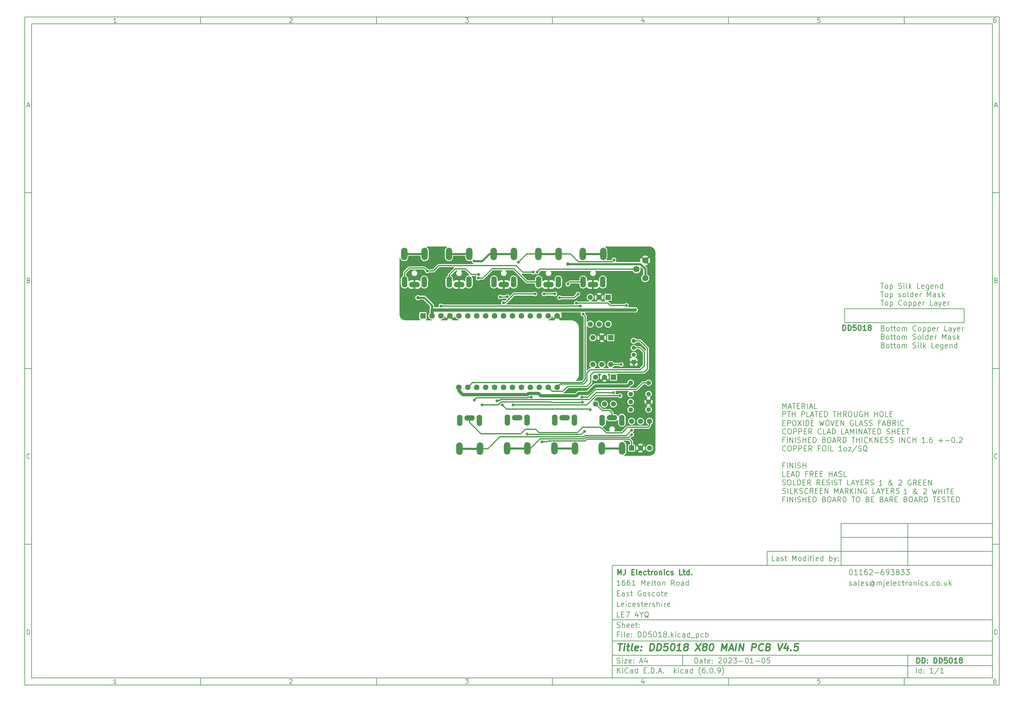
<source format=gbr>
G04 #@! TF.GenerationSoftware,KiCad,Pcbnew,(6.0.9)*
G04 #@! TF.CreationDate,2023-02-23T16:18:13+00:00*
G04 #@! TF.ProjectId,DD5018,44443530-3138-42e6-9b69-6361645f7063,DD5018*
G04 #@! TF.SameCoordinates,Original*
G04 #@! TF.FileFunction,Copper,L2,Bot*
G04 #@! TF.FilePolarity,Positive*
%FSLAX46Y46*%
G04 Gerber Fmt 4.6, Leading zero omitted, Abs format (unit mm)*
G04 Created by KiCad (PCBNEW (6.0.9)) date 2023-02-23 16:18:13*
%MOMM*%
%LPD*%
G01*
G04 APERTURE LIST*
%ADD10C,0.100000*%
%ADD11C,0.150000*%
%ADD12C,0.300000*%
%ADD13C,0.400000*%
G04 #@! TA.AperFunction,NonConductor*
%ADD14C,0.300000*%
G04 #@! TD*
G04 #@! TA.AperFunction,ComponentPad*
%ADD15C,1.800000*%
G04 #@! TD*
G04 #@! TA.AperFunction,ComponentPad*
%ADD16O,3.000000X1.500000*%
G04 #@! TD*
G04 #@! TA.AperFunction,ComponentPad*
%ADD17O,1.600000X3.200000*%
G04 #@! TD*
G04 #@! TA.AperFunction,ComponentPad*
%ADD18O,1.800000X3.600000*%
G04 #@! TD*
G04 #@! TA.AperFunction,ComponentPad*
%ADD19R,1.500000X1.500000*%
G04 #@! TD*
G04 #@! TA.AperFunction,ComponentPad*
%ADD20C,1.500000*%
G04 #@! TD*
G04 #@! TA.AperFunction,ComponentPad*
%ADD21R,1.208000X1.208000*%
G04 #@! TD*
G04 #@! TA.AperFunction,ComponentPad*
%ADD22C,1.208000*%
G04 #@! TD*
G04 #@! TA.AperFunction,ComponentPad*
%ADD23C,1.320000*%
G04 #@! TD*
G04 #@! TA.AperFunction,ComponentPad*
%ADD24R,1.600000X1.600000*%
G04 #@! TD*
G04 #@! TA.AperFunction,ComponentPad*
%ADD25C,1.600000*%
G04 #@! TD*
G04 #@! TA.AperFunction,ViaPad*
%ADD26C,0.800000*%
G04 #@! TD*
G04 #@! TA.AperFunction,ViaPad*
%ADD27C,1.000000*%
G04 #@! TD*
G04 #@! TA.AperFunction,Conductor*
%ADD28C,0.350000*%
G04 #@! TD*
G04 #@! TA.AperFunction,Conductor*
%ADD29C,0.900000*%
G04 #@! TD*
G04 #@! TA.AperFunction,Conductor*
%ADD30C,0.600000*%
G04 #@! TD*
G04 APERTURE END LIST*
D10*
D11*
X177002200Y-166007200D02*
X177002200Y-198007200D01*
X285002200Y-198007200D01*
X285002200Y-166007200D01*
X177002200Y-166007200D01*
D10*
D11*
X10000000Y-10000000D02*
X10000000Y-200007200D01*
X287002200Y-200007200D01*
X287002200Y-10000000D01*
X10000000Y-10000000D01*
D10*
D11*
X12000000Y-12000000D02*
X12000000Y-198007200D01*
X285002200Y-198007200D01*
X285002200Y-12000000D01*
X12000000Y-12000000D01*
D10*
D11*
X60000000Y-12000000D02*
X60000000Y-10000000D01*
D10*
D11*
X110000000Y-12000000D02*
X110000000Y-10000000D01*
D10*
D11*
X160000000Y-12000000D02*
X160000000Y-10000000D01*
D10*
D11*
X210000000Y-12000000D02*
X210000000Y-10000000D01*
D10*
D11*
X260000000Y-12000000D02*
X260000000Y-10000000D01*
D10*
D11*
X36065476Y-11588095D02*
X35322619Y-11588095D01*
X35694047Y-11588095D02*
X35694047Y-10288095D01*
X35570238Y-10473809D01*
X35446428Y-10597619D01*
X35322619Y-10659523D01*
D10*
D11*
X85322619Y-10411904D02*
X85384523Y-10350000D01*
X85508333Y-10288095D01*
X85817857Y-10288095D01*
X85941666Y-10350000D01*
X86003571Y-10411904D01*
X86065476Y-10535714D01*
X86065476Y-10659523D01*
X86003571Y-10845238D01*
X85260714Y-11588095D01*
X86065476Y-11588095D01*
D10*
D11*
X135260714Y-10288095D02*
X136065476Y-10288095D01*
X135632142Y-10783333D01*
X135817857Y-10783333D01*
X135941666Y-10845238D01*
X136003571Y-10907142D01*
X136065476Y-11030952D01*
X136065476Y-11340476D01*
X136003571Y-11464285D01*
X135941666Y-11526190D01*
X135817857Y-11588095D01*
X135446428Y-11588095D01*
X135322619Y-11526190D01*
X135260714Y-11464285D01*
D10*
D11*
X185941666Y-10721428D02*
X185941666Y-11588095D01*
X185632142Y-10226190D02*
X185322619Y-11154761D01*
X186127380Y-11154761D01*
D10*
D11*
X236003571Y-10288095D02*
X235384523Y-10288095D01*
X235322619Y-10907142D01*
X235384523Y-10845238D01*
X235508333Y-10783333D01*
X235817857Y-10783333D01*
X235941666Y-10845238D01*
X236003571Y-10907142D01*
X236065476Y-11030952D01*
X236065476Y-11340476D01*
X236003571Y-11464285D01*
X235941666Y-11526190D01*
X235817857Y-11588095D01*
X235508333Y-11588095D01*
X235384523Y-11526190D01*
X235322619Y-11464285D01*
D10*
D11*
X285941666Y-10288095D02*
X285694047Y-10288095D01*
X285570238Y-10350000D01*
X285508333Y-10411904D01*
X285384523Y-10597619D01*
X285322619Y-10845238D01*
X285322619Y-11340476D01*
X285384523Y-11464285D01*
X285446428Y-11526190D01*
X285570238Y-11588095D01*
X285817857Y-11588095D01*
X285941666Y-11526190D01*
X286003571Y-11464285D01*
X286065476Y-11340476D01*
X286065476Y-11030952D01*
X286003571Y-10907142D01*
X285941666Y-10845238D01*
X285817857Y-10783333D01*
X285570238Y-10783333D01*
X285446428Y-10845238D01*
X285384523Y-10907142D01*
X285322619Y-11030952D01*
D10*
D11*
X60000000Y-198007200D02*
X60000000Y-200007200D01*
D10*
D11*
X110000000Y-198007200D02*
X110000000Y-200007200D01*
D10*
D11*
X160000000Y-198007200D02*
X160000000Y-200007200D01*
D10*
D11*
X210000000Y-198007200D02*
X210000000Y-200007200D01*
D10*
D11*
X260000000Y-198007200D02*
X260000000Y-200007200D01*
D10*
D11*
X36065476Y-199595295D02*
X35322619Y-199595295D01*
X35694047Y-199595295D02*
X35694047Y-198295295D01*
X35570238Y-198481009D01*
X35446428Y-198604819D01*
X35322619Y-198666723D01*
D10*
D11*
X85322619Y-198419104D02*
X85384523Y-198357200D01*
X85508333Y-198295295D01*
X85817857Y-198295295D01*
X85941666Y-198357200D01*
X86003571Y-198419104D01*
X86065476Y-198542914D01*
X86065476Y-198666723D01*
X86003571Y-198852438D01*
X85260714Y-199595295D01*
X86065476Y-199595295D01*
D10*
D11*
X135260714Y-198295295D02*
X136065476Y-198295295D01*
X135632142Y-198790533D01*
X135817857Y-198790533D01*
X135941666Y-198852438D01*
X136003571Y-198914342D01*
X136065476Y-199038152D01*
X136065476Y-199347676D01*
X136003571Y-199471485D01*
X135941666Y-199533390D01*
X135817857Y-199595295D01*
X135446428Y-199595295D01*
X135322619Y-199533390D01*
X135260714Y-199471485D01*
D10*
D11*
X185941666Y-198728628D02*
X185941666Y-199595295D01*
X185632142Y-198233390D02*
X185322619Y-199161961D01*
X186127380Y-199161961D01*
D10*
D11*
X236003571Y-198295295D02*
X235384523Y-198295295D01*
X235322619Y-198914342D01*
X235384523Y-198852438D01*
X235508333Y-198790533D01*
X235817857Y-198790533D01*
X235941666Y-198852438D01*
X236003571Y-198914342D01*
X236065476Y-199038152D01*
X236065476Y-199347676D01*
X236003571Y-199471485D01*
X235941666Y-199533390D01*
X235817857Y-199595295D01*
X235508333Y-199595295D01*
X235384523Y-199533390D01*
X235322619Y-199471485D01*
D10*
D11*
X285941666Y-198295295D02*
X285694047Y-198295295D01*
X285570238Y-198357200D01*
X285508333Y-198419104D01*
X285384523Y-198604819D01*
X285322619Y-198852438D01*
X285322619Y-199347676D01*
X285384523Y-199471485D01*
X285446428Y-199533390D01*
X285570238Y-199595295D01*
X285817857Y-199595295D01*
X285941666Y-199533390D01*
X286003571Y-199471485D01*
X286065476Y-199347676D01*
X286065476Y-199038152D01*
X286003571Y-198914342D01*
X285941666Y-198852438D01*
X285817857Y-198790533D01*
X285570238Y-198790533D01*
X285446428Y-198852438D01*
X285384523Y-198914342D01*
X285322619Y-199038152D01*
D10*
D11*
X10000000Y-60000000D02*
X12000000Y-60000000D01*
D10*
D11*
X10000000Y-110000000D02*
X12000000Y-110000000D01*
D10*
D11*
X10000000Y-160000000D02*
X12000000Y-160000000D01*
D10*
D11*
X10690476Y-35216666D02*
X11309523Y-35216666D01*
X10566666Y-35588095D02*
X11000000Y-34288095D01*
X11433333Y-35588095D01*
D10*
D11*
X11092857Y-84907142D02*
X11278571Y-84969047D01*
X11340476Y-85030952D01*
X11402380Y-85154761D01*
X11402380Y-85340476D01*
X11340476Y-85464285D01*
X11278571Y-85526190D01*
X11154761Y-85588095D01*
X10659523Y-85588095D01*
X10659523Y-84288095D01*
X11092857Y-84288095D01*
X11216666Y-84350000D01*
X11278571Y-84411904D01*
X11340476Y-84535714D01*
X11340476Y-84659523D01*
X11278571Y-84783333D01*
X11216666Y-84845238D01*
X11092857Y-84907142D01*
X10659523Y-84907142D01*
D10*
D11*
X11402380Y-135464285D02*
X11340476Y-135526190D01*
X11154761Y-135588095D01*
X11030952Y-135588095D01*
X10845238Y-135526190D01*
X10721428Y-135402380D01*
X10659523Y-135278571D01*
X10597619Y-135030952D01*
X10597619Y-134845238D01*
X10659523Y-134597619D01*
X10721428Y-134473809D01*
X10845238Y-134350000D01*
X11030952Y-134288095D01*
X11154761Y-134288095D01*
X11340476Y-134350000D01*
X11402380Y-134411904D01*
D10*
D11*
X10659523Y-185588095D02*
X10659523Y-184288095D01*
X10969047Y-184288095D01*
X11154761Y-184350000D01*
X11278571Y-184473809D01*
X11340476Y-184597619D01*
X11402380Y-184845238D01*
X11402380Y-185030952D01*
X11340476Y-185278571D01*
X11278571Y-185402380D01*
X11154761Y-185526190D01*
X10969047Y-185588095D01*
X10659523Y-185588095D01*
D10*
D11*
X287002200Y-60000000D02*
X285002200Y-60000000D01*
D10*
D11*
X287002200Y-110000000D02*
X285002200Y-110000000D01*
D10*
D11*
X287002200Y-160000000D02*
X285002200Y-160000000D01*
D10*
D11*
X285692676Y-35216666D02*
X286311723Y-35216666D01*
X285568866Y-35588095D02*
X286002200Y-34288095D01*
X286435533Y-35588095D01*
D10*
D11*
X286095057Y-84907142D02*
X286280771Y-84969047D01*
X286342676Y-85030952D01*
X286404580Y-85154761D01*
X286404580Y-85340476D01*
X286342676Y-85464285D01*
X286280771Y-85526190D01*
X286156961Y-85588095D01*
X285661723Y-85588095D01*
X285661723Y-84288095D01*
X286095057Y-84288095D01*
X286218866Y-84350000D01*
X286280771Y-84411904D01*
X286342676Y-84535714D01*
X286342676Y-84659523D01*
X286280771Y-84783333D01*
X286218866Y-84845238D01*
X286095057Y-84907142D01*
X285661723Y-84907142D01*
D10*
D11*
X286404580Y-135464285D02*
X286342676Y-135526190D01*
X286156961Y-135588095D01*
X286033152Y-135588095D01*
X285847438Y-135526190D01*
X285723628Y-135402380D01*
X285661723Y-135278571D01*
X285599819Y-135030952D01*
X285599819Y-134845238D01*
X285661723Y-134597619D01*
X285723628Y-134473809D01*
X285847438Y-134350000D01*
X286033152Y-134288095D01*
X286156961Y-134288095D01*
X286342676Y-134350000D01*
X286404580Y-134411904D01*
D10*
D11*
X285661723Y-185588095D02*
X285661723Y-184288095D01*
X285971247Y-184288095D01*
X286156961Y-184350000D01*
X286280771Y-184473809D01*
X286342676Y-184597619D01*
X286404580Y-184845238D01*
X286404580Y-185030952D01*
X286342676Y-185278571D01*
X286280771Y-185402380D01*
X286156961Y-185526190D01*
X285971247Y-185588095D01*
X285661723Y-185588095D01*
D10*
D11*
X200434342Y-193785771D02*
X200434342Y-192285771D01*
X200791485Y-192285771D01*
X201005771Y-192357200D01*
X201148628Y-192500057D01*
X201220057Y-192642914D01*
X201291485Y-192928628D01*
X201291485Y-193142914D01*
X201220057Y-193428628D01*
X201148628Y-193571485D01*
X201005771Y-193714342D01*
X200791485Y-193785771D01*
X200434342Y-193785771D01*
X202577200Y-193785771D02*
X202577200Y-193000057D01*
X202505771Y-192857200D01*
X202362914Y-192785771D01*
X202077200Y-192785771D01*
X201934342Y-192857200D01*
X202577200Y-193714342D02*
X202434342Y-193785771D01*
X202077200Y-193785771D01*
X201934342Y-193714342D01*
X201862914Y-193571485D01*
X201862914Y-193428628D01*
X201934342Y-193285771D01*
X202077200Y-193214342D01*
X202434342Y-193214342D01*
X202577200Y-193142914D01*
X203077200Y-192785771D02*
X203648628Y-192785771D01*
X203291485Y-192285771D02*
X203291485Y-193571485D01*
X203362914Y-193714342D01*
X203505771Y-193785771D01*
X203648628Y-193785771D01*
X204720057Y-193714342D02*
X204577200Y-193785771D01*
X204291485Y-193785771D01*
X204148628Y-193714342D01*
X204077200Y-193571485D01*
X204077200Y-193000057D01*
X204148628Y-192857200D01*
X204291485Y-192785771D01*
X204577200Y-192785771D01*
X204720057Y-192857200D01*
X204791485Y-193000057D01*
X204791485Y-193142914D01*
X204077200Y-193285771D01*
X205434342Y-193642914D02*
X205505771Y-193714342D01*
X205434342Y-193785771D01*
X205362914Y-193714342D01*
X205434342Y-193642914D01*
X205434342Y-193785771D01*
X205434342Y-192857200D02*
X205505771Y-192928628D01*
X205434342Y-193000057D01*
X205362914Y-192928628D01*
X205434342Y-192857200D01*
X205434342Y-193000057D01*
X207220057Y-192428628D02*
X207291485Y-192357200D01*
X207434342Y-192285771D01*
X207791485Y-192285771D01*
X207934342Y-192357200D01*
X208005771Y-192428628D01*
X208077200Y-192571485D01*
X208077200Y-192714342D01*
X208005771Y-192928628D01*
X207148628Y-193785771D01*
X208077200Y-193785771D01*
X209005771Y-192285771D02*
X209148628Y-192285771D01*
X209291485Y-192357200D01*
X209362914Y-192428628D01*
X209434342Y-192571485D01*
X209505771Y-192857200D01*
X209505771Y-193214342D01*
X209434342Y-193500057D01*
X209362914Y-193642914D01*
X209291485Y-193714342D01*
X209148628Y-193785771D01*
X209005771Y-193785771D01*
X208862914Y-193714342D01*
X208791485Y-193642914D01*
X208720057Y-193500057D01*
X208648628Y-193214342D01*
X208648628Y-192857200D01*
X208720057Y-192571485D01*
X208791485Y-192428628D01*
X208862914Y-192357200D01*
X209005771Y-192285771D01*
X210077200Y-192428628D02*
X210148628Y-192357200D01*
X210291485Y-192285771D01*
X210648628Y-192285771D01*
X210791485Y-192357200D01*
X210862914Y-192428628D01*
X210934342Y-192571485D01*
X210934342Y-192714342D01*
X210862914Y-192928628D01*
X210005771Y-193785771D01*
X210934342Y-193785771D01*
X211434342Y-192285771D02*
X212362914Y-192285771D01*
X211862914Y-192857200D01*
X212077200Y-192857200D01*
X212220057Y-192928628D01*
X212291485Y-193000057D01*
X212362914Y-193142914D01*
X212362914Y-193500057D01*
X212291485Y-193642914D01*
X212220057Y-193714342D01*
X212077200Y-193785771D01*
X211648628Y-193785771D01*
X211505771Y-193714342D01*
X211434342Y-193642914D01*
X213005771Y-193214342D02*
X214148628Y-193214342D01*
X215148628Y-192285771D02*
X215291485Y-192285771D01*
X215434342Y-192357200D01*
X215505771Y-192428628D01*
X215577200Y-192571485D01*
X215648628Y-192857200D01*
X215648628Y-193214342D01*
X215577200Y-193500057D01*
X215505771Y-193642914D01*
X215434342Y-193714342D01*
X215291485Y-193785771D01*
X215148628Y-193785771D01*
X215005771Y-193714342D01*
X214934342Y-193642914D01*
X214862914Y-193500057D01*
X214791485Y-193214342D01*
X214791485Y-192857200D01*
X214862914Y-192571485D01*
X214934342Y-192428628D01*
X215005771Y-192357200D01*
X215148628Y-192285771D01*
X217077200Y-193785771D02*
X216220057Y-193785771D01*
X216648628Y-193785771D02*
X216648628Y-192285771D01*
X216505771Y-192500057D01*
X216362914Y-192642914D01*
X216220057Y-192714342D01*
X217720057Y-193214342D02*
X218862914Y-193214342D01*
X219862914Y-192285771D02*
X220005771Y-192285771D01*
X220148628Y-192357200D01*
X220220057Y-192428628D01*
X220291485Y-192571485D01*
X220362914Y-192857200D01*
X220362914Y-193214342D01*
X220291485Y-193500057D01*
X220220057Y-193642914D01*
X220148628Y-193714342D01*
X220005771Y-193785771D01*
X219862914Y-193785771D01*
X219720057Y-193714342D01*
X219648628Y-193642914D01*
X219577200Y-193500057D01*
X219505771Y-193214342D01*
X219505771Y-192857200D01*
X219577200Y-192571485D01*
X219648628Y-192428628D01*
X219720057Y-192357200D01*
X219862914Y-192285771D01*
X221720057Y-192285771D02*
X221005771Y-192285771D01*
X220934342Y-193000057D01*
X221005771Y-192928628D01*
X221148628Y-192857200D01*
X221505771Y-192857200D01*
X221648628Y-192928628D01*
X221720057Y-193000057D01*
X221791485Y-193142914D01*
X221791485Y-193500057D01*
X221720057Y-193642914D01*
X221648628Y-193714342D01*
X221505771Y-193785771D01*
X221148628Y-193785771D01*
X221005771Y-193714342D01*
X220934342Y-193642914D01*
D10*
D11*
X177002200Y-194507200D02*
X285002200Y-194507200D01*
D10*
D11*
X178434342Y-196585771D02*
X178434342Y-195085771D01*
X179291485Y-196585771D02*
X178648628Y-195728628D01*
X179291485Y-195085771D02*
X178434342Y-195942914D01*
X179934342Y-196585771D02*
X179934342Y-195585771D01*
X179934342Y-195085771D02*
X179862914Y-195157200D01*
X179934342Y-195228628D01*
X180005771Y-195157200D01*
X179934342Y-195085771D01*
X179934342Y-195228628D01*
X181505771Y-196442914D02*
X181434342Y-196514342D01*
X181220057Y-196585771D01*
X181077200Y-196585771D01*
X180862914Y-196514342D01*
X180720057Y-196371485D01*
X180648628Y-196228628D01*
X180577200Y-195942914D01*
X180577200Y-195728628D01*
X180648628Y-195442914D01*
X180720057Y-195300057D01*
X180862914Y-195157200D01*
X181077200Y-195085771D01*
X181220057Y-195085771D01*
X181434342Y-195157200D01*
X181505771Y-195228628D01*
X182791485Y-196585771D02*
X182791485Y-195800057D01*
X182720057Y-195657200D01*
X182577200Y-195585771D01*
X182291485Y-195585771D01*
X182148628Y-195657200D01*
X182791485Y-196514342D02*
X182648628Y-196585771D01*
X182291485Y-196585771D01*
X182148628Y-196514342D01*
X182077200Y-196371485D01*
X182077200Y-196228628D01*
X182148628Y-196085771D01*
X182291485Y-196014342D01*
X182648628Y-196014342D01*
X182791485Y-195942914D01*
X184148628Y-196585771D02*
X184148628Y-195085771D01*
X184148628Y-196514342D02*
X184005771Y-196585771D01*
X183720057Y-196585771D01*
X183577200Y-196514342D01*
X183505771Y-196442914D01*
X183434342Y-196300057D01*
X183434342Y-195871485D01*
X183505771Y-195728628D01*
X183577200Y-195657200D01*
X183720057Y-195585771D01*
X184005771Y-195585771D01*
X184148628Y-195657200D01*
X186005771Y-195800057D02*
X186505771Y-195800057D01*
X186720057Y-196585771D02*
X186005771Y-196585771D01*
X186005771Y-195085771D01*
X186720057Y-195085771D01*
X187362914Y-196442914D02*
X187434342Y-196514342D01*
X187362914Y-196585771D01*
X187291485Y-196514342D01*
X187362914Y-196442914D01*
X187362914Y-196585771D01*
X188077200Y-196585771D02*
X188077200Y-195085771D01*
X188434342Y-195085771D01*
X188648628Y-195157200D01*
X188791485Y-195300057D01*
X188862914Y-195442914D01*
X188934342Y-195728628D01*
X188934342Y-195942914D01*
X188862914Y-196228628D01*
X188791485Y-196371485D01*
X188648628Y-196514342D01*
X188434342Y-196585771D01*
X188077200Y-196585771D01*
X189577200Y-196442914D02*
X189648628Y-196514342D01*
X189577200Y-196585771D01*
X189505771Y-196514342D01*
X189577200Y-196442914D01*
X189577200Y-196585771D01*
X190220057Y-196157200D02*
X190934342Y-196157200D01*
X190077200Y-196585771D02*
X190577200Y-195085771D01*
X191077200Y-196585771D01*
X191577200Y-196442914D02*
X191648628Y-196514342D01*
X191577200Y-196585771D01*
X191505771Y-196514342D01*
X191577200Y-196442914D01*
X191577200Y-196585771D01*
X194577200Y-196585771D02*
X194577200Y-195085771D01*
X194720057Y-196014342D02*
X195148628Y-196585771D01*
X195148628Y-195585771D02*
X194577200Y-196157200D01*
X195791485Y-196585771D02*
X195791485Y-195585771D01*
X195791485Y-195085771D02*
X195720057Y-195157200D01*
X195791485Y-195228628D01*
X195862914Y-195157200D01*
X195791485Y-195085771D01*
X195791485Y-195228628D01*
X197148628Y-196514342D02*
X197005771Y-196585771D01*
X196720057Y-196585771D01*
X196577200Y-196514342D01*
X196505771Y-196442914D01*
X196434342Y-196300057D01*
X196434342Y-195871485D01*
X196505771Y-195728628D01*
X196577200Y-195657200D01*
X196720057Y-195585771D01*
X197005771Y-195585771D01*
X197148628Y-195657200D01*
X198434342Y-196585771D02*
X198434342Y-195800057D01*
X198362914Y-195657200D01*
X198220057Y-195585771D01*
X197934342Y-195585771D01*
X197791485Y-195657200D01*
X198434342Y-196514342D02*
X198291485Y-196585771D01*
X197934342Y-196585771D01*
X197791485Y-196514342D01*
X197720057Y-196371485D01*
X197720057Y-196228628D01*
X197791485Y-196085771D01*
X197934342Y-196014342D01*
X198291485Y-196014342D01*
X198434342Y-195942914D01*
X199791485Y-196585771D02*
X199791485Y-195085771D01*
X199791485Y-196514342D02*
X199648628Y-196585771D01*
X199362914Y-196585771D01*
X199220057Y-196514342D01*
X199148628Y-196442914D01*
X199077200Y-196300057D01*
X199077200Y-195871485D01*
X199148628Y-195728628D01*
X199220057Y-195657200D01*
X199362914Y-195585771D01*
X199648628Y-195585771D01*
X199791485Y-195657200D01*
X202077200Y-197157200D02*
X202005771Y-197085771D01*
X201862914Y-196871485D01*
X201791485Y-196728628D01*
X201720057Y-196514342D01*
X201648628Y-196157200D01*
X201648628Y-195871485D01*
X201720057Y-195514342D01*
X201791485Y-195300057D01*
X201862914Y-195157200D01*
X202005771Y-194942914D01*
X202077200Y-194871485D01*
X203291485Y-195085771D02*
X203005771Y-195085771D01*
X202862914Y-195157200D01*
X202791485Y-195228628D01*
X202648628Y-195442914D01*
X202577200Y-195728628D01*
X202577200Y-196300057D01*
X202648628Y-196442914D01*
X202720057Y-196514342D01*
X202862914Y-196585771D01*
X203148628Y-196585771D01*
X203291485Y-196514342D01*
X203362914Y-196442914D01*
X203434342Y-196300057D01*
X203434342Y-195942914D01*
X203362914Y-195800057D01*
X203291485Y-195728628D01*
X203148628Y-195657200D01*
X202862914Y-195657200D01*
X202720057Y-195728628D01*
X202648628Y-195800057D01*
X202577200Y-195942914D01*
X204077200Y-196442914D02*
X204148628Y-196514342D01*
X204077200Y-196585771D01*
X204005771Y-196514342D01*
X204077200Y-196442914D01*
X204077200Y-196585771D01*
X205077200Y-195085771D02*
X205220057Y-195085771D01*
X205362914Y-195157200D01*
X205434342Y-195228628D01*
X205505771Y-195371485D01*
X205577200Y-195657200D01*
X205577200Y-196014342D01*
X205505771Y-196300057D01*
X205434342Y-196442914D01*
X205362914Y-196514342D01*
X205220057Y-196585771D01*
X205077200Y-196585771D01*
X204934342Y-196514342D01*
X204862914Y-196442914D01*
X204791485Y-196300057D01*
X204720057Y-196014342D01*
X204720057Y-195657200D01*
X204791485Y-195371485D01*
X204862914Y-195228628D01*
X204934342Y-195157200D01*
X205077200Y-195085771D01*
X206220057Y-196442914D02*
X206291485Y-196514342D01*
X206220057Y-196585771D01*
X206148628Y-196514342D01*
X206220057Y-196442914D01*
X206220057Y-196585771D01*
X207005771Y-196585771D02*
X207291485Y-196585771D01*
X207434342Y-196514342D01*
X207505771Y-196442914D01*
X207648628Y-196228628D01*
X207720057Y-195942914D01*
X207720057Y-195371485D01*
X207648628Y-195228628D01*
X207577200Y-195157200D01*
X207434342Y-195085771D01*
X207148628Y-195085771D01*
X207005771Y-195157200D01*
X206934342Y-195228628D01*
X206862914Y-195371485D01*
X206862914Y-195728628D01*
X206934342Y-195871485D01*
X207005771Y-195942914D01*
X207148628Y-196014342D01*
X207434342Y-196014342D01*
X207577200Y-195942914D01*
X207648628Y-195871485D01*
X207720057Y-195728628D01*
X208220057Y-197157200D02*
X208291485Y-197085771D01*
X208434342Y-196871485D01*
X208505771Y-196728628D01*
X208577200Y-196514342D01*
X208648628Y-196157200D01*
X208648628Y-195871485D01*
X208577200Y-195514342D01*
X208505771Y-195300057D01*
X208434342Y-195157200D01*
X208291485Y-194942914D01*
X208220057Y-194871485D01*
D10*
D11*
X177002200Y-191507200D02*
X285002200Y-191507200D01*
D10*
D12*
X263554342Y-193785771D02*
X263554342Y-192285771D01*
X263911485Y-192285771D01*
X264125771Y-192357200D01*
X264268628Y-192500057D01*
X264340057Y-192642914D01*
X264411485Y-192928628D01*
X264411485Y-193142914D01*
X264340057Y-193428628D01*
X264268628Y-193571485D01*
X264125771Y-193714342D01*
X263911485Y-193785771D01*
X263554342Y-193785771D01*
X265054342Y-193785771D02*
X265054342Y-192285771D01*
X265411485Y-192285771D01*
X265625771Y-192357200D01*
X265768628Y-192500057D01*
X265840057Y-192642914D01*
X265911485Y-192928628D01*
X265911485Y-193142914D01*
X265840057Y-193428628D01*
X265768628Y-193571485D01*
X265625771Y-193714342D01*
X265411485Y-193785771D01*
X265054342Y-193785771D01*
X266554342Y-193642914D02*
X266625771Y-193714342D01*
X266554342Y-193785771D01*
X266482914Y-193714342D01*
X266554342Y-193642914D01*
X266554342Y-193785771D01*
X266554342Y-192857200D02*
X266625771Y-192928628D01*
X266554342Y-193000057D01*
X266482914Y-192928628D01*
X266554342Y-192857200D01*
X266554342Y-193000057D01*
X268411485Y-193785771D02*
X268411485Y-192285771D01*
X268768628Y-192285771D01*
X268982914Y-192357200D01*
X269125771Y-192500057D01*
X269197200Y-192642914D01*
X269268628Y-192928628D01*
X269268628Y-193142914D01*
X269197200Y-193428628D01*
X269125771Y-193571485D01*
X268982914Y-193714342D01*
X268768628Y-193785771D01*
X268411485Y-193785771D01*
X269911485Y-193785771D02*
X269911485Y-192285771D01*
X270268628Y-192285771D01*
X270482914Y-192357200D01*
X270625771Y-192500057D01*
X270697200Y-192642914D01*
X270768628Y-192928628D01*
X270768628Y-193142914D01*
X270697200Y-193428628D01*
X270625771Y-193571485D01*
X270482914Y-193714342D01*
X270268628Y-193785771D01*
X269911485Y-193785771D01*
X272125771Y-192285771D02*
X271411485Y-192285771D01*
X271340057Y-193000057D01*
X271411485Y-192928628D01*
X271554342Y-192857200D01*
X271911485Y-192857200D01*
X272054342Y-192928628D01*
X272125771Y-193000057D01*
X272197200Y-193142914D01*
X272197200Y-193500057D01*
X272125771Y-193642914D01*
X272054342Y-193714342D01*
X271911485Y-193785771D01*
X271554342Y-193785771D01*
X271411485Y-193714342D01*
X271340057Y-193642914D01*
X273125771Y-192285771D02*
X273268628Y-192285771D01*
X273411485Y-192357200D01*
X273482914Y-192428628D01*
X273554342Y-192571485D01*
X273625771Y-192857200D01*
X273625771Y-193214342D01*
X273554342Y-193500057D01*
X273482914Y-193642914D01*
X273411485Y-193714342D01*
X273268628Y-193785771D01*
X273125771Y-193785771D01*
X272982914Y-193714342D01*
X272911485Y-193642914D01*
X272840057Y-193500057D01*
X272768628Y-193214342D01*
X272768628Y-192857200D01*
X272840057Y-192571485D01*
X272911485Y-192428628D01*
X272982914Y-192357200D01*
X273125771Y-192285771D01*
X275054342Y-193785771D02*
X274197200Y-193785771D01*
X274625771Y-193785771D02*
X274625771Y-192285771D01*
X274482914Y-192500057D01*
X274340057Y-192642914D01*
X274197200Y-192714342D01*
X275911485Y-192928628D02*
X275768628Y-192857200D01*
X275697200Y-192785771D01*
X275625771Y-192642914D01*
X275625771Y-192571485D01*
X275697200Y-192428628D01*
X275768628Y-192357200D01*
X275911485Y-192285771D01*
X276197200Y-192285771D01*
X276340057Y-192357200D01*
X276411485Y-192428628D01*
X276482914Y-192571485D01*
X276482914Y-192642914D01*
X276411485Y-192785771D01*
X276340057Y-192857200D01*
X276197200Y-192928628D01*
X275911485Y-192928628D01*
X275768628Y-193000057D01*
X275697200Y-193071485D01*
X275625771Y-193214342D01*
X275625771Y-193500057D01*
X275697200Y-193642914D01*
X275768628Y-193714342D01*
X275911485Y-193785771D01*
X276197200Y-193785771D01*
X276340057Y-193714342D01*
X276411485Y-193642914D01*
X276482914Y-193500057D01*
X276482914Y-193214342D01*
X276411485Y-193071485D01*
X276340057Y-193000057D01*
X276197200Y-192928628D01*
D10*
D11*
X178362914Y-193714342D02*
X178577200Y-193785771D01*
X178934342Y-193785771D01*
X179077200Y-193714342D01*
X179148628Y-193642914D01*
X179220057Y-193500057D01*
X179220057Y-193357200D01*
X179148628Y-193214342D01*
X179077200Y-193142914D01*
X178934342Y-193071485D01*
X178648628Y-193000057D01*
X178505771Y-192928628D01*
X178434342Y-192857200D01*
X178362914Y-192714342D01*
X178362914Y-192571485D01*
X178434342Y-192428628D01*
X178505771Y-192357200D01*
X178648628Y-192285771D01*
X179005771Y-192285771D01*
X179220057Y-192357200D01*
X179862914Y-193785771D02*
X179862914Y-192785771D01*
X179862914Y-192285771D02*
X179791485Y-192357200D01*
X179862914Y-192428628D01*
X179934342Y-192357200D01*
X179862914Y-192285771D01*
X179862914Y-192428628D01*
X180434342Y-192785771D02*
X181220057Y-192785771D01*
X180434342Y-193785771D01*
X181220057Y-193785771D01*
X182362914Y-193714342D02*
X182220057Y-193785771D01*
X181934342Y-193785771D01*
X181791485Y-193714342D01*
X181720057Y-193571485D01*
X181720057Y-193000057D01*
X181791485Y-192857200D01*
X181934342Y-192785771D01*
X182220057Y-192785771D01*
X182362914Y-192857200D01*
X182434342Y-193000057D01*
X182434342Y-193142914D01*
X181720057Y-193285771D01*
X183077200Y-193642914D02*
X183148628Y-193714342D01*
X183077200Y-193785771D01*
X183005771Y-193714342D01*
X183077200Y-193642914D01*
X183077200Y-193785771D01*
X183077200Y-192857200D02*
X183148628Y-192928628D01*
X183077200Y-193000057D01*
X183005771Y-192928628D01*
X183077200Y-192857200D01*
X183077200Y-193000057D01*
X184862914Y-193357200D02*
X185577200Y-193357200D01*
X184720057Y-193785771D02*
X185220057Y-192285771D01*
X185720057Y-193785771D01*
X186862914Y-192785771D02*
X186862914Y-193785771D01*
X186505771Y-192214342D02*
X186148628Y-193285771D01*
X187077200Y-193285771D01*
D10*
D11*
X263434342Y-196585771D02*
X263434342Y-195085771D01*
X264791485Y-196585771D02*
X264791485Y-195085771D01*
X264791485Y-196514342D02*
X264648628Y-196585771D01*
X264362914Y-196585771D01*
X264220057Y-196514342D01*
X264148628Y-196442914D01*
X264077200Y-196300057D01*
X264077200Y-195871485D01*
X264148628Y-195728628D01*
X264220057Y-195657200D01*
X264362914Y-195585771D01*
X264648628Y-195585771D01*
X264791485Y-195657200D01*
X265505771Y-196442914D02*
X265577200Y-196514342D01*
X265505771Y-196585771D01*
X265434342Y-196514342D01*
X265505771Y-196442914D01*
X265505771Y-196585771D01*
X265505771Y-195657200D02*
X265577200Y-195728628D01*
X265505771Y-195800057D01*
X265434342Y-195728628D01*
X265505771Y-195657200D01*
X265505771Y-195800057D01*
X268148628Y-196585771D02*
X267291485Y-196585771D01*
X267720057Y-196585771D02*
X267720057Y-195085771D01*
X267577200Y-195300057D01*
X267434342Y-195442914D01*
X267291485Y-195514342D01*
X269862914Y-195014342D02*
X268577200Y-196942914D01*
X271148628Y-196585771D02*
X270291485Y-196585771D01*
X270720057Y-196585771D02*
X270720057Y-195085771D01*
X270577200Y-195300057D01*
X270434342Y-195442914D01*
X270291485Y-195514342D01*
D10*
D11*
X177002200Y-187507200D02*
X285002200Y-187507200D01*
D10*
D13*
X178714580Y-188211961D02*
X179857438Y-188211961D01*
X179036009Y-190211961D02*
X179286009Y-188211961D01*
X180274104Y-190211961D02*
X180440771Y-188878628D01*
X180524104Y-188211961D02*
X180416961Y-188307200D01*
X180500295Y-188402438D01*
X180607438Y-188307200D01*
X180524104Y-188211961D01*
X180500295Y-188402438D01*
X181107438Y-188878628D02*
X181869342Y-188878628D01*
X181476485Y-188211961D02*
X181262200Y-189926247D01*
X181333628Y-190116723D01*
X181512200Y-190211961D01*
X181702676Y-190211961D01*
X182655057Y-190211961D02*
X182476485Y-190116723D01*
X182405057Y-189926247D01*
X182619342Y-188211961D01*
X184190771Y-190116723D02*
X183988390Y-190211961D01*
X183607438Y-190211961D01*
X183428866Y-190116723D01*
X183357438Y-189926247D01*
X183452676Y-189164342D01*
X183571723Y-188973866D01*
X183774104Y-188878628D01*
X184155057Y-188878628D01*
X184333628Y-188973866D01*
X184405057Y-189164342D01*
X184381247Y-189354819D01*
X183405057Y-189545295D01*
X185155057Y-190021485D02*
X185238390Y-190116723D01*
X185131247Y-190211961D01*
X185047914Y-190116723D01*
X185155057Y-190021485D01*
X185131247Y-190211961D01*
X185286009Y-188973866D02*
X185369342Y-189069104D01*
X185262200Y-189164342D01*
X185178866Y-189069104D01*
X185286009Y-188973866D01*
X185262200Y-189164342D01*
X187607438Y-190211961D02*
X187857438Y-188211961D01*
X188333628Y-188211961D01*
X188607438Y-188307200D01*
X188774104Y-188497676D01*
X188845533Y-188688152D01*
X188893152Y-189069104D01*
X188857438Y-189354819D01*
X188714580Y-189735771D01*
X188595533Y-189926247D01*
X188381247Y-190116723D01*
X188083628Y-190211961D01*
X187607438Y-190211961D01*
X189607438Y-190211961D02*
X189857438Y-188211961D01*
X190333628Y-188211961D01*
X190607438Y-188307200D01*
X190774104Y-188497676D01*
X190845533Y-188688152D01*
X190893152Y-189069104D01*
X190857438Y-189354819D01*
X190714580Y-189735771D01*
X190595533Y-189926247D01*
X190381247Y-190116723D01*
X190083628Y-190211961D01*
X189607438Y-190211961D01*
X192809819Y-188211961D02*
X191857438Y-188211961D01*
X191643152Y-189164342D01*
X191750295Y-189069104D01*
X191952676Y-188973866D01*
X192428866Y-188973866D01*
X192607438Y-189069104D01*
X192690771Y-189164342D01*
X192762200Y-189354819D01*
X192702676Y-189831009D01*
X192583628Y-190021485D01*
X192476485Y-190116723D01*
X192274104Y-190211961D01*
X191797914Y-190211961D01*
X191619342Y-190116723D01*
X191536009Y-190021485D01*
X194143152Y-188211961D02*
X194333628Y-188211961D01*
X194512200Y-188307200D01*
X194595533Y-188402438D01*
X194666961Y-188592914D01*
X194714580Y-188973866D01*
X194655057Y-189450057D01*
X194512200Y-189831009D01*
X194393152Y-190021485D01*
X194286009Y-190116723D01*
X194083628Y-190211961D01*
X193893152Y-190211961D01*
X193714580Y-190116723D01*
X193631247Y-190021485D01*
X193559819Y-189831009D01*
X193512200Y-189450057D01*
X193571723Y-188973866D01*
X193714580Y-188592914D01*
X193833628Y-188402438D01*
X193940771Y-188307200D01*
X194143152Y-188211961D01*
X196464580Y-190211961D02*
X195321723Y-190211961D01*
X195893152Y-190211961D02*
X196143152Y-188211961D01*
X195916961Y-188497676D01*
X195702676Y-188688152D01*
X195500295Y-188783390D01*
X197750295Y-189069104D02*
X197571723Y-188973866D01*
X197488390Y-188878628D01*
X197416961Y-188688152D01*
X197428866Y-188592914D01*
X197547914Y-188402438D01*
X197655057Y-188307200D01*
X197857438Y-188211961D01*
X198238390Y-188211961D01*
X198416961Y-188307200D01*
X198500295Y-188402438D01*
X198571723Y-188592914D01*
X198559819Y-188688152D01*
X198440771Y-188878628D01*
X198333628Y-188973866D01*
X198131247Y-189069104D01*
X197750295Y-189069104D01*
X197547914Y-189164342D01*
X197440771Y-189259580D01*
X197321723Y-189450057D01*
X197274104Y-189831009D01*
X197345533Y-190021485D01*
X197428866Y-190116723D01*
X197607438Y-190211961D01*
X197988390Y-190211961D01*
X198190771Y-190116723D01*
X198297914Y-190021485D01*
X198416961Y-189831009D01*
X198464580Y-189450057D01*
X198393152Y-189259580D01*
X198309819Y-189164342D01*
X198131247Y-189069104D01*
X200809819Y-188211961D02*
X201893152Y-190211961D01*
X202143152Y-188211961D02*
X200559819Y-190211961D01*
X203083628Y-189069104D02*
X202905057Y-188973866D01*
X202821723Y-188878628D01*
X202750295Y-188688152D01*
X202762200Y-188592914D01*
X202881247Y-188402438D01*
X202988390Y-188307200D01*
X203190771Y-188211961D01*
X203571723Y-188211961D01*
X203750295Y-188307200D01*
X203833628Y-188402438D01*
X203905057Y-188592914D01*
X203893152Y-188688152D01*
X203774104Y-188878628D01*
X203666961Y-188973866D01*
X203464580Y-189069104D01*
X203083628Y-189069104D01*
X202881247Y-189164342D01*
X202774104Y-189259580D01*
X202655057Y-189450057D01*
X202607438Y-189831009D01*
X202678866Y-190021485D01*
X202762200Y-190116723D01*
X202940771Y-190211961D01*
X203321723Y-190211961D01*
X203524104Y-190116723D01*
X203631247Y-190021485D01*
X203750295Y-189831009D01*
X203797914Y-189450057D01*
X203726485Y-189259580D01*
X203643152Y-189164342D01*
X203464580Y-189069104D01*
X205190771Y-188211961D02*
X205381247Y-188211961D01*
X205559819Y-188307200D01*
X205643152Y-188402438D01*
X205714580Y-188592914D01*
X205762200Y-188973866D01*
X205702676Y-189450057D01*
X205559819Y-189831009D01*
X205440771Y-190021485D01*
X205333628Y-190116723D01*
X205131247Y-190211961D01*
X204940771Y-190211961D01*
X204762200Y-190116723D01*
X204678866Y-190021485D01*
X204607438Y-189831009D01*
X204559819Y-189450057D01*
X204619342Y-188973866D01*
X204762200Y-188592914D01*
X204881247Y-188402438D01*
X204988390Y-188307200D01*
X205190771Y-188211961D01*
X207988390Y-190211961D02*
X208238390Y-188211961D01*
X208726485Y-189640533D01*
X209571723Y-188211961D01*
X209321723Y-190211961D01*
X210250295Y-189640533D02*
X211202676Y-189640533D01*
X209988390Y-190211961D02*
X210905057Y-188211961D01*
X211321723Y-190211961D01*
X211988390Y-190211961D02*
X212238390Y-188211961D01*
X212940771Y-190211961D02*
X213190771Y-188211961D01*
X214083628Y-190211961D01*
X214333628Y-188211961D01*
X216559819Y-190211961D02*
X216809819Y-188211961D01*
X217571723Y-188211961D01*
X217750295Y-188307200D01*
X217833628Y-188402438D01*
X217905057Y-188592914D01*
X217869342Y-188878628D01*
X217750295Y-189069104D01*
X217643152Y-189164342D01*
X217440771Y-189259580D01*
X216678866Y-189259580D01*
X219726485Y-190021485D02*
X219619342Y-190116723D01*
X219321723Y-190211961D01*
X219131247Y-190211961D01*
X218857438Y-190116723D01*
X218690771Y-189926247D01*
X218619342Y-189735771D01*
X218571723Y-189354819D01*
X218607438Y-189069104D01*
X218750295Y-188688152D01*
X218869342Y-188497676D01*
X219083628Y-188307200D01*
X219381247Y-188211961D01*
X219571723Y-188211961D01*
X219845533Y-188307200D01*
X219928866Y-188402438D01*
X221357438Y-189164342D02*
X221631247Y-189259580D01*
X221714580Y-189354819D01*
X221786009Y-189545295D01*
X221750295Y-189831009D01*
X221631247Y-190021485D01*
X221524104Y-190116723D01*
X221321723Y-190211961D01*
X220559819Y-190211961D01*
X220809819Y-188211961D01*
X221476485Y-188211961D01*
X221655057Y-188307200D01*
X221738390Y-188402438D01*
X221809819Y-188592914D01*
X221786009Y-188783390D01*
X221666961Y-188973866D01*
X221559819Y-189069104D01*
X221357438Y-189164342D01*
X220690771Y-189164342D01*
X224047914Y-188211961D02*
X224464580Y-190211961D01*
X225381247Y-188211961D01*
X226821723Y-188878628D02*
X226655057Y-190211961D01*
X226440771Y-188116723D02*
X225786009Y-189545295D01*
X227024104Y-189545295D01*
X227726485Y-190021485D02*
X227809819Y-190116723D01*
X227702676Y-190211961D01*
X227619342Y-190116723D01*
X227726485Y-190021485D01*
X227702676Y-190211961D01*
X229857438Y-188211961D02*
X228905057Y-188211961D01*
X228690771Y-189164342D01*
X228797914Y-189069104D01*
X229000295Y-188973866D01*
X229476485Y-188973866D01*
X229655057Y-189069104D01*
X229738390Y-189164342D01*
X229809819Y-189354819D01*
X229750295Y-189831009D01*
X229631247Y-190021485D01*
X229524104Y-190116723D01*
X229321723Y-190211961D01*
X228845533Y-190211961D01*
X228666961Y-190116723D01*
X228583628Y-190021485D01*
D10*
D11*
X178934342Y-185600057D02*
X178434342Y-185600057D01*
X178434342Y-186385771D02*
X178434342Y-184885771D01*
X179148628Y-184885771D01*
X179720057Y-186385771D02*
X179720057Y-185385771D01*
X179720057Y-184885771D02*
X179648628Y-184957200D01*
X179720057Y-185028628D01*
X179791485Y-184957200D01*
X179720057Y-184885771D01*
X179720057Y-185028628D01*
X180648628Y-186385771D02*
X180505771Y-186314342D01*
X180434342Y-186171485D01*
X180434342Y-184885771D01*
X181791485Y-186314342D02*
X181648628Y-186385771D01*
X181362914Y-186385771D01*
X181220057Y-186314342D01*
X181148628Y-186171485D01*
X181148628Y-185600057D01*
X181220057Y-185457200D01*
X181362914Y-185385771D01*
X181648628Y-185385771D01*
X181791485Y-185457200D01*
X181862914Y-185600057D01*
X181862914Y-185742914D01*
X181148628Y-185885771D01*
X182505771Y-186242914D02*
X182577200Y-186314342D01*
X182505771Y-186385771D01*
X182434342Y-186314342D01*
X182505771Y-186242914D01*
X182505771Y-186385771D01*
X182505771Y-185457200D02*
X182577200Y-185528628D01*
X182505771Y-185600057D01*
X182434342Y-185528628D01*
X182505771Y-185457200D01*
X182505771Y-185600057D01*
X184362914Y-186385771D02*
X184362914Y-184885771D01*
X184720057Y-184885771D01*
X184934342Y-184957200D01*
X185077200Y-185100057D01*
X185148628Y-185242914D01*
X185220057Y-185528628D01*
X185220057Y-185742914D01*
X185148628Y-186028628D01*
X185077200Y-186171485D01*
X184934342Y-186314342D01*
X184720057Y-186385771D01*
X184362914Y-186385771D01*
X185862914Y-186385771D02*
X185862914Y-184885771D01*
X186220057Y-184885771D01*
X186434342Y-184957200D01*
X186577200Y-185100057D01*
X186648628Y-185242914D01*
X186720057Y-185528628D01*
X186720057Y-185742914D01*
X186648628Y-186028628D01*
X186577200Y-186171485D01*
X186434342Y-186314342D01*
X186220057Y-186385771D01*
X185862914Y-186385771D01*
X188077200Y-184885771D02*
X187362914Y-184885771D01*
X187291485Y-185600057D01*
X187362914Y-185528628D01*
X187505771Y-185457200D01*
X187862914Y-185457200D01*
X188005771Y-185528628D01*
X188077200Y-185600057D01*
X188148628Y-185742914D01*
X188148628Y-186100057D01*
X188077200Y-186242914D01*
X188005771Y-186314342D01*
X187862914Y-186385771D01*
X187505771Y-186385771D01*
X187362914Y-186314342D01*
X187291485Y-186242914D01*
X189077200Y-184885771D02*
X189220057Y-184885771D01*
X189362914Y-184957200D01*
X189434342Y-185028628D01*
X189505771Y-185171485D01*
X189577200Y-185457200D01*
X189577200Y-185814342D01*
X189505771Y-186100057D01*
X189434342Y-186242914D01*
X189362914Y-186314342D01*
X189220057Y-186385771D01*
X189077200Y-186385771D01*
X188934342Y-186314342D01*
X188862914Y-186242914D01*
X188791485Y-186100057D01*
X188720057Y-185814342D01*
X188720057Y-185457200D01*
X188791485Y-185171485D01*
X188862914Y-185028628D01*
X188934342Y-184957200D01*
X189077200Y-184885771D01*
X191005771Y-186385771D02*
X190148628Y-186385771D01*
X190577200Y-186385771D02*
X190577200Y-184885771D01*
X190434342Y-185100057D01*
X190291485Y-185242914D01*
X190148628Y-185314342D01*
X191862914Y-185528628D02*
X191720057Y-185457200D01*
X191648628Y-185385771D01*
X191577200Y-185242914D01*
X191577200Y-185171485D01*
X191648628Y-185028628D01*
X191720057Y-184957200D01*
X191862914Y-184885771D01*
X192148628Y-184885771D01*
X192291485Y-184957200D01*
X192362914Y-185028628D01*
X192434342Y-185171485D01*
X192434342Y-185242914D01*
X192362914Y-185385771D01*
X192291485Y-185457200D01*
X192148628Y-185528628D01*
X191862914Y-185528628D01*
X191720057Y-185600057D01*
X191648628Y-185671485D01*
X191577200Y-185814342D01*
X191577200Y-186100057D01*
X191648628Y-186242914D01*
X191720057Y-186314342D01*
X191862914Y-186385771D01*
X192148628Y-186385771D01*
X192291485Y-186314342D01*
X192362914Y-186242914D01*
X192434342Y-186100057D01*
X192434342Y-185814342D01*
X192362914Y-185671485D01*
X192291485Y-185600057D01*
X192148628Y-185528628D01*
X193077200Y-186242914D02*
X193148628Y-186314342D01*
X193077200Y-186385771D01*
X193005771Y-186314342D01*
X193077200Y-186242914D01*
X193077200Y-186385771D01*
X193791485Y-186385771D02*
X193791485Y-184885771D01*
X193934342Y-185814342D02*
X194362914Y-186385771D01*
X194362914Y-185385771D02*
X193791485Y-185957200D01*
X195005771Y-186385771D02*
X195005771Y-185385771D01*
X195005771Y-184885771D02*
X194934342Y-184957200D01*
X195005771Y-185028628D01*
X195077200Y-184957200D01*
X195005771Y-184885771D01*
X195005771Y-185028628D01*
X196362914Y-186314342D02*
X196220057Y-186385771D01*
X195934342Y-186385771D01*
X195791485Y-186314342D01*
X195720057Y-186242914D01*
X195648628Y-186100057D01*
X195648628Y-185671485D01*
X195720057Y-185528628D01*
X195791485Y-185457200D01*
X195934342Y-185385771D01*
X196220057Y-185385771D01*
X196362914Y-185457200D01*
X197648628Y-186385771D02*
X197648628Y-185600057D01*
X197577200Y-185457200D01*
X197434342Y-185385771D01*
X197148628Y-185385771D01*
X197005771Y-185457200D01*
X197648628Y-186314342D02*
X197505771Y-186385771D01*
X197148628Y-186385771D01*
X197005771Y-186314342D01*
X196934342Y-186171485D01*
X196934342Y-186028628D01*
X197005771Y-185885771D01*
X197148628Y-185814342D01*
X197505771Y-185814342D01*
X197648628Y-185742914D01*
X199005771Y-186385771D02*
X199005771Y-184885771D01*
X199005771Y-186314342D02*
X198862914Y-186385771D01*
X198577200Y-186385771D01*
X198434342Y-186314342D01*
X198362914Y-186242914D01*
X198291485Y-186100057D01*
X198291485Y-185671485D01*
X198362914Y-185528628D01*
X198434342Y-185457200D01*
X198577200Y-185385771D01*
X198862914Y-185385771D01*
X199005771Y-185457200D01*
X199362914Y-186528628D02*
X200505771Y-186528628D01*
X200862914Y-185385771D02*
X200862914Y-186885771D01*
X200862914Y-185457200D02*
X201005771Y-185385771D01*
X201291485Y-185385771D01*
X201434342Y-185457200D01*
X201505771Y-185528628D01*
X201577200Y-185671485D01*
X201577200Y-186100057D01*
X201505771Y-186242914D01*
X201434342Y-186314342D01*
X201291485Y-186385771D01*
X201005771Y-186385771D01*
X200862914Y-186314342D01*
X202862914Y-186314342D02*
X202720057Y-186385771D01*
X202434342Y-186385771D01*
X202291485Y-186314342D01*
X202220057Y-186242914D01*
X202148628Y-186100057D01*
X202148628Y-185671485D01*
X202220057Y-185528628D01*
X202291485Y-185457200D01*
X202434342Y-185385771D01*
X202720057Y-185385771D01*
X202862914Y-185457200D01*
X203505771Y-186385771D02*
X203505771Y-184885771D01*
X203505771Y-185457200D02*
X203648628Y-185385771D01*
X203934342Y-185385771D01*
X204077200Y-185457200D01*
X204148628Y-185528628D01*
X204220057Y-185671485D01*
X204220057Y-186100057D01*
X204148628Y-186242914D01*
X204077200Y-186314342D01*
X203934342Y-186385771D01*
X203648628Y-186385771D01*
X203505771Y-186314342D01*
D10*
D11*
X177002200Y-181507200D02*
X285002200Y-181507200D01*
D10*
D11*
X178362914Y-183614342D02*
X178577200Y-183685771D01*
X178934342Y-183685771D01*
X179077200Y-183614342D01*
X179148628Y-183542914D01*
X179220057Y-183400057D01*
X179220057Y-183257200D01*
X179148628Y-183114342D01*
X179077200Y-183042914D01*
X178934342Y-182971485D01*
X178648628Y-182900057D01*
X178505771Y-182828628D01*
X178434342Y-182757200D01*
X178362914Y-182614342D01*
X178362914Y-182471485D01*
X178434342Y-182328628D01*
X178505771Y-182257200D01*
X178648628Y-182185771D01*
X179005771Y-182185771D01*
X179220057Y-182257200D01*
X179862914Y-183685771D02*
X179862914Y-182185771D01*
X180505771Y-183685771D02*
X180505771Y-182900057D01*
X180434342Y-182757200D01*
X180291485Y-182685771D01*
X180077200Y-182685771D01*
X179934342Y-182757200D01*
X179862914Y-182828628D01*
X181791485Y-183614342D02*
X181648628Y-183685771D01*
X181362914Y-183685771D01*
X181220057Y-183614342D01*
X181148628Y-183471485D01*
X181148628Y-182900057D01*
X181220057Y-182757200D01*
X181362914Y-182685771D01*
X181648628Y-182685771D01*
X181791485Y-182757200D01*
X181862914Y-182900057D01*
X181862914Y-183042914D01*
X181148628Y-183185771D01*
X183077200Y-183614342D02*
X182934342Y-183685771D01*
X182648628Y-183685771D01*
X182505771Y-183614342D01*
X182434342Y-183471485D01*
X182434342Y-182900057D01*
X182505771Y-182757200D01*
X182648628Y-182685771D01*
X182934342Y-182685771D01*
X183077200Y-182757200D01*
X183148628Y-182900057D01*
X183148628Y-183042914D01*
X182434342Y-183185771D01*
X183577200Y-182685771D02*
X184148628Y-182685771D01*
X183791485Y-182185771D02*
X183791485Y-183471485D01*
X183862914Y-183614342D01*
X184005771Y-183685771D01*
X184148628Y-183685771D01*
X184648628Y-183542914D02*
X184720057Y-183614342D01*
X184648628Y-183685771D01*
X184577200Y-183614342D01*
X184648628Y-183542914D01*
X184648628Y-183685771D01*
X184648628Y-182757200D02*
X184720057Y-182828628D01*
X184648628Y-182900057D01*
X184577200Y-182828628D01*
X184648628Y-182757200D01*
X184648628Y-182900057D01*
D10*
D12*
X178554342Y-168685571D02*
X178554342Y-167185571D01*
X179054342Y-168257000D01*
X179554342Y-167185571D01*
X179554342Y-168685571D01*
X180697200Y-167185571D02*
X180697200Y-168257000D01*
X180625771Y-168471285D01*
X180482914Y-168614142D01*
X180268628Y-168685571D01*
X180125771Y-168685571D01*
X182554342Y-167899857D02*
X183054342Y-167899857D01*
X183268628Y-168685571D02*
X182554342Y-168685571D01*
X182554342Y-167185571D01*
X183268628Y-167185571D01*
X184125771Y-168685571D02*
X183982914Y-168614142D01*
X183911485Y-168471285D01*
X183911485Y-167185571D01*
X185268628Y-168614142D02*
X185125771Y-168685571D01*
X184840057Y-168685571D01*
X184697200Y-168614142D01*
X184625771Y-168471285D01*
X184625771Y-167899857D01*
X184697200Y-167757000D01*
X184840057Y-167685571D01*
X185125771Y-167685571D01*
X185268628Y-167757000D01*
X185340057Y-167899857D01*
X185340057Y-168042714D01*
X184625771Y-168185571D01*
X186625771Y-168614142D02*
X186482914Y-168685571D01*
X186197200Y-168685571D01*
X186054342Y-168614142D01*
X185982914Y-168542714D01*
X185911485Y-168399857D01*
X185911485Y-167971285D01*
X185982914Y-167828428D01*
X186054342Y-167757000D01*
X186197200Y-167685571D01*
X186482914Y-167685571D01*
X186625771Y-167757000D01*
X187054342Y-167685571D02*
X187625771Y-167685571D01*
X187268628Y-167185571D02*
X187268628Y-168471285D01*
X187340057Y-168614142D01*
X187482914Y-168685571D01*
X187625771Y-168685571D01*
X188125771Y-168685571D02*
X188125771Y-167685571D01*
X188125771Y-167971285D02*
X188197200Y-167828428D01*
X188268628Y-167757000D01*
X188411485Y-167685571D01*
X188554342Y-167685571D01*
X189268628Y-168685571D02*
X189125771Y-168614142D01*
X189054342Y-168542714D01*
X188982914Y-168399857D01*
X188982914Y-167971285D01*
X189054342Y-167828428D01*
X189125771Y-167757000D01*
X189268628Y-167685571D01*
X189482914Y-167685571D01*
X189625771Y-167757000D01*
X189697200Y-167828428D01*
X189768628Y-167971285D01*
X189768628Y-168399857D01*
X189697200Y-168542714D01*
X189625771Y-168614142D01*
X189482914Y-168685571D01*
X189268628Y-168685571D01*
X190411485Y-167685571D02*
X190411485Y-168685571D01*
X190411485Y-167828428D02*
X190482914Y-167757000D01*
X190625771Y-167685571D01*
X190840057Y-167685571D01*
X190982914Y-167757000D01*
X191054342Y-167899857D01*
X191054342Y-168685571D01*
X191768628Y-168685571D02*
X191768628Y-167685571D01*
X191768628Y-167185571D02*
X191697200Y-167257000D01*
X191768628Y-167328428D01*
X191840057Y-167257000D01*
X191768628Y-167185571D01*
X191768628Y-167328428D01*
X193125771Y-168614142D02*
X192982914Y-168685571D01*
X192697200Y-168685571D01*
X192554342Y-168614142D01*
X192482914Y-168542714D01*
X192411485Y-168399857D01*
X192411485Y-167971285D01*
X192482914Y-167828428D01*
X192554342Y-167757000D01*
X192697200Y-167685571D01*
X192982914Y-167685571D01*
X193125771Y-167757000D01*
X193697200Y-168614142D02*
X193840057Y-168685571D01*
X194125771Y-168685571D01*
X194268628Y-168614142D01*
X194340057Y-168471285D01*
X194340057Y-168399857D01*
X194268628Y-168257000D01*
X194125771Y-168185571D01*
X193911485Y-168185571D01*
X193768628Y-168114142D01*
X193697200Y-167971285D01*
X193697200Y-167899857D01*
X193768628Y-167757000D01*
X193911485Y-167685571D01*
X194125771Y-167685571D01*
X194268628Y-167757000D01*
X196840057Y-168685571D02*
X196125771Y-168685571D01*
X196125771Y-167185571D01*
X197125771Y-167685571D02*
X197697200Y-167685571D01*
X197340057Y-167185571D02*
X197340057Y-168471285D01*
X197411485Y-168614142D01*
X197554342Y-168685571D01*
X197697200Y-168685571D01*
X198840057Y-168685571D02*
X198840057Y-167185571D01*
X198840057Y-168614142D02*
X198697200Y-168685571D01*
X198411485Y-168685571D01*
X198268628Y-168614142D01*
X198197200Y-168542714D01*
X198125771Y-168399857D01*
X198125771Y-167971285D01*
X198197200Y-167828428D01*
X198268628Y-167757000D01*
X198411485Y-167685571D01*
X198697200Y-167685571D01*
X198840057Y-167757000D01*
X199554342Y-168542714D02*
X199625771Y-168614142D01*
X199554342Y-168685571D01*
X199482914Y-168614142D01*
X199554342Y-168542714D01*
X199554342Y-168685571D01*
D10*
D11*
X179220057Y-171685571D02*
X178362914Y-171685571D01*
X178791485Y-171685571D02*
X178791485Y-170185571D01*
X178648628Y-170399857D01*
X178505771Y-170542714D01*
X178362914Y-170614142D01*
X180505771Y-170185571D02*
X180220057Y-170185571D01*
X180077200Y-170257000D01*
X180005771Y-170328428D01*
X179862914Y-170542714D01*
X179791485Y-170828428D01*
X179791485Y-171399857D01*
X179862914Y-171542714D01*
X179934342Y-171614142D01*
X180077200Y-171685571D01*
X180362914Y-171685571D01*
X180505771Y-171614142D01*
X180577200Y-171542714D01*
X180648628Y-171399857D01*
X180648628Y-171042714D01*
X180577200Y-170899857D01*
X180505771Y-170828428D01*
X180362914Y-170757000D01*
X180077200Y-170757000D01*
X179934342Y-170828428D01*
X179862914Y-170899857D01*
X179791485Y-171042714D01*
X181934342Y-170185571D02*
X181648628Y-170185571D01*
X181505771Y-170257000D01*
X181434342Y-170328428D01*
X181291485Y-170542714D01*
X181220057Y-170828428D01*
X181220057Y-171399857D01*
X181291485Y-171542714D01*
X181362914Y-171614142D01*
X181505771Y-171685571D01*
X181791485Y-171685571D01*
X181934342Y-171614142D01*
X182005771Y-171542714D01*
X182077200Y-171399857D01*
X182077200Y-171042714D01*
X182005771Y-170899857D01*
X181934342Y-170828428D01*
X181791485Y-170757000D01*
X181505771Y-170757000D01*
X181362914Y-170828428D01*
X181291485Y-170899857D01*
X181220057Y-171042714D01*
X183505771Y-171685571D02*
X182648628Y-171685571D01*
X183077200Y-171685571D02*
X183077200Y-170185571D01*
X182934342Y-170399857D01*
X182791485Y-170542714D01*
X182648628Y-170614142D01*
X185291485Y-171685571D02*
X185291485Y-170185571D01*
X185791485Y-171257000D01*
X186291485Y-170185571D01*
X186291485Y-171685571D01*
X187577200Y-171614142D02*
X187434342Y-171685571D01*
X187148628Y-171685571D01*
X187005771Y-171614142D01*
X186934342Y-171471285D01*
X186934342Y-170899857D01*
X187005771Y-170757000D01*
X187148628Y-170685571D01*
X187434342Y-170685571D01*
X187577200Y-170757000D01*
X187648628Y-170899857D01*
X187648628Y-171042714D01*
X186934342Y-171185571D01*
X188505771Y-171685571D02*
X188362914Y-171614142D01*
X188291485Y-171471285D01*
X188291485Y-170185571D01*
X188862914Y-170685571D02*
X189434342Y-170685571D01*
X189077200Y-170185571D02*
X189077200Y-171471285D01*
X189148628Y-171614142D01*
X189291485Y-171685571D01*
X189434342Y-171685571D01*
X190148628Y-171685571D02*
X190005771Y-171614142D01*
X189934342Y-171542714D01*
X189862914Y-171399857D01*
X189862914Y-170971285D01*
X189934342Y-170828428D01*
X190005771Y-170757000D01*
X190148628Y-170685571D01*
X190362914Y-170685571D01*
X190505771Y-170757000D01*
X190577200Y-170828428D01*
X190648628Y-170971285D01*
X190648628Y-171399857D01*
X190577200Y-171542714D01*
X190505771Y-171614142D01*
X190362914Y-171685571D01*
X190148628Y-171685571D01*
X191291485Y-170685571D02*
X191291485Y-171685571D01*
X191291485Y-170828428D02*
X191362914Y-170757000D01*
X191505771Y-170685571D01*
X191720057Y-170685571D01*
X191862914Y-170757000D01*
X191934342Y-170899857D01*
X191934342Y-171685571D01*
X194648628Y-171685571D02*
X194148628Y-170971285D01*
X193791485Y-171685571D02*
X193791485Y-170185571D01*
X194362914Y-170185571D01*
X194505771Y-170257000D01*
X194577200Y-170328428D01*
X194648628Y-170471285D01*
X194648628Y-170685571D01*
X194577200Y-170828428D01*
X194505771Y-170899857D01*
X194362914Y-170971285D01*
X193791485Y-170971285D01*
X195505771Y-171685571D02*
X195362914Y-171614142D01*
X195291485Y-171542714D01*
X195220057Y-171399857D01*
X195220057Y-170971285D01*
X195291485Y-170828428D01*
X195362914Y-170757000D01*
X195505771Y-170685571D01*
X195720057Y-170685571D01*
X195862914Y-170757000D01*
X195934342Y-170828428D01*
X196005771Y-170971285D01*
X196005771Y-171399857D01*
X195934342Y-171542714D01*
X195862914Y-171614142D01*
X195720057Y-171685571D01*
X195505771Y-171685571D01*
X197291485Y-171685571D02*
X197291485Y-170899857D01*
X197220057Y-170757000D01*
X197077200Y-170685571D01*
X196791485Y-170685571D01*
X196648628Y-170757000D01*
X197291485Y-171614142D02*
X197148628Y-171685571D01*
X196791485Y-171685571D01*
X196648628Y-171614142D01*
X196577200Y-171471285D01*
X196577200Y-171328428D01*
X196648628Y-171185571D01*
X196791485Y-171114142D01*
X197148628Y-171114142D01*
X197291485Y-171042714D01*
X198648628Y-171685571D02*
X198648628Y-170185571D01*
X198648628Y-171614142D02*
X198505771Y-171685571D01*
X198220057Y-171685571D01*
X198077200Y-171614142D01*
X198005771Y-171542714D01*
X197934342Y-171399857D01*
X197934342Y-170971285D01*
X198005771Y-170828428D01*
X198077200Y-170757000D01*
X198220057Y-170685571D01*
X198505771Y-170685571D01*
X198648628Y-170757000D01*
D10*
D11*
X178434342Y-173900057D02*
X178934342Y-173900057D01*
X179148628Y-174685771D02*
X178434342Y-174685771D01*
X178434342Y-173185771D01*
X179148628Y-173185771D01*
X180434342Y-174685771D02*
X180434342Y-173900057D01*
X180362914Y-173757200D01*
X180220057Y-173685771D01*
X179934342Y-173685771D01*
X179791485Y-173757200D01*
X180434342Y-174614342D02*
X180291485Y-174685771D01*
X179934342Y-174685771D01*
X179791485Y-174614342D01*
X179720057Y-174471485D01*
X179720057Y-174328628D01*
X179791485Y-174185771D01*
X179934342Y-174114342D01*
X180291485Y-174114342D01*
X180434342Y-174042914D01*
X181077200Y-174614342D02*
X181220057Y-174685771D01*
X181505771Y-174685771D01*
X181648628Y-174614342D01*
X181720057Y-174471485D01*
X181720057Y-174400057D01*
X181648628Y-174257200D01*
X181505771Y-174185771D01*
X181291485Y-174185771D01*
X181148628Y-174114342D01*
X181077200Y-173971485D01*
X181077200Y-173900057D01*
X181148628Y-173757200D01*
X181291485Y-173685771D01*
X181505771Y-173685771D01*
X181648628Y-173757200D01*
X182148628Y-173685771D02*
X182720057Y-173685771D01*
X182362914Y-173185771D02*
X182362914Y-174471485D01*
X182434342Y-174614342D01*
X182577200Y-174685771D01*
X182720057Y-174685771D01*
X185148628Y-173257200D02*
X185005771Y-173185771D01*
X184791485Y-173185771D01*
X184577200Y-173257200D01*
X184434342Y-173400057D01*
X184362914Y-173542914D01*
X184291485Y-173828628D01*
X184291485Y-174042914D01*
X184362914Y-174328628D01*
X184434342Y-174471485D01*
X184577200Y-174614342D01*
X184791485Y-174685771D01*
X184934342Y-174685771D01*
X185148628Y-174614342D01*
X185220057Y-174542914D01*
X185220057Y-174042914D01*
X184934342Y-174042914D01*
X186077200Y-174685771D02*
X185934342Y-174614342D01*
X185862914Y-174542914D01*
X185791485Y-174400057D01*
X185791485Y-173971485D01*
X185862914Y-173828628D01*
X185934342Y-173757200D01*
X186077200Y-173685771D01*
X186291485Y-173685771D01*
X186434342Y-173757200D01*
X186505771Y-173828628D01*
X186577200Y-173971485D01*
X186577200Y-174400057D01*
X186505771Y-174542914D01*
X186434342Y-174614342D01*
X186291485Y-174685771D01*
X186077200Y-174685771D01*
X187148628Y-174614342D02*
X187291485Y-174685771D01*
X187577200Y-174685771D01*
X187720057Y-174614342D01*
X187791485Y-174471485D01*
X187791485Y-174400057D01*
X187720057Y-174257200D01*
X187577200Y-174185771D01*
X187362914Y-174185771D01*
X187220057Y-174114342D01*
X187148628Y-173971485D01*
X187148628Y-173900057D01*
X187220057Y-173757200D01*
X187362914Y-173685771D01*
X187577200Y-173685771D01*
X187720057Y-173757200D01*
X189077200Y-174614342D02*
X188934342Y-174685771D01*
X188648628Y-174685771D01*
X188505771Y-174614342D01*
X188434342Y-174542914D01*
X188362914Y-174400057D01*
X188362914Y-173971485D01*
X188434342Y-173828628D01*
X188505771Y-173757200D01*
X188648628Y-173685771D01*
X188934342Y-173685771D01*
X189077200Y-173757200D01*
X189934342Y-174685771D02*
X189791485Y-174614342D01*
X189720057Y-174542914D01*
X189648628Y-174400057D01*
X189648628Y-173971485D01*
X189720057Y-173828628D01*
X189791485Y-173757200D01*
X189934342Y-173685771D01*
X190148628Y-173685771D01*
X190291485Y-173757200D01*
X190362914Y-173828628D01*
X190434342Y-173971485D01*
X190434342Y-174400057D01*
X190362914Y-174542914D01*
X190291485Y-174614342D01*
X190148628Y-174685771D01*
X189934342Y-174685771D01*
X190862914Y-173685771D02*
X191434342Y-173685771D01*
X191077200Y-173185771D02*
X191077200Y-174471485D01*
X191148628Y-174614342D01*
X191291485Y-174685771D01*
X191434342Y-174685771D01*
X192505771Y-174614342D02*
X192362914Y-174685771D01*
X192077200Y-174685771D01*
X191934342Y-174614342D01*
X191862914Y-174471485D01*
X191862914Y-173900057D01*
X191934342Y-173757200D01*
X192077200Y-173685771D01*
X192362914Y-173685771D01*
X192505771Y-173757200D01*
X192577200Y-173900057D01*
X192577200Y-174042914D01*
X191862914Y-174185771D01*
D10*
D11*
X179148628Y-177685571D02*
X178434342Y-177685571D01*
X178434342Y-176185571D01*
X180220057Y-177614142D02*
X180077200Y-177685571D01*
X179791485Y-177685571D01*
X179648628Y-177614142D01*
X179577200Y-177471285D01*
X179577200Y-176899857D01*
X179648628Y-176757000D01*
X179791485Y-176685571D01*
X180077200Y-176685571D01*
X180220057Y-176757000D01*
X180291485Y-176899857D01*
X180291485Y-177042714D01*
X179577200Y-177185571D01*
X180934342Y-177685571D02*
X180934342Y-176685571D01*
X180934342Y-176185571D02*
X180862914Y-176257000D01*
X180934342Y-176328428D01*
X181005771Y-176257000D01*
X180934342Y-176185571D01*
X180934342Y-176328428D01*
X182291485Y-177614142D02*
X182148628Y-177685571D01*
X181862914Y-177685571D01*
X181720057Y-177614142D01*
X181648628Y-177542714D01*
X181577200Y-177399857D01*
X181577200Y-176971285D01*
X181648628Y-176828428D01*
X181720057Y-176757000D01*
X181862914Y-176685571D01*
X182148628Y-176685571D01*
X182291485Y-176757000D01*
X183505771Y-177614142D02*
X183362914Y-177685571D01*
X183077200Y-177685571D01*
X182934342Y-177614142D01*
X182862914Y-177471285D01*
X182862914Y-176899857D01*
X182934342Y-176757000D01*
X183077200Y-176685571D01*
X183362914Y-176685571D01*
X183505771Y-176757000D01*
X183577200Y-176899857D01*
X183577200Y-177042714D01*
X182862914Y-177185571D01*
X184148628Y-177614142D02*
X184291485Y-177685571D01*
X184577200Y-177685571D01*
X184720057Y-177614142D01*
X184791485Y-177471285D01*
X184791485Y-177399857D01*
X184720057Y-177257000D01*
X184577200Y-177185571D01*
X184362914Y-177185571D01*
X184220057Y-177114142D01*
X184148628Y-176971285D01*
X184148628Y-176899857D01*
X184220057Y-176757000D01*
X184362914Y-176685571D01*
X184577200Y-176685571D01*
X184720057Y-176757000D01*
X185220057Y-176685571D02*
X185791485Y-176685571D01*
X185434342Y-176185571D02*
X185434342Y-177471285D01*
X185505771Y-177614142D01*
X185648628Y-177685571D01*
X185791485Y-177685571D01*
X186862914Y-177614142D02*
X186720057Y-177685571D01*
X186434342Y-177685571D01*
X186291485Y-177614142D01*
X186220057Y-177471285D01*
X186220057Y-176899857D01*
X186291485Y-176757000D01*
X186434342Y-176685571D01*
X186720057Y-176685571D01*
X186862914Y-176757000D01*
X186934342Y-176899857D01*
X186934342Y-177042714D01*
X186220057Y-177185571D01*
X187577200Y-177685571D02*
X187577200Y-176685571D01*
X187577200Y-176971285D02*
X187648628Y-176828428D01*
X187720057Y-176757000D01*
X187862914Y-176685571D01*
X188005771Y-176685571D01*
X188434342Y-177614142D02*
X188577200Y-177685571D01*
X188862914Y-177685571D01*
X189005771Y-177614142D01*
X189077200Y-177471285D01*
X189077200Y-177399857D01*
X189005771Y-177257000D01*
X188862914Y-177185571D01*
X188648628Y-177185571D01*
X188505771Y-177114142D01*
X188434342Y-176971285D01*
X188434342Y-176899857D01*
X188505771Y-176757000D01*
X188648628Y-176685571D01*
X188862914Y-176685571D01*
X189005771Y-176757000D01*
X189720057Y-177685571D02*
X189720057Y-176185571D01*
X190362914Y-177685571D02*
X190362914Y-176899857D01*
X190291485Y-176757000D01*
X190148628Y-176685571D01*
X189934342Y-176685571D01*
X189791485Y-176757000D01*
X189720057Y-176828428D01*
X191077200Y-177685571D02*
X191077200Y-176685571D01*
X191077200Y-176185571D02*
X191005771Y-176257000D01*
X191077200Y-176328428D01*
X191148628Y-176257000D01*
X191077200Y-176185571D01*
X191077200Y-176328428D01*
X191791485Y-177685571D02*
X191791485Y-176685571D01*
X191791485Y-176971285D02*
X191862914Y-176828428D01*
X191934342Y-176757000D01*
X192077200Y-176685571D01*
X192220057Y-176685571D01*
X193291485Y-177614142D02*
X193148628Y-177685571D01*
X192862914Y-177685571D01*
X192720057Y-177614142D01*
X192648628Y-177471285D01*
X192648628Y-176899857D01*
X192720057Y-176757000D01*
X192862914Y-176685571D01*
X193148628Y-176685571D01*
X193291485Y-176757000D01*
X193362914Y-176899857D01*
X193362914Y-177042714D01*
X192648628Y-177185571D01*
D10*
D11*
X179148628Y-180685571D02*
X178434342Y-180685571D01*
X178434342Y-179185571D01*
X179648628Y-179899857D02*
X180148628Y-179899857D01*
X180362914Y-180685571D02*
X179648628Y-180685571D01*
X179648628Y-179185571D01*
X180362914Y-179185571D01*
X180862914Y-179185571D02*
X181862914Y-179185571D01*
X181220057Y-180685571D01*
X184220057Y-179685571D02*
X184220057Y-180685571D01*
X183862914Y-179114142D02*
X183505771Y-180185571D01*
X184434342Y-180185571D01*
X185291485Y-179971285D02*
X185291485Y-180685571D01*
X184791485Y-179185571D02*
X185291485Y-179971285D01*
X185791485Y-179185571D01*
X187291485Y-180828428D02*
X187148628Y-180757000D01*
X187005771Y-180614142D01*
X186791485Y-180399857D01*
X186648628Y-180328428D01*
X186505771Y-180328428D01*
X186577200Y-180685571D02*
X186434342Y-180614142D01*
X186291485Y-180471285D01*
X186220057Y-180185571D01*
X186220057Y-179685571D01*
X186291485Y-179399857D01*
X186434342Y-179257000D01*
X186577200Y-179185571D01*
X186862914Y-179185571D01*
X187005771Y-179257000D01*
X187148628Y-179399857D01*
X187220057Y-179685571D01*
X187220057Y-180185571D01*
X187148628Y-180471285D01*
X187005771Y-180614142D01*
X186862914Y-180685571D01*
X186577200Y-180685571D01*
D10*
D11*
X197002200Y-191507200D02*
X197002200Y-194507200D01*
D10*
D11*
X261002200Y-191507200D02*
X261002200Y-198007200D01*
D10*
D11*
X223159628Y-164683571D02*
X222445342Y-164683571D01*
X222445342Y-163183571D01*
X224302485Y-164683571D02*
X224302485Y-163897857D01*
X224231057Y-163755000D01*
X224088200Y-163683571D01*
X223802485Y-163683571D01*
X223659628Y-163755000D01*
X224302485Y-164612142D02*
X224159628Y-164683571D01*
X223802485Y-164683571D01*
X223659628Y-164612142D01*
X223588200Y-164469285D01*
X223588200Y-164326428D01*
X223659628Y-164183571D01*
X223802485Y-164112142D01*
X224159628Y-164112142D01*
X224302485Y-164040714D01*
X224945342Y-164612142D02*
X225088200Y-164683571D01*
X225373914Y-164683571D01*
X225516771Y-164612142D01*
X225588200Y-164469285D01*
X225588200Y-164397857D01*
X225516771Y-164255000D01*
X225373914Y-164183571D01*
X225159628Y-164183571D01*
X225016771Y-164112142D01*
X224945342Y-163969285D01*
X224945342Y-163897857D01*
X225016771Y-163755000D01*
X225159628Y-163683571D01*
X225373914Y-163683571D01*
X225516771Y-163755000D01*
X226016771Y-163683571D02*
X226588200Y-163683571D01*
X226231057Y-163183571D02*
X226231057Y-164469285D01*
X226302485Y-164612142D01*
X226445342Y-164683571D01*
X226588200Y-164683571D01*
X228231057Y-164683571D02*
X228231057Y-163183571D01*
X228731057Y-164255000D01*
X229231057Y-163183571D01*
X229231057Y-164683571D01*
X230159628Y-164683571D02*
X230016771Y-164612142D01*
X229945342Y-164540714D01*
X229873914Y-164397857D01*
X229873914Y-163969285D01*
X229945342Y-163826428D01*
X230016771Y-163755000D01*
X230159628Y-163683571D01*
X230373914Y-163683571D01*
X230516771Y-163755000D01*
X230588200Y-163826428D01*
X230659628Y-163969285D01*
X230659628Y-164397857D01*
X230588200Y-164540714D01*
X230516771Y-164612142D01*
X230373914Y-164683571D01*
X230159628Y-164683571D01*
X231945342Y-164683571D02*
X231945342Y-163183571D01*
X231945342Y-164612142D02*
X231802485Y-164683571D01*
X231516771Y-164683571D01*
X231373914Y-164612142D01*
X231302485Y-164540714D01*
X231231057Y-164397857D01*
X231231057Y-163969285D01*
X231302485Y-163826428D01*
X231373914Y-163755000D01*
X231516771Y-163683571D01*
X231802485Y-163683571D01*
X231945342Y-163755000D01*
X232659628Y-164683571D02*
X232659628Y-163683571D01*
X232659628Y-163183571D02*
X232588200Y-163255000D01*
X232659628Y-163326428D01*
X232731057Y-163255000D01*
X232659628Y-163183571D01*
X232659628Y-163326428D01*
X233159628Y-163683571D02*
X233731057Y-163683571D01*
X233373914Y-164683571D02*
X233373914Y-163397857D01*
X233445342Y-163255000D01*
X233588200Y-163183571D01*
X233731057Y-163183571D01*
X234231057Y-164683571D02*
X234231057Y-163683571D01*
X234231057Y-163183571D02*
X234159628Y-163255000D01*
X234231057Y-163326428D01*
X234302485Y-163255000D01*
X234231057Y-163183571D01*
X234231057Y-163326428D01*
X235516771Y-164612142D02*
X235373914Y-164683571D01*
X235088200Y-164683571D01*
X234945342Y-164612142D01*
X234873914Y-164469285D01*
X234873914Y-163897857D01*
X234945342Y-163755000D01*
X235088200Y-163683571D01*
X235373914Y-163683571D01*
X235516771Y-163755000D01*
X235588200Y-163897857D01*
X235588200Y-164040714D01*
X234873914Y-164183571D01*
X236873914Y-164683571D02*
X236873914Y-163183571D01*
X236873914Y-164612142D02*
X236731057Y-164683571D01*
X236445342Y-164683571D01*
X236302485Y-164612142D01*
X236231057Y-164540714D01*
X236159628Y-164397857D01*
X236159628Y-163969285D01*
X236231057Y-163826428D01*
X236302485Y-163755000D01*
X236445342Y-163683571D01*
X236731057Y-163683571D01*
X236873914Y-163755000D01*
X238731057Y-164683571D02*
X238731057Y-163183571D01*
X238731057Y-163755000D02*
X238873914Y-163683571D01*
X239159628Y-163683571D01*
X239302485Y-163755000D01*
X239373914Y-163826428D01*
X239445342Y-163969285D01*
X239445342Y-164397857D01*
X239373914Y-164540714D01*
X239302485Y-164612142D01*
X239159628Y-164683571D01*
X238873914Y-164683571D01*
X238731057Y-164612142D01*
X239945342Y-163683571D02*
X240302485Y-164683571D01*
X240659628Y-163683571D02*
X240302485Y-164683571D01*
X240159628Y-165040714D01*
X240088200Y-165112142D01*
X239945342Y-165183571D01*
X241231057Y-164540714D02*
X241302485Y-164612142D01*
X241231057Y-164683571D01*
X241159628Y-164612142D01*
X241231057Y-164540714D01*
X241231057Y-164683571D01*
X241231057Y-163755000D02*
X241302485Y-163826428D01*
X241231057Y-163897857D01*
X241159628Y-163826428D01*
X241231057Y-163755000D01*
X241231057Y-163897857D01*
D10*
D11*
X285013200Y-166005000D02*
X285013200Y-162005000D01*
X261013200Y-162005000D01*
X261013200Y-166005000D01*
X285013200Y-166005000D01*
D10*
D11*
X261013200Y-166005000D02*
X261013200Y-162005000D01*
X242013200Y-162005000D01*
X242013200Y-166005000D01*
X261013200Y-166005000D01*
D10*
D11*
X242013200Y-166005000D02*
X242013200Y-162005000D01*
X221013200Y-162005000D01*
X221013200Y-166005000D01*
X242013200Y-166005000D01*
D10*
D11*
X285013200Y-162005000D02*
X285013200Y-158005000D01*
X261013200Y-158005000D01*
X261013200Y-162005000D01*
X285013200Y-162005000D01*
D10*
D11*
X261013200Y-162005000D02*
X261013200Y-158005000D01*
X242013200Y-158005000D01*
X242013200Y-162005000D01*
X261013200Y-162005000D01*
D10*
D11*
X285013200Y-158005000D02*
X285013200Y-154005000D01*
X261013200Y-154005000D01*
X261013200Y-158005000D01*
X285013200Y-158005000D01*
D10*
D11*
X261013200Y-158005000D02*
X261013200Y-154005000D01*
X242013200Y-154005000D01*
X242013200Y-158005000D01*
X261013200Y-158005000D01*
D10*
D11*
X225445342Y-121401271D02*
X225445342Y-119901271D01*
X225945342Y-120972700D01*
X226445342Y-119901271D01*
X226445342Y-121401271D01*
X227088200Y-120972700D02*
X227802485Y-120972700D01*
X226945342Y-121401271D02*
X227445342Y-119901271D01*
X227945342Y-121401271D01*
X228231057Y-119901271D02*
X229088200Y-119901271D01*
X228659628Y-121401271D02*
X228659628Y-119901271D01*
X229588200Y-120615557D02*
X230088200Y-120615557D01*
X230302485Y-121401271D02*
X229588200Y-121401271D01*
X229588200Y-119901271D01*
X230302485Y-119901271D01*
X231802485Y-121401271D02*
X231302485Y-120686985D01*
X230945342Y-121401271D02*
X230945342Y-119901271D01*
X231516771Y-119901271D01*
X231659628Y-119972700D01*
X231731057Y-120044128D01*
X231802485Y-120186985D01*
X231802485Y-120401271D01*
X231731057Y-120544128D01*
X231659628Y-120615557D01*
X231516771Y-120686985D01*
X230945342Y-120686985D01*
X232445342Y-121401271D02*
X232445342Y-119901271D01*
X233088200Y-120972700D02*
X233802485Y-120972700D01*
X232945342Y-121401271D02*
X233445342Y-119901271D01*
X233945342Y-121401271D01*
X235159628Y-121401271D02*
X234445342Y-121401271D01*
X234445342Y-119901271D01*
X225445342Y-125445557D02*
X225945342Y-125445557D01*
X226159628Y-126231271D02*
X225445342Y-126231271D01*
X225445342Y-124731271D01*
X226159628Y-124731271D01*
X226802485Y-126231271D02*
X226802485Y-124731271D01*
X227373914Y-124731271D01*
X227516771Y-124802700D01*
X227588200Y-124874128D01*
X227659628Y-125016985D01*
X227659628Y-125231271D01*
X227588200Y-125374128D01*
X227516771Y-125445557D01*
X227373914Y-125516985D01*
X226802485Y-125516985D01*
X228588200Y-124731271D02*
X228873914Y-124731271D01*
X229016771Y-124802700D01*
X229159628Y-124945557D01*
X229231057Y-125231271D01*
X229231057Y-125731271D01*
X229159628Y-126016985D01*
X229016771Y-126159842D01*
X228873914Y-126231271D01*
X228588200Y-126231271D01*
X228445342Y-126159842D01*
X228302485Y-126016985D01*
X228231057Y-125731271D01*
X228231057Y-125231271D01*
X228302485Y-124945557D01*
X228445342Y-124802700D01*
X228588200Y-124731271D01*
X229731057Y-124731271D02*
X230731057Y-126231271D01*
X230731057Y-124731271D02*
X229731057Y-126231271D01*
X231302485Y-126231271D02*
X231302485Y-124731271D01*
X232016771Y-126231271D02*
X232016771Y-124731271D01*
X232373914Y-124731271D01*
X232588200Y-124802700D01*
X232731057Y-124945557D01*
X232802485Y-125088414D01*
X232873914Y-125374128D01*
X232873914Y-125588414D01*
X232802485Y-125874128D01*
X232731057Y-126016985D01*
X232588200Y-126159842D01*
X232373914Y-126231271D01*
X232016771Y-126231271D01*
X233516771Y-125445557D02*
X234016771Y-125445557D01*
X234231057Y-126231271D02*
X233516771Y-126231271D01*
X233516771Y-124731271D01*
X234231057Y-124731271D01*
X235873914Y-124731271D02*
X236231057Y-126231271D01*
X236516771Y-125159842D01*
X236802485Y-126231271D01*
X237159628Y-124731271D01*
X238016771Y-124731271D02*
X238302485Y-124731271D01*
X238445342Y-124802700D01*
X238588200Y-124945557D01*
X238659628Y-125231271D01*
X238659628Y-125731271D01*
X238588200Y-126016985D01*
X238445342Y-126159842D01*
X238302485Y-126231271D01*
X238016771Y-126231271D01*
X237873914Y-126159842D01*
X237731057Y-126016985D01*
X237659628Y-125731271D01*
X237659628Y-125231271D01*
X237731057Y-124945557D01*
X237873914Y-124802700D01*
X238016771Y-124731271D01*
X239088200Y-124731271D02*
X239588200Y-126231271D01*
X240088200Y-124731271D01*
X240588200Y-125445557D02*
X241088200Y-125445557D01*
X241302485Y-126231271D02*
X240588200Y-126231271D01*
X240588200Y-124731271D01*
X241302485Y-124731271D01*
X241945342Y-126231271D02*
X241945342Y-124731271D01*
X242802485Y-126231271D01*
X242802485Y-124731271D01*
X245445342Y-124802700D02*
X245302485Y-124731271D01*
X245088200Y-124731271D01*
X244873914Y-124802700D01*
X244731057Y-124945557D01*
X244659628Y-125088414D01*
X244588200Y-125374128D01*
X244588200Y-125588414D01*
X244659628Y-125874128D01*
X244731057Y-126016985D01*
X244873914Y-126159842D01*
X245088200Y-126231271D01*
X245231057Y-126231271D01*
X245445342Y-126159842D01*
X245516771Y-126088414D01*
X245516771Y-125588414D01*
X245231057Y-125588414D01*
X246873914Y-126231271D02*
X246159628Y-126231271D01*
X246159628Y-124731271D01*
X247302485Y-125802700D02*
X248016771Y-125802700D01*
X247159628Y-126231271D02*
X247659628Y-124731271D01*
X248159628Y-126231271D01*
X248588200Y-126159842D02*
X248802485Y-126231271D01*
X249159628Y-126231271D01*
X249302485Y-126159842D01*
X249373914Y-126088414D01*
X249445342Y-125945557D01*
X249445342Y-125802700D01*
X249373914Y-125659842D01*
X249302485Y-125588414D01*
X249159628Y-125516985D01*
X248873914Y-125445557D01*
X248731057Y-125374128D01*
X248659628Y-125302700D01*
X248588200Y-125159842D01*
X248588200Y-125016985D01*
X248659628Y-124874128D01*
X248731057Y-124802700D01*
X248873914Y-124731271D01*
X249231057Y-124731271D01*
X249445342Y-124802700D01*
X250016771Y-126159842D02*
X250231057Y-126231271D01*
X250588200Y-126231271D01*
X250731057Y-126159842D01*
X250802485Y-126088414D01*
X250873914Y-125945557D01*
X250873914Y-125802700D01*
X250802485Y-125659842D01*
X250731057Y-125588414D01*
X250588200Y-125516985D01*
X250302485Y-125445557D01*
X250159628Y-125374128D01*
X250088200Y-125302700D01*
X250016771Y-125159842D01*
X250016771Y-125016985D01*
X250088200Y-124874128D01*
X250159628Y-124802700D01*
X250302485Y-124731271D01*
X250659628Y-124731271D01*
X250873914Y-124802700D01*
X253159628Y-125445557D02*
X252659628Y-125445557D01*
X252659628Y-126231271D02*
X252659628Y-124731271D01*
X253373914Y-124731271D01*
X253873914Y-125802700D02*
X254588200Y-125802700D01*
X253731057Y-126231271D02*
X254231057Y-124731271D01*
X254731057Y-126231271D01*
X255731057Y-125445557D02*
X255945342Y-125516985D01*
X256016771Y-125588414D01*
X256088200Y-125731271D01*
X256088200Y-125945557D01*
X256016771Y-126088414D01*
X255945342Y-126159842D01*
X255802485Y-126231271D01*
X255231057Y-126231271D01*
X255231057Y-124731271D01*
X255731057Y-124731271D01*
X255873914Y-124802700D01*
X255945342Y-124874128D01*
X256016771Y-125016985D01*
X256016771Y-125159842D01*
X255945342Y-125302700D01*
X255873914Y-125374128D01*
X255731057Y-125445557D01*
X255231057Y-125445557D01*
X257588200Y-126231271D02*
X257088200Y-125516985D01*
X256731057Y-126231271D02*
X256731057Y-124731271D01*
X257302485Y-124731271D01*
X257445342Y-124802700D01*
X257516771Y-124874128D01*
X257588200Y-125016985D01*
X257588200Y-125231271D01*
X257516771Y-125374128D01*
X257445342Y-125445557D01*
X257302485Y-125516985D01*
X256731057Y-125516985D01*
X258231057Y-126231271D02*
X258231057Y-124731271D01*
X259802485Y-126088414D02*
X259731057Y-126159842D01*
X259516771Y-126231271D01*
X259373914Y-126231271D01*
X259159628Y-126159842D01*
X259016771Y-126016985D01*
X258945342Y-125874128D01*
X258873914Y-125588414D01*
X258873914Y-125374128D01*
X258945342Y-125088414D01*
X259016771Y-124945557D01*
X259159628Y-124802700D01*
X259373914Y-124731271D01*
X259516771Y-124731271D01*
X259731057Y-124802700D01*
X259802485Y-124874128D01*
X226302485Y-128503414D02*
X226231057Y-128574842D01*
X226016771Y-128646271D01*
X225873914Y-128646271D01*
X225659628Y-128574842D01*
X225516771Y-128431985D01*
X225445342Y-128289128D01*
X225373914Y-128003414D01*
X225373914Y-127789128D01*
X225445342Y-127503414D01*
X225516771Y-127360557D01*
X225659628Y-127217700D01*
X225873914Y-127146271D01*
X226016771Y-127146271D01*
X226231057Y-127217700D01*
X226302485Y-127289128D01*
X227231057Y-127146271D02*
X227516771Y-127146271D01*
X227659628Y-127217700D01*
X227802485Y-127360557D01*
X227873914Y-127646271D01*
X227873914Y-128146271D01*
X227802485Y-128431985D01*
X227659628Y-128574842D01*
X227516771Y-128646271D01*
X227231057Y-128646271D01*
X227088200Y-128574842D01*
X226945342Y-128431985D01*
X226873914Y-128146271D01*
X226873914Y-127646271D01*
X226945342Y-127360557D01*
X227088200Y-127217700D01*
X227231057Y-127146271D01*
X228516771Y-128646271D02*
X228516771Y-127146271D01*
X229088200Y-127146271D01*
X229231057Y-127217700D01*
X229302485Y-127289128D01*
X229373914Y-127431985D01*
X229373914Y-127646271D01*
X229302485Y-127789128D01*
X229231057Y-127860557D01*
X229088200Y-127931985D01*
X228516771Y-127931985D01*
X230016771Y-128646271D02*
X230016771Y-127146271D01*
X230588200Y-127146271D01*
X230731057Y-127217700D01*
X230802485Y-127289128D01*
X230873914Y-127431985D01*
X230873914Y-127646271D01*
X230802485Y-127789128D01*
X230731057Y-127860557D01*
X230588200Y-127931985D01*
X230016771Y-127931985D01*
X231516771Y-127860557D02*
X232016771Y-127860557D01*
X232231057Y-128646271D02*
X231516771Y-128646271D01*
X231516771Y-127146271D01*
X232231057Y-127146271D01*
X233731057Y-128646271D02*
X233231057Y-127931985D01*
X232873914Y-128646271D02*
X232873914Y-127146271D01*
X233445342Y-127146271D01*
X233588200Y-127217700D01*
X233659628Y-127289128D01*
X233731057Y-127431985D01*
X233731057Y-127646271D01*
X233659628Y-127789128D01*
X233588200Y-127860557D01*
X233445342Y-127931985D01*
X232873914Y-127931985D01*
X236373914Y-128503414D02*
X236302485Y-128574842D01*
X236088200Y-128646271D01*
X235945342Y-128646271D01*
X235731057Y-128574842D01*
X235588200Y-128431985D01*
X235516771Y-128289128D01*
X235445342Y-128003414D01*
X235445342Y-127789128D01*
X235516771Y-127503414D01*
X235588200Y-127360557D01*
X235731057Y-127217700D01*
X235945342Y-127146271D01*
X236088200Y-127146271D01*
X236302485Y-127217700D01*
X236373914Y-127289128D01*
X237731057Y-128646271D02*
X237016771Y-128646271D01*
X237016771Y-127146271D01*
X238159628Y-128217700D02*
X238873914Y-128217700D01*
X238016771Y-128646271D02*
X238516771Y-127146271D01*
X239016771Y-128646271D01*
X239516771Y-128646271D02*
X239516771Y-127146271D01*
X239873914Y-127146271D01*
X240088200Y-127217700D01*
X240231057Y-127360557D01*
X240302485Y-127503414D01*
X240373914Y-127789128D01*
X240373914Y-128003414D01*
X240302485Y-128289128D01*
X240231057Y-128431985D01*
X240088200Y-128574842D01*
X239873914Y-128646271D01*
X239516771Y-128646271D01*
X242873914Y-128646271D02*
X242159628Y-128646271D01*
X242159628Y-127146271D01*
X243302485Y-128217700D02*
X244016771Y-128217700D01*
X243159628Y-128646271D02*
X243659628Y-127146271D01*
X244159628Y-128646271D01*
X244659628Y-128646271D02*
X244659628Y-127146271D01*
X245159628Y-128217700D01*
X245659628Y-127146271D01*
X245659628Y-128646271D01*
X246373914Y-128646271D02*
X246373914Y-127146271D01*
X247088200Y-128646271D02*
X247088200Y-127146271D01*
X247945342Y-128646271D01*
X247945342Y-127146271D01*
X248588200Y-128217700D02*
X249302485Y-128217700D01*
X248445342Y-128646271D02*
X248945342Y-127146271D01*
X249445342Y-128646271D01*
X249731057Y-127146271D02*
X250588200Y-127146271D01*
X250159628Y-128646271D02*
X250159628Y-127146271D01*
X251088200Y-127860557D02*
X251588200Y-127860557D01*
X251802485Y-128646271D02*
X251088200Y-128646271D01*
X251088200Y-127146271D01*
X251802485Y-127146271D01*
X252445342Y-128646271D02*
X252445342Y-127146271D01*
X252802485Y-127146271D01*
X253016771Y-127217700D01*
X253159628Y-127360557D01*
X253231057Y-127503414D01*
X253302485Y-127789128D01*
X253302485Y-128003414D01*
X253231057Y-128289128D01*
X253159628Y-128431985D01*
X253016771Y-128574842D01*
X252802485Y-128646271D01*
X252445342Y-128646271D01*
X255016771Y-128574842D02*
X255231057Y-128646271D01*
X255588200Y-128646271D01*
X255731057Y-128574842D01*
X255802485Y-128503414D01*
X255873914Y-128360557D01*
X255873914Y-128217700D01*
X255802485Y-128074842D01*
X255731057Y-128003414D01*
X255588200Y-127931985D01*
X255302485Y-127860557D01*
X255159628Y-127789128D01*
X255088200Y-127717700D01*
X255016771Y-127574842D01*
X255016771Y-127431985D01*
X255088200Y-127289128D01*
X255159628Y-127217700D01*
X255302485Y-127146271D01*
X255659628Y-127146271D01*
X255873914Y-127217700D01*
X256516771Y-128646271D02*
X256516771Y-127146271D01*
X256516771Y-127860557D02*
X257373914Y-127860557D01*
X257373914Y-128646271D02*
X257373914Y-127146271D01*
X258088200Y-127860557D02*
X258588200Y-127860557D01*
X258802485Y-128646271D02*
X258088200Y-128646271D01*
X258088200Y-127146271D01*
X258802485Y-127146271D01*
X259445342Y-127860557D02*
X259945342Y-127860557D01*
X260159628Y-128646271D02*
X259445342Y-128646271D01*
X259445342Y-127146271D01*
X260159628Y-127146271D01*
X260588200Y-127146271D02*
X261445342Y-127146271D01*
X261016771Y-128646271D02*
X261016771Y-127146271D01*
X225945342Y-130275557D02*
X225445342Y-130275557D01*
X225445342Y-131061271D02*
X225445342Y-129561271D01*
X226159628Y-129561271D01*
X226731057Y-131061271D02*
X226731057Y-129561271D01*
X227445342Y-131061271D02*
X227445342Y-129561271D01*
X228302485Y-131061271D01*
X228302485Y-129561271D01*
X229016771Y-131061271D02*
X229016771Y-129561271D01*
X229659628Y-130989842D02*
X229873914Y-131061271D01*
X230231057Y-131061271D01*
X230373914Y-130989842D01*
X230445342Y-130918414D01*
X230516771Y-130775557D01*
X230516771Y-130632700D01*
X230445342Y-130489842D01*
X230373914Y-130418414D01*
X230231057Y-130346985D01*
X229945342Y-130275557D01*
X229802485Y-130204128D01*
X229731057Y-130132700D01*
X229659628Y-129989842D01*
X229659628Y-129846985D01*
X229731057Y-129704128D01*
X229802485Y-129632700D01*
X229945342Y-129561271D01*
X230302485Y-129561271D01*
X230516771Y-129632700D01*
X231159628Y-131061271D02*
X231159628Y-129561271D01*
X231159628Y-130275557D02*
X232016771Y-130275557D01*
X232016771Y-131061271D02*
X232016771Y-129561271D01*
X232731057Y-130275557D02*
X233231057Y-130275557D01*
X233445342Y-131061271D02*
X232731057Y-131061271D01*
X232731057Y-129561271D01*
X233445342Y-129561271D01*
X234088200Y-131061271D02*
X234088200Y-129561271D01*
X234445342Y-129561271D01*
X234659628Y-129632700D01*
X234802485Y-129775557D01*
X234873914Y-129918414D01*
X234945342Y-130204128D01*
X234945342Y-130418414D01*
X234873914Y-130704128D01*
X234802485Y-130846985D01*
X234659628Y-130989842D01*
X234445342Y-131061271D01*
X234088200Y-131061271D01*
X237231057Y-130275557D02*
X237445342Y-130346985D01*
X237516771Y-130418414D01*
X237588200Y-130561271D01*
X237588200Y-130775557D01*
X237516771Y-130918414D01*
X237445342Y-130989842D01*
X237302485Y-131061271D01*
X236731057Y-131061271D01*
X236731057Y-129561271D01*
X237231057Y-129561271D01*
X237373914Y-129632700D01*
X237445342Y-129704128D01*
X237516771Y-129846985D01*
X237516771Y-129989842D01*
X237445342Y-130132700D01*
X237373914Y-130204128D01*
X237231057Y-130275557D01*
X236731057Y-130275557D01*
X238516771Y-129561271D02*
X238802485Y-129561271D01*
X238945342Y-129632700D01*
X239088200Y-129775557D01*
X239159628Y-130061271D01*
X239159628Y-130561271D01*
X239088200Y-130846985D01*
X238945342Y-130989842D01*
X238802485Y-131061271D01*
X238516771Y-131061271D01*
X238373914Y-130989842D01*
X238231057Y-130846985D01*
X238159628Y-130561271D01*
X238159628Y-130061271D01*
X238231057Y-129775557D01*
X238373914Y-129632700D01*
X238516771Y-129561271D01*
X239731057Y-130632700D02*
X240445342Y-130632700D01*
X239588200Y-131061271D02*
X240088200Y-129561271D01*
X240588200Y-131061271D01*
X241945342Y-131061271D02*
X241445342Y-130346985D01*
X241088200Y-131061271D02*
X241088200Y-129561271D01*
X241659628Y-129561271D01*
X241802485Y-129632700D01*
X241873914Y-129704128D01*
X241945342Y-129846985D01*
X241945342Y-130061271D01*
X241873914Y-130204128D01*
X241802485Y-130275557D01*
X241659628Y-130346985D01*
X241088200Y-130346985D01*
X242588200Y-131061271D02*
X242588200Y-129561271D01*
X242945342Y-129561271D01*
X243159628Y-129632700D01*
X243302485Y-129775557D01*
X243373914Y-129918414D01*
X243445342Y-130204128D01*
X243445342Y-130418414D01*
X243373914Y-130704128D01*
X243302485Y-130846985D01*
X243159628Y-130989842D01*
X242945342Y-131061271D01*
X242588200Y-131061271D01*
X245016771Y-129561271D02*
X245873914Y-129561271D01*
X245445342Y-131061271D02*
X245445342Y-129561271D01*
X246373914Y-131061271D02*
X246373914Y-129561271D01*
X246373914Y-130275557D02*
X247231057Y-130275557D01*
X247231057Y-131061271D02*
X247231057Y-129561271D01*
X247945342Y-131061271D02*
X247945342Y-129561271D01*
X249516771Y-130918414D02*
X249445342Y-130989842D01*
X249231057Y-131061271D01*
X249088200Y-131061271D01*
X248873914Y-130989842D01*
X248731057Y-130846985D01*
X248659628Y-130704128D01*
X248588200Y-130418414D01*
X248588200Y-130204128D01*
X248659628Y-129918414D01*
X248731057Y-129775557D01*
X248873914Y-129632700D01*
X249088200Y-129561271D01*
X249231057Y-129561271D01*
X249445342Y-129632700D01*
X249516771Y-129704128D01*
X250159628Y-131061271D02*
X250159628Y-129561271D01*
X251016771Y-131061271D02*
X250373914Y-130204128D01*
X251016771Y-129561271D02*
X250159628Y-130418414D01*
X251659628Y-131061271D02*
X251659628Y-129561271D01*
X252516771Y-131061271D01*
X252516771Y-129561271D01*
X253231057Y-130275557D02*
X253731057Y-130275557D01*
X253945342Y-131061271D02*
X253231057Y-131061271D01*
X253231057Y-129561271D01*
X253945342Y-129561271D01*
X254516771Y-130989842D02*
X254731057Y-131061271D01*
X255088200Y-131061271D01*
X255231057Y-130989842D01*
X255302485Y-130918414D01*
X255373914Y-130775557D01*
X255373914Y-130632700D01*
X255302485Y-130489842D01*
X255231057Y-130418414D01*
X255088200Y-130346985D01*
X254802485Y-130275557D01*
X254659628Y-130204128D01*
X254588200Y-130132700D01*
X254516771Y-129989842D01*
X254516771Y-129846985D01*
X254588200Y-129704128D01*
X254659628Y-129632700D01*
X254802485Y-129561271D01*
X255159628Y-129561271D01*
X255373914Y-129632700D01*
X255945342Y-130989842D02*
X256159628Y-131061271D01*
X256516771Y-131061271D01*
X256659628Y-130989842D01*
X256731057Y-130918414D01*
X256802485Y-130775557D01*
X256802485Y-130632700D01*
X256731057Y-130489842D01*
X256659628Y-130418414D01*
X256516771Y-130346985D01*
X256231057Y-130275557D01*
X256088200Y-130204128D01*
X256016771Y-130132700D01*
X255945342Y-129989842D01*
X255945342Y-129846985D01*
X256016771Y-129704128D01*
X256088200Y-129632700D01*
X256231057Y-129561271D01*
X256588200Y-129561271D01*
X256802485Y-129632700D01*
X258588200Y-131061271D02*
X258588200Y-129561271D01*
X259302485Y-131061271D02*
X259302485Y-129561271D01*
X260159628Y-131061271D01*
X260159628Y-129561271D01*
X261731057Y-130918414D02*
X261659628Y-130989842D01*
X261445342Y-131061271D01*
X261302485Y-131061271D01*
X261088200Y-130989842D01*
X260945342Y-130846985D01*
X260873914Y-130704128D01*
X260802485Y-130418414D01*
X260802485Y-130204128D01*
X260873914Y-129918414D01*
X260945342Y-129775557D01*
X261088200Y-129632700D01*
X261302485Y-129561271D01*
X261445342Y-129561271D01*
X261659628Y-129632700D01*
X261731057Y-129704128D01*
X262373914Y-131061271D02*
X262373914Y-129561271D01*
X262373914Y-130275557D02*
X263231057Y-130275557D01*
X263231057Y-131061271D02*
X263231057Y-129561271D01*
X265873914Y-131061271D02*
X265016771Y-131061271D01*
X265445342Y-131061271D02*
X265445342Y-129561271D01*
X265302485Y-129775557D01*
X265159628Y-129918414D01*
X265016771Y-129989842D01*
X266516771Y-130918414D02*
X266588200Y-130989842D01*
X266516771Y-131061271D01*
X266445342Y-130989842D01*
X266516771Y-130918414D01*
X266516771Y-131061271D01*
X267873914Y-129561271D02*
X267588200Y-129561271D01*
X267445342Y-129632700D01*
X267373914Y-129704128D01*
X267231057Y-129918414D01*
X267159628Y-130204128D01*
X267159628Y-130775557D01*
X267231057Y-130918414D01*
X267302485Y-130989842D01*
X267445342Y-131061271D01*
X267731057Y-131061271D01*
X267873914Y-130989842D01*
X267945342Y-130918414D01*
X268016771Y-130775557D01*
X268016771Y-130418414D01*
X267945342Y-130275557D01*
X267873914Y-130204128D01*
X267731057Y-130132700D01*
X267445342Y-130132700D01*
X267302485Y-130204128D01*
X267231057Y-130275557D01*
X267159628Y-130418414D01*
X269802485Y-130489842D02*
X270945342Y-130489842D01*
X270373914Y-131061271D02*
X270373914Y-129918414D01*
X271659628Y-130489842D02*
X272802485Y-130489842D01*
X273802485Y-129561271D02*
X273945342Y-129561271D01*
X274088200Y-129632700D01*
X274159628Y-129704128D01*
X274231057Y-129846985D01*
X274302485Y-130132700D01*
X274302485Y-130489842D01*
X274231057Y-130775557D01*
X274159628Y-130918414D01*
X274088200Y-130989842D01*
X273945342Y-131061271D01*
X273802485Y-131061271D01*
X273659628Y-130989842D01*
X273588200Y-130918414D01*
X273516771Y-130775557D01*
X273445342Y-130489842D01*
X273445342Y-130132700D01*
X273516771Y-129846985D01*
X273588200Y-129704128D01*
X273659628Y-129632700D01*
X273802485Y-129561271D01*
X274945342Y-130918414D02*
X275016771Y-130989842D01*
X274945342Y-131061271D01*
X274873914Y-130989842D01*
X274945342Y-130918414D01*
X274945342Y-131061271D01*
X275588200Y-129704128D02*
X275659628Y-129632700D01*
X275802485Y-129561271D01*
X276159628Y-129561271D01*
X276302485Y-129632700D01*
X276373914Y-129704128D01*
X276445342Y-129846985D01*
X276445342Y-129989842D01*
X276373914Y-130204128D01*
X275516771Y-131061271D01*
X276445342Y-131061271D01*
X226302485Y-133333414D02*
X226231057Y-133404842D01*
X226016771Y-133476271D01*
X225873914Y-133476271D01*
X225659628Y-133404842D01*
X225516771Y-133261985D01*
X225445342Y-133119128D01*
X225373914Y-132833414D01*
X225373914Y-132619128D01*
X225445342Y-132333414D01*
X225516771Y-132190557D01*
X225659628Y-132047700D01*
X225873914Y-131976271D01*
X226016771Y-131976271D01*
X226231057Y-132047700D01*
X226302485Y-132119128D01*
X227231057Y-131976271D02*
X227516771Y-131976271D01*
X227659628Y-132047700D01*
X227802485Y-132190557D01*
X227873914Y-132476271D01*
X227873914Y-132976271D01*
X227802485Y-133261985D01*
X227659628Y-133404842D01*
X227516771Y-133476271D01*
X227231057Y-133476271D01*
X227088200Y-133404842D01*
X226945342Y-133261985D01*
X226873914Y-132976271D01*
X226873914Y-132476271D01*
X226945342Y-132190557D01*
X227088200Y-132047700D01*
X227231057Y-131976271D01*
X228516771Y-133476271D02*
X228516771Y-131976271D01*
X229088200Y-131976271D01*
X229231057Y-132047700D01*
X229302485Y-132119128D01*
X229373914Y-132261985D01*
X229373914Y-132476271D01*
X229302485Y-132619128D01*
X229231057Y-132690557D01*
X229088200Y-132761985D01*
X228516771Y-132761985D01*
X230016771Y-133476271D02*
X230016771Y-131976271D01*
X230588200Y-131976271D01*
X230731057Y-132047700D01*
X230802485Y-132119128D01*
X230873914Y-132261985D01*
X230873914Y-132476271D01*
X230802485Y-132619128D01*
X230731057Y-132690557D01*
X230588200Y-132761985D01*
X230016771Y-132761985D01*
X231516771Y-132690557D02*
X232016771Y-132690557D01*
X232231057Y-133476271D02*
X231516771Y-133476271D01*
X231516771Y-131976271D01*
X232231057Y-131976271D01*
X233731057Y-133476271D02*
X233231057Y-132761985D01*
X232873914Y-133476271D02*
X232873914Y-131976271D01*
X233445342Y-131976271D01*
X233588200Y-132047700D01*
X233659628Y-132119128D01*
X233731057Y-132261985D01*
X233731057Y-132476271D01*
X233659628Y-132619128D01*
X233588200Y-132690557D01*
X233445342Y-132761985D01*
X232873914Y-132761985D01*
X236016771Y-132690557D02*
X235516771Y-132690557D01*
X235516771Y-133476271D02*
X235516771Y-131976271D01*
X236231057Y-131976271D01*
X237088200Y-131976271D02*
X237373914Y-131976271D01*
X237516771Y-132047700D01*
X237659628Y-132190557D01*
X237731057Y-132476271D01*
X237731057Y-132976271D01*
X237659628Y-133261985D01*
X237516771Y-133404842D01*
X237373914Y-133476271D01*
X237088200Y-133476271D01*
X236945342Y-133404842D01*
X236802485Y-133261985D01*
X236731057Y-132976271D01*
X236731057Y-132476271D01*
X236802485Y-132190557D01*
X236945342Y-132047700D01*
X237088200Y-131976271D01*
X238373914Y-133476271D02*
X238373914Y-131976271D01*
X239802485Y-133476271D02*
X239088200Y-133476271D01*
X239088200Y-131976271D01*
X242231057Y-133476271D02*
X241373914Y-133476271D01*
X241802485Y-133476271D02*
X241802485Y-131976271D01*
X241659628Y-132190557D01*
X241516771Y-132333414D01*
X241373914Y-132404842D01*
X243088200Y-133476271D02*
X242945342Y-133404842D01*
X242873914Y-133333414D01*
X242802485Y-133190557D01*
X242802485Y-132761985D01*
X242873914Y-132619128D01*
X242945342Y-132547700D01*
X243088200Y-132476271D01*
X243302485Y-132476271D01*
X243445342Y-132547700D01*
X243516771Y-132619128D01*
X243588200Y-132761985D01*
X243588200Y-133190557D01*
X243516771Y-133333414D01*
X243445342Y-133404842D01*
X243302485Y-133476271D01*
X243088200Y-133476271D01*
X244088200Y-132476271D02*
X244873914Y-132476271D01*
X244088200Y-133476271D01*
X244873914Y-133476271D01*
X246516771Y-131904842D02*
X245231057Y-133833414D01*
X246945342Y-133404842D02*
X247159628Y-133476271D01*
X247516771Y-133476271D01*
X247659628Y-133404842D01*
X247731057Y-133333414D01*
X247802485Y-133190557D01*
X247802485Y-133047700D01*
X247731057Y-132904842D01*
X247659628Y-132833414D01*
X247516771Y-132761985D01*
X247231057Y-132690557D01*
X247088200Y-132619128D01*
X247016771Y-132547700D01*
X246945342Y-132404842D01*
X246945342Y-132261985D01*
X247016771Y-132119128D01*
X247088200Y-132047700D01*
X247231057Y-131976271D01*
X247588200Y-131976271D01*
X247802485Y-132047700D01*
X249445342Y-133619128D02*
X249302485Y-133547700D01*
X249159628Y-133404842D01*
X248945342Y-133190557D01*
X248802485Y-133119128D01*
X248659628Y-133119128D01*
X248731057Y-133476271D02*
X248588200Y-133404842D01*
X248445342Y-133261985D01*
X248373914Y-132976271D01*
X248373914Y-132476271D01*
X248445342Y-132190557D01*
X248588200Y-132047700D01*
X248731057Y-131976271D01*
X249016771Y-131976271D01*
X249159628Y-132047700D01*
X249302485Y-132190557D01*
X249373914Y-132476271D01*
X249373914Y-132976271D01*
X249302485Y-133261985D01*
X249159628Y-133404842D01*
X249016771Y-133476271D01*
X248731057Y-133476271D01*
X225945342Y-137520557D02*
X225445342Y-137520557D01*
X225445342Y-138306271D02*
X225445342Y-136806271D01*
X226159628Y-136806271D01*
X226731057Y-138306271D02*
X226731057Y-136806271D01*
X227445342Y-138306271D02*
X227445342Y-136806271D01*
X228302485Y-138306271D01*
X228302485Y-136806271D01*
X229016771Y-138306271D02*
X229016771Y-136806271D01*
X229659628Y-138234842D02*
X229873914Y-138306271D01*
X230231057Y-138306271D01*
X230373914Y-138234842D01*
X230445342Y-138163414D01*
X230516771Y-138020557D01*
X230516771Y-137877700D01*
X230445342Y-137734842D01*
X230373914Y-137663414D01*
X230231057Y-137591985D01*
X229945342Y-137520557D01*
X229802485Y-137449128D01*
X229731057Y-137377700D01*
X229659628Y-137234842D01*
X229659628Y-137091985D01*
X229731057Y-136949128D01*
X229802485Y-136877700D01*
X229945342Y-136806271D01*
X230302485Y-136806271D01*
X230516771Y-136877700D01*
X231159628Y-138306271D02*
X231159628Y-136806271D01*
X231159628Y-137520557D02*
X232016771Y-137520557D01*
X232016771Y-138306271D02*
X232016771Y-136806271D01*
X226159628Y-140721271D02*
X225445342Y-140721271D01*
X225445342Y-139221271D01*
X226659628Y-139935557D02*
X227159628Y-139935557D01*
X227373914Y-140721271D02*
X226659628Y-140721271D01*
X226659628Y-139221271D01*
X227373914Y-139221271D01*
X227945342Y-140292700D02*
X228659628Y-140292700D01*
X227802485Y-140721271D02*
X228302485Y-139221271D01*
X228802485Y-140721271D01*
X229302485Y-140721271D02*
X229302485Y-139221271D01*
X229659628Y-139221271D01*
X229873914Y-139292700D01*
X230016771Y-139435557D01*
X230088200Y-139578414D01*
X230159628Y-139864128D01*
X230159628Y-140078414D01*
X230088200Y-140364128D01*
X230016771Y-140506985D01*
X229873914Y-140649842D01*
X229659628Y-140721271D01*
X229302485Y-140721271D01*
X232445342Y-139935557D02*
X231945342Y-139935557D01*
X231945342Y-140721271D02*
X231945342Y-139221271D01*
X232659628Y-139221271D01*
X234088200Y-140721271D02*
X233588200Y-140006985D01*
X233231057Y-140721271D02*
X233231057Y-139221271D01*
X233802485Y-139221271D01*
X233945342Y-139292700D01*
X234016771Y-139364128D01*
X234088200Y-139506985D01*
X234088200Y-139721271D01*
X234016771Y-139864128D01*
X233945342Y-139935557D01*
X233802485Y-140006985D01*
X233231057Y-140006985D01*
X234731057Y-139935557D02*
X235231057Y-139935557D01*
X235445342Y-140721271D02*
X234731057Y-140721271D01*
X234731057Y-139221271D01*
X235445342Y-139221271D01*
X236088200Y-139935557D02*
X236588200Y-139935557D01*
X236802485Y-140721271D02*
X236088200Y-140721271D01*
X236088200Y-139221271D01*
X236802485Y-139221271D01*
X238588200Y-140721271D02*
X238588200Y-139221271D01*
X238588200Y-139935557D02*
X239445342Y-139935557D01*
X239445342Y-140721271D02*
X239445342Y-139221271D01*
X240088200Y-140292700D02*
X240802485Y-140292700D01*
X239945342Y-140721271D02*
X240445342Y-139221271D01*
X240945342Y-140721271D01*
X241373914Y-140649842D02*
X241588200Y-140721271D01*
X241945342Y-140721271D01*
X242088200Y-140649842D01*
X242159628Y-140578414D01*
X242231057Y-140435557D01*
X242231057Y-140292700D01*
X242159628Y-140149842D01*
X242088200Y-140078414D01*
X241945342Y-140006985D01*
X241659628Y-139935557D01*
X241516771Y-139864128D01*
X241445342Y-139792700D01*
X241373914Y-139649842D01*
X241373914Y-139506985D01*
X241445342Y-139364128D01*
X241516771Y-139292700D01*
X241659628Y-139221271D01*
X242016771Y-139221271D01*
X242231057Y-139292700D01*
X243588200Y-140721271D02*
X242873914Y-140721271D01*
X242873914Y-139221271D01*
X225373914Y-143064842D02*
X225588200Y-143136271D01*
X225945342Y-143136271D01*
X226088200Y-143064842D01*
X226159628Y-142993414D01*
X226231057Y-142850557D01*
X226231057Y-142707700D01*
X226159628Y-142564842D01*
X226088200Y-142493414D01*
X225945342Y-142421985D01*
X225659628Y-142350557D01*
X225516771Y-142279128D01*
X225445342Y-142207700D01*
X225373914Y-142064842D01*
X225373914Y-141921985D01*
X225445342Y-141779128D01*
X225516771Y-141707700D01*
X225659628Y-141636271D01*
X226016771Y-141636271D01*
X226231057Y-141707700D01*
X227159628Y-141636271D02*
X227445342Y-141636271D01*
X227588200Y-141707700D01*
X227731057Y-141850557D01*
X227802485Y-142136271D01*
X227802485Y-142636271D01*
X227731057Y-142921985D01*
X227588200Y-143064842D01*
X227445342Y-143136271D01*
X227159628Y-143136271D01*
X227016771Y-143064842D01*
X226873914Y-142921985D01*
X226802485Y-142636271D01*
X226802485Y-142136271D01*
X226873914Y-141850557D01*
X227016771Y-141707700D01*
X227159628Y-141636271D01*
X229159628Y-143136271D02*
X228445342Y-143136271D01*
X228445342Y-141636271D01*
X229659628Y-143136271D02*
X229659628Y-141636271D01*
X230016771Y-141636271D01*
X230231057Y-141707700D01*
X230373914Y-141850557D01*
X230445342Y-141993414D01*
X230516771Y-142279128D01*
X230516771Y-142493414D01*
X230445342Y-142779128D01*
X230373914Y-142921985D01*
X230231057Y-143064842D01*
X230016771Y-143136271D01*
X229659628Y-143136271D01*
X231159628Y-142350557D02*
X231659628Y-142350557D01*
X231873914Y-143136271D02*
X231159628Y-143136271D01*
X231159628Y-141636271D01*
X231873914Y-141636271D01*
X233373914Y-143136271D02*
X232873914Y-142421985D01*
X232516771Y-143136271D02*
X232516771Y-141636271D01*
X233088200Y-141636271D01*
X233231057Y-141707700D01*
X233302485Y-141779128D01*
X233373914Y-141921985D01*
X233373914Y-142136271D01*
X233302485Y-142279128D01*
X233231057Y-142350557D01*
X233088200Y-142421985D01*
X232516771Y-142421985D01*
X236016771Y-143136271D02*
X235516771Y-142421985D01*
X235159628Y-143136271D02*
X235159628Y-141636271D01*
X235731057Y-141636271D01*
X235873914Y-141707700D01*
X235945342Y-141779128D01*
X236016771Y-141921985D01*
X236016771Y-142136271D01*
X235945342Y-142279128D01*
X235873914Y-142350557D01*
X235731057Y-142421985D01*
X235159628Y-142421985D01*
X236659628Y-142350557D02*
X237159628Y-142350557D01*
X237373914Y-143136271D02*
X236659628Y-143136271D01*
X236659628Y-141636271D01*
X237373914Y-141636271D01*
X237945342Y-143064842D02*
X238159628Y-143136271D01*
X238516771Y-143136271D01*
X238659628Y-143064842D01*
X238731057Y-142993414D01*
X238802485Y-142850557D01*
X238802485Y-142707700D01*
X238731057Y-142564842D01*
X238659628Y-142493414D01*
X238516771Y-142421985D01*
X238231057Y-142350557D01*
X238088200Y-142279128D01*
X238016771Y-142207700D01*
X237945342Y-142064842D01*
X237945342Y-141921985D01*
X238016771Y-141779128D01*
X238088200Y-141707700D01*
X238231057Y-141636271D01*
X238588200Y-141636271D01*
X238802485Y-141707700D01*
X239445342Y-143136271D02*
X239445342Y-141636271D01*
X240088200Y-143064842D02*
X240302485Y-143136271D01*
X240659628Y-143136271D01*
X240802485Y-143064842D01*
X240873914Y-142993414D01*
X240945342Y-142850557D01*
X240945342Y-142707700D01*
X240873914Y-142564842D01*
X240802485Y-142493414D01*
X240659628Y-142421985D01*
X240373914Y-142350557D01*
X240231057Y-142279128D01*
X240159628Y-142207700D01*
X240088200Y-142064842D01*
X240088200Y-141921985D01*
X240159628Y-141779128D01*
X240231057Y-141707700D01*
X240373914Y-141636271D01*
X240731057Y-141636271D01*
X240945342Y-141707700D01*
X241373914Y-141636271D02*
X242231057Y-141636271D01*
X241802485Y-143136271D02*
X241802485Y-141636271D01*
X244588200Y-143136271D02*
X243873914Y-143136271D01*
X243873914Y-141636271D01*
X245016771Y-142707700D02*
X245731057Y-142707700D01*
X244873914Y-143136271D02*
X245373914Y-141636271D01*
X245873914Y-143136271D01*
X246659628Y-142421985D02*
X246659628Y-143136271D01*
X246159628Y-141636271D02*
X246659628Y-142421985D01*
X247159628Y-141636271D01*
X247659628Y-142350557D02*
X248159628Y-142350557D01*
X248373914Y-143136271D02*
X247659628Y-143136271D01*
X247659628Y-141636271D01*
X248373914Y-141636271D01*
X249873914Y-143136271D02*
X249373914Y-142421985D01*
X249016771Y-143136271D02*
X249016771Y-141636271D01*
X249588200Y-141636271D01*
X249731057Y-141707700D01*
X249802485Y-141779128D01*
X249873914Y-141921985D01*
X249873914Y-142136271D01*
X249802485Y-142279128D01*
X249731057Y-142350557D01*
X249588200Y-142421985D01*
X249016771Y-142421985D01*
X250445342Y-143064842D02*
X250659628Y-143136271D01*
X251016771Y-143136271D01*
X251159628Y-143064842D01*
X251231057Y-142993414D01*
X251302485Y-142850557D01*
X251302485Y-142707700D01*
X251231057Y-142564842D01*
X251159628Y-142493414D01*
X251016771Y-142421985D01*
X250731057Y-142350557D01*
X250588200Y-142279128D01*
X250516771Y-142207700D01*
X250445342Y-142064842D01*
X250445342Y-141921985D01*
X250516771Y-141779128D01*
X250588200Y-141707700D01*
X250731057Y-141636271D01*
X251088200Y-141636271D01*
X251302485Y-141707700D01*
X225373914Y-145479842D02*
X225588200Y-145551271D01*
X225945342Y-145551271D01*
X226088200Y-145479842D01*
X226159628Y-145408414D01*
X226231057Y-145265557D01*
X226231057Y-145122700D01*
X226159628Y-144979842D01*
X226088200Y-144908414D01*
X225945342Y-144836985D01*
X225659628Y-144765557D01*
X225516771Y-144694128D01*
X225445342Y-144622700D01*
X225373914Y-144479842D01*
X225373914Y-144336985D01*
X225445342Y-144194128D01*
X225516771Y-144122700D01*
X225659628Y-144051271D01*
X226016771Y-144051271D01*
X226231057Y-144122700D01*
X226873914Y-145551271D02*
X226873914Y-144051271D01*
X228302485Y-145551271D02*
X227588200Y-145551271D01*
X227588200Y-144051271D01*
X228802485Y-145551271D02*
X228802485Y-144051271D01*
X229659628Y-145551271D02*
X229016771Y-144694128D01*
X229659628Y-144051271D02*
X228802485Y-144908414D01*
X230231057Y-145479842D02*
X230445342Y-145551271D01*
X230802485Y-145551271D01*
X230945342Y-145479842D01*
X231016771Y-145408414D01*
X231088200Y-145265557D01*
X231088200Y-145122700D01*
X231016771Y-144979842D01*
X230945342Y-144908414D01*
X230802485Y-144836985D01*
X230516771Y-144765557D01*
X230373914Y-144694128D01*
X230302485Y-144622700D01*
X230231057Y-144479842D01*
X230231057Y-144336985D01*
X230302485Y-144194128D01*
X230373914Y-144122700D01*
X230516771Y-144051271D01*
X230873914Y-144051271D01*
X231088200Y-144122700D01*
X232588200Y-145408414D02*
X232516771Y-145479842D01*
X232302485Y-145551271D01*
X232159628Y-145551271D01*
X231945342Y-145479842D01*
X231802485Y-145336985D01*
X231731057Y-145194128D01*
X231659628Y-144908414D01*
X231659628Y-144694128D01*
X231731057Y-144408414D01*
X231802485Y-144265557D01*
X231945342Y-144122700D01*
X232159628Y-144051271D01*
X232302485Y-144051271D01*
X232516771Y-144122700D01*
X232588200Y-144194128D01*
X234088200Y-145551271D02*
X233588200Y-144836985D01*
X233231057Y-145551271D02*
X233231057Y-144051271D01*
X233802485Y-144051271D01*
X233945342Y-144122700D01*
X234016771Y-144194128D01*
X234088200Y-144336985D01*
X234088200Y-144551271D01*
X234016771Y-144694128D01*
X233945342Y-144765557D01*
X233802485Y-144836985D01*
X233231057Y-144836985D01*
X234731057Y-144765557D02*
X235231057Y-144765557D01*
X235445342Y-145551271D02*
X234731057Y-145551271D01*
X234731057Y-144051271D01*
X235445342Y-144051271D01*
X236088200Y-144765557D02*
X236588200Y-144765557D01*
X236802485Y-145551271D02*
X236088200Y-145551271D01*
X236088200Y-144051271D01*
X236802485Y-144051271D01*
X237445342Y-145551271D02*
X237445342Y-144051271D01*
X238302485Y-145551271D01*
X238302485Y-144051271D01*
X240159628Y-145551271D02*
X240159628Y-144051271D01*
X240659628Y-145122700D01*
X241159628Y-144051271D01*
X241159628Y-145551271D01*
X241802485Y-145122700D02*
X242516771Y-145122700D01*
X241659628Y-145551271D02*
X242159628Y-144051271D01*
X242659628Y-145551271D01*
X244016771Y-145551271D02*
X243516771Y-144836985D01*
X243159628Y-145551271D02*
X243159628Y-144051271D01*
X243731057Y-144051271D01*
X243873914Y-144122700D01*
X243945342Y-144194128D01*
X244016771Y-144336985D01*
X244016771Y-144551271D01*
X243945342Y-144694128D01*
X243873914Y-144765557D01*
X243731057Y-144836985D01*
X243159628Y-144836985D01*
X244659628Y-145551271D02*
X244659628Y-144051271D01*
X245516771Y-145551271D02*
X244873914Y-144694128D01*
X245516771Y-144051271D02*
X244659628Y-144908414D01*
X246159628Y-145551271D02*
X246159628Y-144051271D01*
X246873914Y-145551271D02*
X246873914Y-144051271D01*
X247731057Y-145551271D01*
X247731057Y-144051271D01*
X249231057Y-144122700D02*
X249088200Y-144051271D01*
X248873914Y-144051271D01*
X248659628Y-144122700D01*
X248516771Y-144265557D01*
X248445342Y-144408414D01*
X248373914Y-144694128D01*
X248373914Y-144908414D01*
X248445342Y-145194128D01*
X248516771Y-145336985D01*
X248659628Y-145479842D01*
X248873914Y-145551271D01*
X249016771Y-145551271D01*
X249231057Y-145479842D01*
X249302485Y-145408414D01*
X249302485Y-144908414D01*
X249016771Y-144908414D01*
X251802485Y-145551271D02*
X251088200Y-145551271D01*
X251088200Y-144051271D01*
X252231057Y-145122700D02*
X252945342Y-145122700D01*
X252088200Y-145551271D02*
X252588200Y-144051271D01*
X253088200Y-145551271D01*
X253873914Y-144836985D02*
X253873914Y-145551271D01*
X253373914Y-144051271D02*
X253873914Y-144836985D01*
X254373914Y-144051271D01*
X254873914Y-144765557D02*
X255373914Y-144765557D01*
X255588200Y-145551271D02*
X254873914Y-145551271D01*
X254873914Y-144051271D01*
X255588200Y-144051271D01*
X257088200Y-145551271D02*
X256588200Y-144836985D01*
X256231057Y-145551271D02*
X256231057Y-144051271D01*
X256802485Y-144051271D01*
X256945342Y-144122700D01*
X257016771Y-144194128D01*
X257088200Y-144336985D01*
X257088200Y-144551271D01*
X257016771Y-144694128D01*
X256945342Y-144765557D01*
X256802485Y-144836985D01*
X256231057Y-144836985D01*
X257659628Y-145479842D02*
X257873914Y-145551271D01*
X258231057Y-145551271D01*
X258373914Y-145479842D01*
X258445342Y-145408414D01*
X258516771Y-145265557D01*
X258516771Y-145122700D01*
X258445342Y-144979842D01*
X258373914Y-144908414D01*
X258231057Y-144836985D01*
X257945342Y-144765557D01*
X257802485Y-144694128D01*
X257731057Y-144622700D01*
X257659628Y-144479842D01*
X257659628Y-144336985D01*
X257731057Y-144194128D01*
X257802485Y-144122700D01*
X257945342Y-144051271D01*
X258302485Y-144051271D01*
X258516771Y-144122700D01*
X225945342Y-147180557D02*
X225445342Y-147180557D01*
X225445342Y-147966271D02*
X225445342Y-146466271D01*
X226159628Y-146466271D01*
X226731057Y-147966271D02*
X226731057Y-146466271D01*
X227445342Y-147966271D02*
X227445342Y-146466271D01*
X228302485Y-147966271D01*
X228302485Y-146466271D01*
X229016771Y-147966271D02*
X229016771Y-146466271D01*
X229659628Y-147894842D02*
X229873914Y-147966271D01*
X230231057Y-147966271D01*
X230373914Y-147894842D01*
X230445342Y-147823414D01*
X230516771Y-147680557D01*
X230516771Y-147537700D01*
X230445342Y-147394842D01*
X230373914Y-147323414D01*
X230231057Y-147251985D01*
X229945342Y-147180557D01*
X229802485Y-147109128D01*
X229731057Y-147037700D01*
X229659628Y-146894842D01*
X229659628Y-146751985D01*
X229731057Y-146609128D01*
X229802485Y-146537700D01*
X229945342Y-146466271D01*
X230302485Y-146466271D01*
X230516771Y-146537700D01*
X231159628Y-147966271D02*
X231159628Y-146466271D01*
X231159628Y-147180557D02*
X232016771Y-147180557D01*
X232016771Y-147966271D02*
X232016771Y-146466271D01*
X232731057Y-147180557D02*
X233231057Y-147180557D01*
X233445342Y-147966271D02*
X232731057Y-147966271D01*
X232731057Y-146466271D01*
X233445342Y-146466271D01*
X234088200Y-147966271D02*
X234088200Y-146466271D01*
X234445342Y-146466271D01*
X234659628Y-146537700D01*
X234802485Y-146680557D01*
X234873914Y-146823414D01*
X234945342Y-147109128D01*
X234945342Y-147323414D01*
X234873914Y-147609128D01*
X234802485Y-147751985D01*
X234659628Y-147894842D01*
X234445342Y-147966271D01*
X234088200Y-147966271D01*
X237231057Y-147180557D02*
X237445342Y-147251985D01*
X237516771Y-147323414D01*
X237588200Y-147466271D01*
X237588200Y-147680557D01*
X237516771Y-147823414D01*
X237445342Y-147894842D01*
X237302485Y-147966271D01*
X236731057Y-147966271D01*
X236731057Y-146466271D01*
X237231057Y-146466271D01*
X237373914Y-146537700D01*
X237445342Y-146609128D01*
X237516771Y-146751985D01*
X237516771Y-146894842D01*
X237445342Y-147037700D01*
X237373914Y-147109128D01*
X237231057Y-147180557D01*
X236731057Y-147180557D01*
X238516771Y-146466271D02*
X238802485Y-146466271D01*
X238945342Y-146537700D01*
X239088200Y-146680557D01*
X239159628Y-146966271D01*
X239159628Y-147466271D01*
X239088200Y-147751985D01*
X238945342Y-147894842D01*
X238802485Y-147966271D01*
X238516771Y-147966271D01*
X238373914Y-147894842D01*
X238231057Y-147751985D01*
X238159628Y-147466271D01*
X238159628Y-146966271D01*
X238231057Y-146680557D01*
X238373914Y-146537700D01*
X238516771Y-146466271D01*
X239731057Y-147537700D02*
X240445342Y-147537700D01*
X239588200Y-147966271D02*
X240088200Y-146466271D01*
X240588200Y-147966271D01*
X241945342Y-147966271D02*
X241445342Y-147251985D01*
X241088200Y-147966271D02*
X241088200Y-146466271D01*
X241659628Y-146466271D01*
X241802485Y-146537700D01*
X241873914Y-146609128D01*
X241945342Y-146751985D01*
X241945342Y-146966271D01*
X241873914Y-147109128D01*
X241802485Y-147180557D01*
X241659628Y-147251985D01*
X241088200Y-147251985D01*
X242588200Y-147966271D02*
X242588200Y-146466271D01*
X242945342Y-146466271D01*
X243159628Y-146537700D01*
X243302485Y-146680557D01*
X243373914Y-146823414D01*
X243445342Y-147109128D01*
X243445342Y-147323414D01*
X243373914Y-147609128D01*
X243302485Y-147751985D01*
X243159628Y-147894842D01*
X242945342Y-147966271D01*
X242588200Y-147966271D01*
X245016771Y-146466271D02*
X245873914Y-146466271D01*
X245445342Y-147966271D02*
X245445342Y-146466271D01*
X246659628Y-146466271D02*
X246945342Y-146466271D01*
X247088200Y-146537700D01*
X247231057Y-146680557D01*
X247302485Y-146966271D01*
X247302485Y-147466271D01*
X247231057Y-147751985D01*
X247088200Y-147894842D01*
X246945342Y-147966271D01*
X246659628Y-147966271D01*
X246516771Y-147894842D01*
X246373914Y-147751985D01*
X246302485Y-147466271D01*
X246302485Y-146966271D01*
X246373914Y-146680557D01*
X246516771Y-146537700D01*
X246659628Y-146466271D01*
X249588200Y-147180557D02*
X249802485Y-147251985D01*
X249873914Y-147323414D01*
X249945342Y-147466271D01*
X249945342Y-147680557D01*
X249873914Y-147823414D01*
X249802485Y-147894842D01*
X249659628Y-147966271D01*
X249088200Y-147966271D01*
X249088200Y-146466271D01*
X249588200Y-146466271D01*
X249731057Y-146537700D01*
X249802485Y-146609128D01*
X249873914Y-146751985D01*
X249873914Y-146894842D01*
X249802485Y-147037700D01*
X249731057Y-147109128D01*
X249588200Y-147180557D01*
X249088200Y-147180557D01*
X250588200Y-147180557D02*
X251088200Y-147180557D01*
X251302485Y-147966271D02*
X250588200Y-147966271D01*
X250588200Y-146466271D01*
X251302485Y-146466271D01*
X253588200Y-147180557D02*
X253802485Y-147251985D01*
X253873914Y-147323414D01*
X253945342Y-147466271D01*
X253945342Y-147680557D01*
X253873914Y-147823414D01*
X253802485Y-147894842D01*
X253659628Y-147966271D01*
X253088200Y-147966271D01*
X253088200Y-146466271D01*
X253588200Y-146466271D01*
X253731057Y-146537700D01*
X253802485Y-146609128D01*
X253873914Y-146751985D01*
X253873914Y-146894842D01*
X253802485Y-147037700D01*
X253731057Y-147109128D01*
X253588200Y-147180557D01*
X253088200Y-147180557D01*
X254516771Y-147537700D02*
X255231057Y-147537700D01*
X254373914Y-147966271D02*
X254873914Y-146466271D01*
X255373914Y-147966271D01*
X256731057Y-147966271D02*
X256231057Y-147251985D01*
X255873914Y-147966271D02*
X255873914Y-146466271D01*
X256445342Y-146466271D01*
X256588200Y-146537700D01*
X256659628Y-146609128D01*
X256731057Y-146751985D01*
X256731057Y-146966271D01*
X256659628Y-147109128D01*
X256588200Y-147180557D01*
X256445342Y-147251985D01*
X255873914Y-147251985D01*
X257373914Y-147180557D02*
X257873914Y-147180557D01*
X258088200Y-147966271D02*
X257373914Y-147966271D01*
X257373914Y-146466271D01*
X258088200Y-146466271D01*
X260373914Y-147180557D02*
X260588200Y-147251985D01*
X260659628Y-147323414D01*
X260731057Y-147466271D01*
X260731057Y-147680557D01*
X260659628Y-147823414D01*
X260588200Y-147894842D01*
X260445342Y-147966271D01*
X259873914Y-147966271D01*
X259873914Y-146466271D01*
X260373914Y-146466271D01*
X260516771Y-146537700D01*
X260588200Y-146609128D01*
X260659628Y-146751985D01*
X260659628Y-146894842D01*
X260588200Y-147037700D01*
X260516771Y-147109128D01*
X260373914Y-147180557D01*
X259873914Y-147180557D01*
X261659628Y-146466271D02*
X261945342Y-146466271D01*
X262088200Y-146537700D01*
X262231057Y-146680557D01*
X262302485Y-146966271D01*
X262302485Y-147466271D01*
X262231057Y-147751985D01*
X262088200Y-147894842D01*
X261945342Y-147966271D01*
X261659628Y-147966271D01*
X261516771Y-147894842D01*
X261373914Y-147751985D01*
X261302485Y-147466271D01*
X261302485Y-146966271D01*
X261373914Y-146680557D01*
X261516771Y-146537700D01*
X261659628Y-146466271D01*
X262873914Y-147537700D02*
X263588200Y-147537700D01*
X262731057Y-147966271D02*
X263231057Y-146466271D01*
X263731057Y-147966271D01*
X265088200Y-147966271D02*
X264588200Y-147251985D01*
X264231057Y-147966271D02*
X264231057Y-146466271D01*
X264802485Y-146466271D01*
X264945342Y-146537700D01*
X265016771Y-146609128D01*
X265088200Y-146751985D01*
X265088200Y-146966271D01*
X265016771Y-147109128D01*
X264945342Y-147180557D01*
X264802485Y-147251985D01*
X264231057Y-147251985D01*
X265731057Y-147966271D02*
X265731057Y-146466271D01*
X266088200Y-146466271D01*
X266302485Y-146537700D01*
X266445342Y-146680557D01*
X266516771Y-146823414D01*
X266588200Y-147109128D01*
X266588200Y-147323414D01*
X266516771Y-147609128D01*
X266445342Y-147751985D01*
X266302485Y-147894842D01*
X266088200Y-147966271D01*
X265731057Y-147966271D01*
X268159628Y-146466271D02*
X269016771Y-146466271D01*
X268588200Y-147966271D02*
X268588200Y-146466271D01*
X269516771Y-147180557D02*
X270016771Y-147180557D01*
X270231057Y-147966271D02*
X269516771Y-147966271D01*
X269516771Y-146466271D01*
X270231057Y-146466271D01*
X270802485Y-147894842D02*
X271016771Y-147966271D01*
X271373914Y-147966271D01*
X271516771Y-147894842D01*
X271588200Y-147823414D01*
X271659628Y-147680557D01*
X271659628Y-147537700D01*
X271588200Y-147394842D01*
X271516771Y-147323414D01*
X271373914Y-147251985D01*
X271088200Y-147180557D01*
X270945342Y-147109128D01*
X270873914Y-147037700D01*
X270802485Y-146894842D01*
X270802485Y-146751985D01*
X270873914Y-146609128D01*
X270945342Y-146537700D01*
X271088200Y-146466271D01*
X271445342Y-146466271D01*
X271659628Y-146537700D01*
X272088200Y-146466271D02*
X272945342Y-146466271D01*
X272516771Y-147966271D02*
X272516771Y-146466271D01*
X273445342Y-147180557D02*
X273945342Y-147180557D01*
X274159628Y-147966271D02*
X273445342Y-147966271D01*
X273445342Y-146466271D01*
X274159628Y-146466271D01*
X274802485Y-147966271D02*
X274802485Y-146466271D01*
X275159628Y-146466271D01*
X275373914Y-146537700D01*
X275516771Y-146680557D01*
X275588200Y-146823414D01*
X275659628Y-147109128D01*
X275659628Y-147323414D01*
X275588200Y-147609128D01*
X275516771Y-147751985D01*
X275373914Y-147894842D01*
X275159628Y-147966271D01*
X274802485Y-147966271D01*
D10*
D11*
X244731057Y-167183571D02*
X244873914Y-167183571D01*
X245016771Y-167255000D01*
X245088200Y-167326428D01*
X245159628Y-167469285D01*
X245231057Y-167755000D01*
X245231057Y-168112142D01*
X245159628Y-168397857D01*
X245088200Y-168540714D01*
X245016771Y-168612142D01*
X244873914Y-168683571D01*
X244731057Y-168683571D01*
X244588200Y-168612142D01*
X244516771Y-168540714D01*
X244445342Y-168397857D01*
X244373914Y-168112142D01*
X244373914Y-167755000D01*
X244445342Y-167469285D01*
X244516771Y-167326428D01*
X244588200Y-167255000D01*
X244731057Y-167183571D01*
X246659628Y-168683571D02*
X245802485Y-168683571D01*
X246231057Y-168683571D02*
X246231057Y-167183571D01*
X246088200Y-167397857D01*
X245945342Y-167540714D01*
X245802485Y-167612142D01*
X248088200Y-168683571D02*
X247231057Y-168683571D01*
X247659628Y-168683571D02*
X247659628Y-167183571D01*
X247516771Y-167397857D01*
X247373914Y-167540714D01*
X247231057Y-167612142D01*
X249373914Y-167183571D02*
X249088200Y-167183571D01*
X248945342Y-167255000D01*
X248873914Y-167326428D01*
X248731057Y-167540714D01*
X248659628Y-167826428D01*
X248659628Y-168397857D01*
X248731057Y-168540714D01*
X248802485Y-168612142D01*
X248945342Y-168683571D01*
X249231057Y-168683571D01*
X249373914Y-168612142D01*
X249445342Y-168540714D01*
X249516771Y-168397857D01*
X249516771Y-168040714D01*
X249445342Y-167897857D01*
X249373914Y-167826428D01*
X249231057Y-167755000D01*
X248945342Y-167755000D01*
X248802485Y-167826428D01*
X248731057Y-167897857D01*
X248659628Y-168040714D01*
X250088200Y-167326428D02*
X250159628Y-167255000D01*
X250302485Y-167183571D01*
X250659628Y-167183571D01*
X250802485Y-167255000D01*
X250873914Y-167326428D01*
X250945342Y-167469285D01*
X250945342Y-167612142D01*
X250873914Y-167826428D01*
X250016771Y-168683571D01*
X250945342Y-168683571D01*
X251588200Y-168112142D02*
X252731057Y-168112142D01*
X254088200Y-167183571D02*
X253802485Y-167183571D01*
X253659628Y-167255000D01*
X253588200Y-167326428D01*
X253445342Y-167540714D01*
X253373914Y-167826428D01*
X253373914Y-168397857D01*
X253445342Y-168540714D01*
X253516771Y-168612142D01*
X253659628Y-168683571D01*
X253945342Y-168683571D01*
X254088200Y-168612142D01*
X254159628Y-168540714D01*
X254231057Y-168397857D01*
X254231057Y-168040714D01*
X254159628Y-167897857D01*
X254088200Y-167826428D01*
X253945342Y-167755000D01*
X253659628Y-167755000D01*
X253516771Y-167826428D01*
X253445342Y-167897857D01*
X253373914Y-168040714D01*
X254945342Y-168683571D02*
X255231057Y-168683571D01*
X255373914Y-168612142D01*
X255445342Y-168540714D01*
X255588200Y-168326428D01*
X255659628Y-168040714D01*
X255659628Y-167469285D01*
X255588200Y-167326428D01*
X255516771Y-167255000D01*
X255373914Y-167183571D01*
X255088200Y-167183571D01*
X254945342Y-167255000D01*
X254873914Y-167326428D01*
X254802485Y-167469285D01*
X254802485Y-167826428D01*
X254873914Y-167969285D01*
X254945342Y-168040714D01*
X255088200Y-168112142D01*
X255373914Y-168112142D01*
X255516771Y-168040714D01*
X255588200Y-167969285D01*
X255659628Y-167826428D01*
X256159628Y-167183571D02*
X257088200Y-167183571D01*
X256588200Y-167755000D01*
X256802485Y-167755000D01*
X256945342Y-167826428D01*
X257016771Y-167897857D01*
X257088200Y-168040714D01*
X257088200Y-168397857D01*
X257016771Y-168540714D01*
X256945342Y-168612142D01*
X256802485Y-168683571D01*
X256373914Y-168683571D01*
X256231057Y-168612142D01*
X256159628Y-168540714D01*
X257945342Y-167826428D02*
X257802485Y-167755000D01*
X257731057Y-167683571D01*
X257659628Y-167540714D01*
X257659628Y-167469285D01*
X257731057Y-167326428D01*
X257802485Y-167255000D01*
X257945342Y-167183571D01*
X258231057Y-167183571D01*
X258373914Y-167255000D01*
X258445342Y-167326428D01*
X258516771Y-167469285D01*
X258516771Y-167540714D01*
X258445342Y-167683571D01*
X258373914Y-167755000D01*
X258231057Y-167826428D01*
X257945342Y-167826428D01*
X257802485Y-167897857D01*
X257731057Y-167969285D01*
X257659628Y-168112142D01*
X257659628Y-168397857D01*
X257731057Y-168540714D01*
X257802485Y-168612142D01*
X257945342Y-168683571D01*
X258231057Y-168683571D01*
X258373914Y-168612142D01*
X258445342Y-168540714D01*
X258516771Y-168397857D01*
X258516771Y-168112142D01*
X258445342Y-167969285D01*
X258373914Y-167897857D01*
X258231057Y-167826428D01*
X259016771Y-167183571D02*
X259945342Y-167183571D01*
X259445342Y-167755000D01*
X259659628Y-167755000D01*
X259802485Y-167826428D01*
X259873914Y-167897857D01*
X259945342Y-168040714D01*
X259945342Y-168397857D01*
X259873914Y-168540714D01*
X259802485Y-168612142D01*
X259659628Y-168683571D01*
X259231057Y-168683571D01*
X259088200Y-168612142D01*
X259016771Y-168540714D01*
X260445342Y-167183571D02*
X261373914Y-167183571D01*
X260873914Y-167755000D01*
X261088200Y-167755000D01*
X261231057Y-167826428D01*
X261302485Y-167897857D01*
X261373914Y-168040714D01*
X261373914Y-168397857D01*
X261302485Y-168540714D01*
X261231057Y-168612142D01*
X261088200Y-168683571D01*
X260659628Y-168683571D01*
X260516771Y-168612142D01*
X260445342Y-168540714D01*
D10*
D11*
X244373914Y-171612142D02*
X244516771Y-171683571D01*
X244802485Y-171683571D01*
X244945342Y-171612142D01*
X245016771Y-171469285D01*
X245016771Y-171397857D01*
X244945342Y-171255000D01*
X244802485Y-171183571D01*
X244588200Y-171183571D01*
X244445342Y-171112142D01*
X244373914Y-170969285D01*
X244373914Y-170897857D01*
X244445342Y-170755000D01*
X244588200Y-170683571D01*
X244802485Y-170683571D01*
X244945342Y-170755000D01*
X246302485Y-171683571D02*
X246302485Y-170897857D01*
X246231057Y-170755000D01*
X246088200Y-170683571D01*
X245802485Y-170683571D01*
X245659628Y-170755000D01*
X246302485Y-171612142D02*
X246159628Y-171683571D01*
X245802485Y-171683571D01*
X245659628Y-171612142D01*
X245588200Y-171469285D01*
X245588200Y-171326428D01*
X245659628Y-171183571D01*
X245802485Y-171112142D01*
X246159628Y-171112142D01*
X246302485Y-171040714D01*
X247231057Y-171683571D02*
X247088200Y-171612142D01*
X247016771Y-171469285D01*
X247016771Y-170183571D01*
X248373914Y-171612142D02*
X248231057Y-171683571D01*
X247945342Y-171683571D01*
X247802485Y-171612142D01*
X247731057Y-171469285D01*
X247731057Y-170897857D01*
X247802485Y-170755000D01*
X247945342Y-170683571D01*
X248231057Y-170683571D01*
X248373914Y-170755000D01*
X248445342Y-170897857D01*
X248445342Y-171040714D01*
X247731057Y-171183571D01*
X249016771Y-171612142D02*
X249159628Y-171683571D01*
X249445342Y-171683571D01*
X249588200Y-171612142D01*
X249659628Y-171469285D01*
X249659628Y-171397857D01*
X249588200Y-171255000D01*
X249445342Y-171183571D01*
X249231057Y-171183571D01*
X249088200Y-171112142D01*
X249016771Y-170969285D01*
X249016771Y-170897857D01*
X249088200Y-170755000D01*
X249231057Y-170683571D01*
X249445342Y-170683571D01*
X249588200Y-170755000D01*
X251231057Y-170969285D02*
X251159628Y-170897857D01*
X251016771Y-170826428D01*
X250873914Y-170826428D01*
X250731057Y-170897857D01*
X250659628Y-170969285D01*
X250588200Y-171112142D01*
X250588200Y-171255000D01*
X250659628Y-171397857D01*
X250731057Y-171469285D01*
X250873914Y-171540714D01*
X251016771Y-171540714D01*
X251159628Y-171469285D01*
X251231057Y-171397857D01*
X251231057Y-170826428D02*
X251231057Y-171397857D01*
X251302485Y-171469285D01*
X251373914Y-171469285D01*
X251516771Y-171397857D01*
X251588200Y-171255000D01*
X251588200Y-170897857D01*
X251445342Y-170683571D01*
X251231057Y-170540714D01*
X250945342Y-170469285D01*
X250659628Y-170540714D01*
X250445342Y-170683571D01*
X250302485Y-170897857D01*
X250231057Y-171183571D01*
X250302485Y-171469285D01*
X250445342Y-171683571D01*
X250659628Y-171826428D01*
X250945342Y-171897857D01*
X251231057Y-171826428D01*
X251445342Y-171683571D01*
X252231057Y-171683571D02*
X252231057Y-170683571D01*
X252231057Y-170826428D02*
X252302485Y-170755000D01*
X252445342Y-170683571D01*
X252659628Y-170683571D01*
X252802485Y-170755000D01*
X252873914Y-170897857D01*
X252873914Y-171683571D01*
X252873914Y-170897857D02*
X252945342Y-170755000D01*
X253088200Y-170683571D01*
X253302485Y-170683571D01*
X253445342Y-170755000D01*
X253516771Y-170897857D01*
X253516771Y-171683571D01*
X254231057Y-170683571D02*
X254231057Y-171969285D01*
X254159628Y-172112142D01*
X254016771Y-172183571D01*
X253945342Y-172183571D01*
X254231057Y-170183571D02*
X254159628Y-170255000D01*
X254231057Y-170326428D01*
X254302485Y-170255000D01*
X254231057Y-170183571D01*
X254231057Y-170326428D01*
X255516771Y-171612142D02*
X255373914Y-171683571D01*
X255088200Y-171683571D01*
X254945342Y-171612142D01*
X254873914Y-171469285D01*
X254873914Y-170897857D01*
X254945342Y-170755000D01*
X255088200Y-170683571D01*
X255373914Y-170683571D01*
X255516771Y-170755000D01*
X255588200Y-170897857D01*
X255588200Y-171040714D01*
X254873914Y-171183571D01*
X256445342Y-171683571D02*
X256302485Y-171612142D01*
X256231057Y-171469285D01*
X256231057Y-170183571D01*
X257588200Y-171612142D02*
X257445342Y-171683571D01*
X257159628Y-171683571D01*
X257016771Y-171612142D01*
X256945342Y-171469285D01*
X256945342Y-170897857D01*
X257016771Y-170755000D01*
X257159628Y-170683571D01*
X257445342Y-170683571D01*
X257588200Y-170755000D01*
X257659628Y-170897857D01*
X257659628Y-171040714D01*
X256945342Y-171183571D01*
X258945342Y-171612142D02*
X258802485Y-171683571D01*
X258516771Y-171683571D01*
X258373914Y-171612142D01*
X258302485Y-171540714D01*
X258231057Y-171397857D01*
X258231057Y-170969285D01*
X258302485Y-170826428D01*
X258373914Y-170755000D01*
X258516771Y-170683571D01*
X258802485Y-170683571D01*
X258945342Y-170755000D01*
X259373914Y-170683571D02*
X259945342Y-170683571D01*
X259588200Y-170183571D02*
X259588200Y-171469285D01*
X259659628Y-171612142D01*
X259802485Y-171683571D01*
X259945342Y-171683571D01*
X260445342Y-171683571D02*
X260445342Y-170683571D01*
X260445342Y-170969285D02*
X260516771Y-170826428D01*
X260588200Y-170755000D01*
X260731057Y-170683571D01*
X260873914Y-170683571D01*
X261588200Y-171683571D02*
X261445342Y-171612142D01*
X261373914Y-171540714D01*
X261302485Y-171397857D01*
X261302485Y-170969285D01*
X261373914Y-170826428D01*
X261445342Y-170755000D01*
X261588200Y-170683571D01*
X261802485Y-170683571D01*
X261945342Y-170755000D01*
X262016771Y-170826428D01*
X262088200Y-170969285D01*
X262088200Y-171397857D01*
X262016771Y-171540714D01*
X261945342Y-171612142D01*
X261802485Y-171683571D01*
X261588200Y-171683571D01*
X262731057Y-170683571D02*
X262731057Y-171683571D01*
X262731057Y-170826428D02*
X262802485Y-170755000D01*
X262945342Y-170683571D01*
X263159628Y-170683571D01*
X263302485Y-170755000D01*
X263373914Y-170897857D01*
X263373914Y-171683571D01*
X264088200Y-171683571D02*
X264088200Y-170683571D01*
X264088200Y-170183571D02*
X264016771Y-170255000D01*
X264088200Y-170326428D01*
X264159628Y-170255000D01*
X264088200Y-170183571D01*
X264088200Y-170326428D01*
X265445342Y-171612142D02*
X265302485Y-171683571D01*
X265016771Y-171683571D01*
X264873914Y-171612142D01*
X264802485Y-171540714D01*
X264731057Y-171397857D01*
X264731057Y-170969285D01*
X264802485Y-170826428D01*
X264873914Y-170755000D01*
X265016771Y-170683571D01*
X265302485Y-170683571D01*
X265445342Y-170755000D01*
X266016771Y-171612142D02*
X266159628Y-171683571D01*
X266445342Y-171683571D01*
X266588200Y-171612142D01*
X266659628Y-171469285D01*
X266659628Y-171397857D01*
X266588200Y-171255000D01*
X266445342Y-171183571D01*
X266231057Y-171183571D01*
X266088200Y-171112142D01*
X266016771Y-170969285D01*
X266016771Y-170897857D01*
X266088200Y-170755000D01*
X266231057Y-170683571D01*
X266445342Y-170683571D01*
X266588200Y-170755000D01*
X267302485Y-171540714D02*
X267373914Y-171612142D01*
X267302485Y-171683571D01*
X267231057Y-171612142D01*
X267302485Y-171540714D01*
X267302485Y-171683571D01*
X268659628Y-171612142D02*
X268516771Y-171683571D01*
X268231057Y-171683571D01*
X268088200Y-171612142D01*
X268016771Y-171540714D01*
X267945342Y-171397857D01*
X267945342Y-170969285D01*
X268016771Y-170826428D01*
X268088200Y-170755000D01*
X268231057Y-170683571D01*
X268516771Y-170683571D01*
X268659628Y-170755000D01*
X269516771Y-171683571D02*
X269373914Y-171612142D01*
X269302485Y-171540714D01*
X269231057Y-171397857D01*
X269231057Y-170969285D01*
X269302485Y-170826428D01*
X269373914Y-170755000D01*
X269516771Y-170683571D01*
X269731057Y-170683571D01*
X269873914Y-170755000D01*
X269945342Y-170826428D01*
X270016771Y-170969285D01*
X270016771Y-171397857D01*
X269945342Y-171540714D01*
X269873914Y-171612142D01*
X269731057Y-171683571D01*
X269516771Y-171683571D01*
X270659628Y-171540714D02*
X270731057Y-171612142D01*
X270659628Y-171683571D01*
X270588200Y-171612142D01*
X270659628Y-171540714D01*
X270659628Y-171683571D01*
X272016771Y-170683571D02*
X272016771Y-171683571D01*
X271373914Y-170683571D02*
X271373914Y-171469285D01*
X271445342Y-171612142D01*
X271588200Y-171683571D01*
X271802485Y-171683571D01*
X271945342Y-171612142D01*
X272016771Y-171540714D01*
X272731057Y-171683571D02*
X272731057Y-170183571D01*
X272873914Y-171112142D02*
X273302485Y-171683571D01*
X273302485Y-170683571D02*
X272731057Y-171255000D01*
D10*
D11*
X253231057Y-85731071D02*
X254088200Y-85731071D01*
X253659628Y-87231071D02*
X253659628Y-85731071D01*
X254802485Y-87231071D02*
X254659628Y-87159642D01*
X254588200Y-87088214D01*
X254516771Y-86945357D01*
X254516771Y-86516785D01*
X254588200Y-86373928D01*
X254659628Y-86302500D01*
X254802485Y-86231071D01*
X255016771Y-86231071D01*
X255159628Y-86302500D01*
X255231057Y-86373928D01*
X255302485Y-86516785D01*
X255302485Y-86945357D01*
X255231057Y-87088214D01*
X255159628Y-87159642D01*
X255016771Y-87231071D01*
X254802485Y-87231071D01*
X255945342Y-86231071D02*
X255945342Y-87731071D01*
X255945342Y-86302500D02*
X256088200Y-86231071D01*
X256373914Y-86231071D01*
X256516771Y-86302500D01*
X256588200Y-86373928D01*
X256659628Y-86516785D01*
X256659628Y-86945357D01*
X256588200Y-87088214D01*
X256516771Y-87159642D01*
X256373914Y-87231071D01*
X256088200Y-87231071D01*
X255945342Y-87159642D01*
X258373914Y-87159642D02*
X258588200Y-87231071D01*
X258945342Y-87231071D01*
X259088200Y-87159642D01*
X259159628Y-87088214D01*
X259231057Y-86945357D01*
X259231057Y-86802500D01*
X259159628Y-86659642D01*
X259088200Y-86588214D01*
X258945342Y-86516785D01*
X258659628Y-86445357D01*
X258516771Y-86373928D01*
X258445342Y-86302500D01*
X258373914Y-86159642D01*
X258373914Y-86016785D01*
X258445342Y-85873928D01*
X258516771Y-85802500D01*
X258659628Y-85731071D01*
X259016771Y-85731071D01*
X259231057Y-85802500D01*
X259873914Y-87231071D02*
X259873914Y-86231071D01*
X259873914Y-85731071D02*
X259802485Y-85802500D01*
X259873914Y-85873928D01*
X259945342Y-85802500D01*
X259873914Y-85731071D01*
X259873914Y-85873928D01*
X260802485Y-87231071D02*
X260659628Y-87159642D01*
X260588200Y-87016785D01*
X260588200Y-85731071D01*
X261373914Y-87231071D02*
X261373914Y-85731071D01*
X261516771Y-86659642D02*
X261945342Y-87231071D01*
X261945342Y-86231071D02*
X261373914Y-86802500D01*
X264445342Y-87231071D02*
X263731057Y-87231071D01*
X263731057Y-85731071D01*
X265516771Y-87159642D02*
X265373914Y-87231071D01*
X265088200Y-87231071D01*
X264945342Y-87159642D01*
X264873914Y-87016785D01*
X264873914Y-86445357D01*
X264945342Y-86302500D01*
X265088200Y-86231071D01*
X265373914Y-86231071D01*
X265516771Y-86302500D01*
X265588200Y-86445357D01*
X265588200Y-86588214D01*
X264873914Y-86731071D01*
X266873914Y-86231071D02*
X266873914Y-87445357D01*
X266802485Y-87588214D01*
X266731057Y-87659642D01*
X266588200Y-87731071D01*
X266373914Y-87731071D01*
X266231057Y-87659642D01*
X266873914Y-87159642D02*
X266731057Y-87231071D01*
X266445342Y-87231071D01*
X266302485Y-87159642D01*
X266231057Y-87088214D01*
X266159628Y-86945357D01*
X266159628Y-86516785D01*
X266231057Y-86373928D01*
X266302485Y-86302500D01*
X266445342Y-86231071D01*
X266731057Y-86231071D01*
X266873914Y-86302500D01*
X268159628Y-87159642D02*
X268016771Y-87231071D01*
X267731057Y-87231071D01*
X267588200Y-87159642D01*
X267516771Y-87016785D01*
X267516771Y-86445357D01*
X267588200Y-86302500D01*
X267731057Y-86231071D01*
X268016771Y-86231071D01*
X268159628Y-86302500D01*
X268231057Y-86445357D01*
X268231057Y-86588214D01*
X267516771Y-86731071D01*
X268873914Y-86231071D02*
X268873914Y-87231071D01*
X268873914Y-86373928D02*
X268945342Y-86302500D01*
X269088200Y-86231071D01*
X269302485Y-86231071D01*
X269445342Y-86302500D01*
X269516771Y-86445357D01*
X269516771Y-87231071D01*
X270873914Y-87231071D02*
X270873914Y-85731071D01*
X270873914Y-87159642D02*
X270731057Y-87231071D01*
X270445342Y-87231071D01*
X270302485Y-87159642D01*
X270231057Y-87088214D01*
X270159628Y-86945357D01*
X270159628Y-86516785D01*
X270231057Y-86373928D01*
X270302485Y-86302500D01*
X270445342Y-86231071D01*
X270731057Y-86231071D01*
X270873914Y-86302500D01*
X253231057Y-88146071D02*
X254088200Y-88146071D01*
X253659628Y-89646071D02*
X253659628Y-88146071D01*
X254802485Y-89646071D02*
X254659628Y-89574642D01*
X254588200Y-89503214D01*
X254516771Y-89360357D01*
X254516771Y-88931785D01*
X254588200Y-88788928D01*
X254659628Y-88717500D01*
X254802485Y-88646071D01*
X255016771Y-88646071D01*
X255159628Y-88717500D01*
X255231057Y-88788928D01*
X255302485Y-88931785D01*
X255302485Y-89360357D01*
X255231057Y-89503214D01*
X255159628Y-89574642D01*
X255016771Y-89646071D01*
X254802485Y-89646071D01*
X255945342Y-88646071D02*
X255945342Y-90146071D01*
X255945342Y-88717500D02*
X256088200Y-88646071D01*
X256373914Y-88646071D01*
X256516771Y-88717500D01*
X256588200Y-88788928D01*
X256659628Y-88931785D01*
X256659628Y-89360357D01*
X256588200Y-89503214D01*
X256516771Y-89574642D01*
X256373914Y-89646071D01*
X256088200Y-89646071D01*
X255945342Y-89574642D01*
X258373914Y-89574642D02*
X258516771Y-89646071D01*
X258802485Y-89646071D01*
X258945342Y-89574642D01*
X259016771Y-89431785D01*
X259016771Y-89360357D01*
X258945342Y-89217500D01*
X258802485Y-89146071D01*
X258588200Y-89146071D01*
X258445342Y-89074642D01*
X258373914Y-88931785D01*
X258373914Y-88860357D01*
X258445342Y-88717500D01*
X258588200Y-88646071D01*
X258802485Y-88646071D01*
X258945342Y-88717500D01*
X259873914Y-89646071D02*
X259731057Y-89574642D01*
X259659628Y-89503214D01*
X259588200Y-89360357D01*
X259588200Y-88931785D01*
X259659628Y-88788928D01*
X259731057Y-88717500D01*
X259873914Y-88646071D01*
X260088200Y-88646071D01*
X260231057Y-88717500D01*
X260302485Y-88788928D01*
X260373914Y-88931785D01*
X260373914Y-89360357D01*
X260302485Y-89503214D01*
X260231057Y-89574642D01*
X260088200Y-89646071D01*
X259873914Y-89646071D01*
X261231057Y-89646071D02*
X261088200Y-89574642D01*
X261016771Y-89431785D01*
X261016771Y-88146071D01*
X262445342Y-89646071D02*
X262445342Y-88146071D01*
X262445342Y-89574642D02*
X262302485Y-89646071D01*
X262016771Y-89646071D01*
X261873914Y-89574642D01*
X261802485Y-89503214D01*
X261731057Y-89360357D01*
X261731057Y-88931785D01*
X261802485Y-88788928D01*
X261873914Y-88717500D01*
X262016771Y-88646071D01*
X262302485Y-88646071D01*
X262445342Y-88717500D01*
X263731057Y-89574642D02*
X263588200Y-89646071D01*
X263302485Y-89646071D01*
X263159628Y-89574642D01*
X263088200Y-89431785D01*
X263088200Y-88860357D01*
X263159628Y-88717500D01*
X263302485Y-88646071D01*
X263588200Y-88646071D01*
X263731057Y-88717500D01*
X263802485Y-88860357D01*
X263802485Y-89003214D01*
X263088200Y-89146071D01*
X264445342Y-89646071D02*
X264445342Y-88646071D01*
X264445342Y-88931785D02*
X264516771Y-88788928D01*
X264588200Y-88717500D01*
X264731057Y-88646071D01*
X264873914Y-88646071D01*
X266516771Y-89646071D02*
X266516771Y-88146071D01*
X267016771Y-89217500D01*
X267516771Y-88146071D01*
X267516771Y-89646071D01*
X268873914Y-89646071D02*
X268873914Y-88860357D01*
X268802485Y-88717500D01*
X268659628Y-88646071D01*
X268373914Y-88646071D01*
X268231057Y-88717500D01*
X268873914Y-89574642D02*
X268731057Y-89646071D01*
X268373914Y-89646071D01*
X268231057Y-89574642D01*
X268159628Y-89431785D01*
X268159628Y-89288928D01*
X268231057Y-89146071D01*
X268373914Y-89074642D01*
X268731057Y-89074642D01*
X268873914Y-89003214D01*
X269516771Y-89574642D02*
X269659628Y-89646071D01*
X269945342Y-89646071D01*
X270088200Y-89574642D01*
X270159628Y-89431785D01*
X270159628Y-89360357D01*
X270088200Y-89217500D01*
X269945342Y-89146071D01*
X269731057Y-89146071D01*
X269588200Y-89074642D01*
X269516771Y-88931785D01*
X269516771Y-88860357D01*
X269588200Y-88717500D01*
X269731057Y-88646071D01*
X269945342Y-88646071D01*
X270088200Y-88717500D01*
X270802485Y-89646071D02*
X270802485Y-88146071D01*
X270945342Y-89074642D02*
X271373914Y-89646071D01*
X271373914Y-88646071D02*
X270802485Y-89217500D01*
X253231057Y-90561071D02*
X254088200Y-90561071D01*
X253659628Y-92061071D02*
X253659628Y-90561071D01*
X254802485Y-92061071D02*
X254659628Y-91989642D01*
X254588200Y-91918214D01*
X254516771Y-91775357D01*
X254516771Y-91346785D01*
X254588200Y-91203928D01*
X254659628Y-91132500D01*
X254802485Y-91061071D01*
X255016771Y-91061071D01*
X255159628Y-91132500D01*
X255231057Y-91203928D01*
X255302485Y-91346785D01*
X255302485Y-91775357D01*
X255231057Y-91918214D01*
X255159628Y-91989642D01*
X255016771Y-92061071D01*
X254802485Y-92061071D01*
X255945342Y-91061071D02*
X255945342Y-92561071D01*
X255945342Y-91132500D02*
X256088200Y-91061071D01*
X256373914Y-91061071D01*
X256516771Y-91132500D01*
X256588200Y-91203928D01*
X256659628Y-91346785D01*
X256659628Y-91775357D01*
X256588200Y-91918214D01*
X256516771Y-91989642D01*
X256373914Y-92061071D01*
X256088200Y-92061071D01*
X255945342Y-91989642D01*
X259302485Y-91918214D02*
X259231057Y-91989642D01*
X259016771Y-92061071D01*
X258873914Y-92061071D01*
X258659628Y-91989642D01*
X258516771Y-91846785D01*
X258445342Y-91703928D01*
X258373914Y-91418214D01*
X258373914Y-91203928D01*
X258445342Y-90918214D01*
X258516771Y-90775357D01*
X258659628Y-90632500D01*
X258873914Y-90561071D01*
X259016771Y-90561071D01*
X259231057Y-90632500D01*
X259302485Y-90703928D01*
X260159628Y-92061071D02*
X260016771Y-91989642D01*
X259945342Y-91918214D01*
X259873914Y-91775357D01*
X259873914Y-91346785D01*
X259945342Y-91203928D01*
X260016771Y-91132500D01*
X260159628Y-91061071D01*
X260373914Y-91061071D01*
X260516771Y-91132500D01*
X260588200Y-91203928D01*
X260659628Y-91346785D01*
X260659628Y-91775357D01*
X260588200Y-91918214D01*
X260516771Y-91989642D01*
X260373914Y-92061071D01*
X260159628Y-92061071D01*
X261302485Y-91061071D02*
X261302485Y-92561071D01*
X261302485Y-91132500D02*
X261445342Y-91061071D01*
X261731057Y-91061071D01*
X261873914Y-91132500D01*
X261945342Y-91203928D01*
X262016771Y-91346785D01*
X262016771Y-91775357D01*
X261945342Y-91918214D01*
X261873914Y-91989642D01*
X261731057Y-92061071D01*
X261445342Y-92061071D01*
X261302485Y-91989642D01*
X262659628Y-91061071D02*
X262659628Y-92561071D01*
X262659628Y-91132500D02*
X262802485Y-91061071D01*
X263088200Y-91061071D01*
X263231057Y-91132500D01*
X263302485Y-91203928D01*
X263373914Y-91346785D01*
X263373914Y-91775357D01*
X263302485Y-91918214D01*
X263231057Y-91989642D01*
X263088200Y-92061071D01*
X262802485Y-92061071D01*
X262659628Y-91989642D01*
X264588200Y-91989642D02*
X264445342Y-92061071D01*
X264159628Y-92061071D01*
X264016771Y-91989642D01*
X263945342Y-91846785D01*
X263945342Y-91275357D01*
X264016771Y-91132500D01*
X264159628Y-91061071D01*
X264445342Y-91061071D01*
X264588200Y-91132500D01*
X264659628Y-91275357D01*
X264659628Y-91418214D01*
X263945342Y-91561071D01*
X265302485Y-92061071D02*
X265302485Y-91061071D01*
X265302485Y-91346785D02*
X265373914Y-91203928D01*
X265445342Y-91132500D01*
X265588200Y-91061071D01*
X265731057Y-91061071D01*
X268088200Y-92061071D02*
X267373914Y-92061071D01*
X267373914Y-90561071D01*
X269231057Y-92061071D02*
X269231057Y-91275357D01*
X269159628Y-91132500D01*
X269016771Y-91061071D01*
X268731057Y-91061071D01*
X268588200Y-91132500D01*
X269231057Y-91989642D02*
X269088200Y-92061071D01*
X268731057Y-92061071D01*
X268588200Y-91989642D01*
X268516771Y-91846785D01*
X268516771Y-91703928D01*
X268588200Y-91561071D01*
X268731057Y-91489642D01*
X269088200Y-91489642D01*
X269231057Y-91418214D01*
X269802485Y-91061071D02*
X270159628Y-92061071D01*
X270516771Y-91061071D02*
X270159628Y-92061071D01*
X270016771Y-92418214D01*
X269945342Y-92489642D01*
X269802485Y-92561071D01*
X271659628Y-91989642D02*
X271516771Y-92061071D01*
X271231057Y-92061071D01*
X271088200Y-91989642D01*
X271016771Y-91846785D01*
X271016771Y-91275357D01*
X271088200Y-91132500D01*
X271231057Y-91061071D01*
X271516771Y-91061071D01*
X271659628Y-91132500D01*
X271731057Y-91275357D01*
X271731057Y-91418214D01*
X271016771Y-91561071D01*
X272373914Y-92061071D02*
X272373914Y-91061071D01*
X272373914Y-91346785D02*
X272445342Y-91203928D01*
X272516771Y-91132500D01*
X272659628Y-91061071D01*
X272802485Y-91061071D01*
X253945342Y-98520357D02*
X254159628Y-98591785D01*
X254231057Y-98663214D01*
X254302485Y-98806071D01*
X254302485Y-99020357D01*
X254231057Y-99163214D01*
X254159628Y-99234642D01*
X254016771Y-99306071D01*
X253445342Y-99306071D01*
X253445342Y-97806071D01*
X253945342Y-97806071D01*
X254088200Y-97877500D01*
X254159628Y-97948928D01*
X254231057Y-98091785D01*
X254231057Y-98234642D01*
X254159628Y-98377500D01*
X254088200Y-98448928D01*
X253945342Y-98520357D01*
X253445342Y-98520357D01*
X255159628Y-99306071D02*
X255016771Y-99234642D01*
X254945342Y-99163214D01*
X254873914Y-99020357D01*
X254873914Y-98591785D01*
X254945342Y-98448928D01*
X255016771Y-98377500D01*
X255159628Y-98306071D01*
X255373914Y-98306071D01*
X255516771Y-98377500D01*
X255588200Y-98448928D01*
X255659628Y-98591785D01*
X255659628Y-99020357D01*
X255588200Y-99163214D01*
X255516771Y-99234642D01*
X255373914Y-99306071D01*
X255159628Y-99306071D01*
X256088200Y-98306071D02*
X256659628Y-98306071D01*
X256302485Y-97806071D02*
X256302485Y-99091785D01*
X256373914Y-99234642D01*
X256516771Y-99306071D01*
X256659628Y-99306071D01*
X256945342Y-98306071D02*
X257516771Y-98306071D01*
X257159628Y-97806071D02*
X257159628Y-99091785D01*
X257231057Y-99234642D01*
X257373914Y-99306071D01*
X257516771Y-99306071D01*
X258231057Y-99306071D02*
X258088200Y-99234642D01*
X258016771Y-99163214D01*
X257945342Y-99020357D01*
X257945342Y-98591785D01*
X258016771Y-98448928D01*
X258088200Y-98377500D01*
X258231057Y-98306071D01*
X258445342Y-98306071D01*
X258588200Y-98377500D01*
X258659628Y-98448928D01*
X258731057Y-98591785D01*
X258731057Y-99020357D01*
X258659628Y-99163214D01*
X258588200Y-99234642D01*
X258445342Y-99306071D01*
X258231057Y-99306071D01*
X259373914Y-99306071D02*
X259373914Y-98306071D01*
X259373914Y-98448928D02*
X259445342Y-98377500D01*
X259588200Y-98306071D01*
X259802485Y-98306071D01*
X259945342Y-98377500D01*
X260016771Y-98520357D01*
X260016771Y-99306071D01*
X260016771Y-98520357D02*
X260088200Y-98377500D01*
X260231057Y-98306071D01*
X260445342Y-98306071D01*
X260588200Y-98377500D01*
X260659628Y-98520357D01*
X260659628Y-99306071D01*
X263373914Y-99163214D02*
X263302485Y-99234642D01*
X263088200Y-99306071D01*
X262945342Y-99306071D01*
X262731057Y-99234642D01*
X262588200Y-99091785D01*
X262516771Y-98948928D01*
X262445342Y-98663214D01*
X262445342Y-98448928D01*
X262516771Y-98163214D01*
X262588200Y-98020357D01*
X262731057Y-97877500D01*
X262945342Y-97806071D01*
X263088200Y-97806071D01*
X263302485Y-97877500D01*
X263373914Y-97948928D01*
X264231057Y-99306071D02*
X264088200Y-99234642D01*
X264016771Y-99163214D01*
X263945342Y-99020357D01*
X263945342Y-98591785D01*
X264016771Y-98448928D01*
X264088200Y-98377500D01*
X264231057Y-98306071D01*
X264445342Y-98306071D01*
X264588200Y-98377500D01*
X264659628Y-98448928D01*
X264731057Y-98591785D01*
X264731057Y-99020357D01*
X264659628Y-99163214D01*
X264588200Y-99234642D01*
X264445342Y-99306071D01*
X264231057Y-99306071D01*
X265373914Y-98306071D02*
X265373914Y-99806071D01*
X265373914Y-98377500D02*
X265516771Y-98306071D01*
X265802485Y-98306071D01*
X265945342Y-98377500D01*
X266016771Y-98448928D01*
X266088200Y-98591785D01*
X266088200Y-99020357D01*
X266016771Y-99163214D01*
X265945342Y-99234642D01*
X265802485Y-99306071D01*
X265516771Y-99306071D01*
X265373914Y-99234642D01*
X266731057Y-98306071D02*
X266731057Y-99806071D01*
X266731057Y-98377500D02*
X266873914Y-98306071D01*
X267159628Y-98306071D01*
X267302485Y-98377500D01*
X267373914Y-98448928D01*
X267445342Y-98591785D01*
X267445342Y-99020357D01*
X267373914Y-99163214D01*
X267302485Y-99234642D01*
X267159628Y-99306071D01*
X266873914Y-99306071D01*
X266731057Y-99234642D01*
X268659628Y-99234642D02*
X268516771Y-99306071D01*
X268231057Y-99306071D01*
X268088200Y-99234642D01*
X268016771Y-99091785D01*
X268016771Y-98520357D01*
X268088200Y-98377500D01*
X268231057Y-98306071D01*
X268516771Y-98306071D01*
X268659628Y-98377500D01*
X268731057Y-98520357D01*
X268731057Y-98663214D01*
X268016771Y-98806071D01*
X269373914Y-99306071D02*
X269373914Y-98306071D01*
X269373914Y-98591785D02*
X269445342Y-98448928D01*
X269516771Y-98377500D01*
X269659628Y-98306071D01*
X269802485Y-98306071D01*
X272159628Y-99306071D02*
X271445342Y-99306071D01*
X271445342Y-97806071D01*
X273302485Y-99306071D02*
X273302485Y-98520357D01*
X273231057Y-98377500D01*
X273088200Y-98306071D01*
X272802485Y-98306071D01*
X272659628Y-98377500D01*
X273302485Y-99234642D02*
X273159628Y-99306071D01*
X272802485Y-99306071D01*
X272659628Y-99234642D01*
X272588200Y-99091785D01*
X272588200Y-98948928D01*
X272659628Y-98806071D01*
X272802485Y-98734642D01*
X273159628Y-98734642D01*
X273302485Y-98663214D01*
X273873914Y-98306071D02*
X274231057Y-99306071D01*
X274588200Y-98306071D02*
X274231057Y-99306071D01*
X274088200Y-99663214D01*
X274016771Y-99734642D01*
X273873914Y-99806071D01*
X275731057Y-99234642D02*
X275588200Y-99306071D01*
X275302485Y-99306071D01*
X275159628Y-99234642D01*
X275088200Y-99091785D01*
X275088200Y-98520357D01*
X275159628Y-98377500D01*
X275302485Y-98306071D01*
X275588200Y-98306071D01*
X275731057Y-98377500D01*
X275802485Y-98520357D01*
X275802485Y-98663214D01*
X275088200Y-98806071D01*
X276445342Y-99306071D02*
X276445342Y-98306071D01*
X276445342Y-98591785D02*
X276516771Y-98448928D01*
X276588200Y-98377500D01*
X276731057Y-98306071D01*
X276873914Y-98306071D01*
X253945342Y-100935357D02*
X254159628Y-101006785D01*
X254231057Y-101078214D01*
X254302485Y-101221071D01*
X254302485Y-101435357D01*
X254231057Y-101578214D01*
X254159628Y-101649642D01*
X254016771Y-101721071D01*
X253445342Y-101721071D01*
X253445342Y-100221071D01*
X253945342Y-100221071D01*
X254088200Y-100292500D01*
X254159628Y-100363928D01*
X254231057Y-100506785D01*
X254231057Y-100649642D01*
X254159628Y-100792500D01*
X254088200Y-100863928D01*
X253945342Y-100935357D01*
X253445342Y-100935357D01*
X255159628Y-101721071D02*
X255016771Y-101649642D01*
X254945342Y-101578214D01*
X254873914Y-101435357D01*
X254873914Y-101006785D01*
X254945342Y-100863928D01*
X255016771Y-100792500D01*
X255159628Y-100721071D01*
X255373914Y-100721071D01*
X255516771Y-100792500D01*
X255588200Y-100863928D01*
X255659628Y-101006785D01*
X255659628Y-101435357D01*
X255588200Y-101578214D01*
X255516771Y-101649642D01*
X255373914Y-101721071D01*
X255159628Y-101721071D01*
X256088200Y-100721071D02*
X256659628Y-100721071D01*
X256302485Y-100221071D02*
X256302485Y-101506785D01*
X256373914Y-101649642D01*
X256516771Y-101721071D01*
X256659628Y-101721071D01*
X256945342Y-100721071D02*
X257516771Y-100721071D01*
X257159628Y-100221071D02*
X257159628Y-101506785D01*
X257231057Y-101649642D01*
X257373914Y-101721071D01*
X257516771Y-101721071D01*
X258231057Y-101721071D02*
X258088200Y-101649642D01*
X258016771Y-101578214D01*
X257945342Y-101435357D01*
X257945342Y-101006785D01*
X258016771Y-100863928D01*
X258088200Y-100792500D01*
X258231057Y-100721071D01*
X258445342Y-100721071D01*
X258588200Y-100792500D01*
X258659628Y-100863928D01*
X258731057Y-101006785D01*
X258731057Y-101435357D01*
X258659628Y-101578214D01*
X258588200Y-101649642D01*
X258445342Y-101721071D01*
X258231057Y-101721071D01*
X259373914Y-101721071D02*
X259373914Y-100721071D01*
X259373914Y-100863928D02*
X259445342Y-100792500D01*
X259588200Y-100721071D01*
X259802485Y-100721071D01*
X259945342Y-100792500D01*
X260016771Y-100935357D01*
X260016771Y-101721071D01*
X260016771Y-100935357D02*
X260088200Y-100792500D01*
X260231057Y-100721071D01*
X260445342Y-100721071D01*
X260588200Y-100792500D01*
X260659628Y-100935357D01*
X260659628Y-101721071D01*
X262445342Y-101649642D02*
X262659628Y-101721071D01*
X263016771Y-101721071D01*
X263159628Y-101649642D01*
X263231057Y-101578214D01*
X263302485Y-101435357D01*
X263302485Y-101292500D01*
X263231057Y-101149642D01*
X263159628Y-101078214D01*
X263016771Y-101006785D01*
X262731057Y-100935357D01*
X262588200Y-100863928D01*
X262516771Y-100792500D01*
X262445342Y-100649642D01*
X262445342Y-100506785D01*
X262516771Y-100363928D01*
X262588200Y-100292500D01*
X262731057Y-100221071D01*
X263088200Y-100221071D01*
X263302485Y-100292500D01*
X264159628Y-101721071D02*
X264016771Y-101649642D01*
X263945342Y-101578214D01*
X263873914Y-101435357D01*
X263873914Y-101006785D01*
X263945342Y-100863928D01*
X264016771Y-100792500D01*
X264159628Y-100721071D01*
X264373914Y-100721071D01*
X264516771Y-100792500D01*
X264588200Y-100863928D01*
X264659628Y-101006785D01*
X264659628Y-101435357D01*
X264588200Y-101578214D01*
X264516771Y-101649642D01*
X264373914Y-101721071D01*
X264159628Y-101721071D01*
X265516771Y-101721071D02*
X265373914Y-101649642D01*
X265302485Y-101506785D01*
X265302485Y-100221071D01*
X266731057Y-101721071D02*
X266731057Y-100221071D01*
X266731057Y-101649642D02*
X266588200Y-101721071D01*
X266302485Y-101721071D01*
X266159628Y-101649642D01*
X266088200Y-101578214D01*
X266016771Y-101435357D01*
X266016771Y-101006785D01*
X266088200Y-100863928D01*
X266159628Y-100792500D01*
X266302485Y-100721071D01*
X266588200Y-100721071D01*
X266731057Y-100792500D01*
X268016771Y-101649642D02*
X267873914Y-101721071D01*
X267588200Y-101721071D01*
X267445342Y-101649642D01*
X267373914Y-101506785D01*
X267373914Y-100935357D01*
X267445342Y-100792500D01*
X267588200Y-100721071D01*
X267873914Y-100721071D01*
X268016771Y-100792500D01*
X268088200Y-100935357D01*
X268088200Y-101078214D01*
X267373914Y-101221071D01*
X268731057Y-101721071D02*
X268731057Y-100721071D01*
X268731057Y-101006785D02*
X268802485Y-100863928D01*
X268873914Y-100792500D01*
X269016771Y-100721071D01*
X269159628Y-100721071D01*
X270802485Y-101721071D02*
X270802485Y-100221071D01*
X271302485Y-101292500D01*
X271802485Y-100221071D01*
X271802485Y-101721071D01*
X273159628Y-101721071D02*
X273159628Y-100935357D01*
X273088200Y-100792500D01*
X272945342Y-100721071D01*
X272659628Y-100721071D01*
X272516771Y-100792500D01*
X273159628Y-101649642D02*
X273016771Y-101721071D01*
X272659628Y-101721071D01*
X272516771Y-101649642D01*
X272445342Y-101506785D01*
X272445342Y-101363928D01*
X272516771Y-101221071D01*
X272659628Y-101149642D01*
X273016771Y-101149642D01*
X273159628Y-101078214D01*
X273802485Y-101649642D02*
X273945342Y-101721071D01*
X274231057Y-101721071D01*
X274373914Y-101649642D01*
X274445342Y-101506785D01*
X274445342Y-101435357D01*
X274373914Y-101292500D01*
X274231057Y-101221071D01*
X274016771Y-101221071D01*
X273873914Y-101149642D01*
X273802485Y-101006785D01*
X273802485Y-100935357D01*
X273873914Y-100792500D01*
X274016771Y-100721071D01*
X274231057Y-100721071D01*
X274373914Y-100792500D01*
X275088200Y-101721071D02*
X275088200Y-100221071D01*
X275231057Y-101149642D02*
X275659628Y-101721071D01*
X275659628Y-100721071D02*
X275088200Y-101292500D01*
X253945342Y-103350357D02*
X254159628Y-103421785D01*
X254231057Y-103493214D01*
X254302485Y-103636071D01*
X254302485Y-103850357D01*
X254231057Y-103993214D01*
X254159628Y-104064642D01*
X254016771Y-104136071D01*
X253445342Y-104136071D01*
X253445342Y-102636071D01*
X253945342Y-102636071D01*
X254088200Y-102707500D01*
X254159628Y-102778928D01*
X254231057Y-102921785D01*
X254231057Y-103064642D01*
X254159628Y-103207500D01*
X254088200Y-103278928D01*
X253945342Y-103350357D01*
X253445342Y-103350357D01*
X255159628Y-104136071D02*
X255016771Y-104064642D01*
X254945342Y-103993214D01*
X254873914Y-103850357D01*
X254873914Y-103421785D01*
X254945342Y-103278928D01*
X255016771Y-103207500D01*
X255159628Y-103136071D01*
X255373914Y-103136071D01*
X255516771Y-103207500D01*
X255588200Y-103278928D01*
X255659628Y-103421785D01*
X255659628Y-103850357D01*
X255588200Y-103993214D01*
X255516771Y-104064642D01*
X255373914Y-104136071D01*
X255159628Y-104136071D01*
X256088200Y-103136071D02*
X256659628Y-103136071D01*
X256302485Y-102636071D02*
X256302485Y-103921785D01*
X256373914Y-104064642D01*
X256516771Y-104136071D01*
X256659628Y-104136071D01*
X256945342Y-103136071D02*
X257516771Y-103136071D01*
X257159628Y-102636071D02*
X257159628Y-103921785D01*
X257231057Y-104064642D01*
X257373914Y-104136071D01*
X257516771Y-104136071D01*
X258231057Y-104136071D02*
X258088200Y-104064642D01*
X258016771Y-103993214D01*
X257945342Y-103850357D01*
X257945342Y-103421785D01*
X258016771Y-103278928D01*
X258088200Y-103207500D01*
X258231057Y-103136071D01*
X258445342Y-103136071D01*
X258588200Y-103207500D01*
X258659628Y-103278928D01*
X258731057Y-103421785D01*
X258731057Y-103850357D01*
X258659628Y-103993214D01*
X258588200Y-104064642D01*
X258445342Y-104136071D01*
X258231057Y-104136071D01*
X259373914Y-104136071D02*
X259373914Y-103136071D01*
X259373914Y-103278928D02*
X259445342Y-103207500D01*
X259588200Y-103136071D01*
X259802485Y-103136071D01*
X259945342Y-103207500D01*
X260016771Y-103350357D01*
X260016771Y-104136071D01*
X260016771Y-103350357D02*
X260088200Y-103207500D01*
X260231057Y-103136071D01*
X260445342Y-103136071D01*
X260588200Y-103207500D01*
X260659628Y-103350357D01*
X260659628Y-104136071D01*
X262445342Y-104064642D02*
X262659628Y-104136071D01*
X263016771Y-104136071D01*
X263159628Y-104064642D01*
X263231057Y-103993214D01*
X263302485Y-103850357D01*
X263302485Y-103707500D01*
X263231057Y-103564642D01*
X263159628Y-103493214D01*
X263016771Y-103421785D01*
X262731057Y-103350357D01*
X262588200Y-103278928D01*
X262516771Y-103207500D01*
X262445342Y-103064642D01*
X262445342Y-102921785D01*
X262516771Y-102778928D01*
X262588200Y-102707500D01*
X262731057Y-102636071D01*
X263088200Y-102636071D01*
X263302485Y-102707500D01*
X263945342Y-104136071D02*
X263945342Y-103136071D01*
X263945342Y-102636071D02*
X263873914Y-102707500D01*
X263945342Y-102778928D01*
X264016771Y-102707500D01*
X263945342Y-102636071D01*
X263945342Y-102778928D01*
X264873914Y-104136071D02*
X264731057Y-104064642D01*
X264659628Y-103921785D01*
X264659628Y-102636071D01*
X265445342Y-104136071D02*
X265445342Y-102636071D01*
X265588200Y-103564642D02*
X266016771Y-104136071D01*
X266016771Y-103136071D02*
X265445342Y-103707500D01*
X268516771Y-104136071D02*
X267802485Y-104136071D01*
X267802485Y-102636071D01*
X269588200Y-104064642D02*
X269445342Y-104136071D01*
X269159628Y-104136071D01*
X269016771Y-104064642D01*
X268945342Y-103921785D01*
X268945342Y-103350357D01*
X269016771Y-103207500D01*
X269159628Y-103136071D01*
X269445342Y-103136071D01*
X269588200Y-103207500D01*
X269659628Y-103350357D01*
X269659628Y-103493214D01*
X268945342Y-103636071D01*
X270945342Y-103136071D02*
X270945342Y-104350357D01*
X270873914Y-104493214D01*
X270802485Y-104564642D01*
X270659628Y-104636071D01*
X270445342Y-104636071D01*
X270302485Y-104564642D01*
X270945342Y-104064642D02*
X270802485Y-104136071D01*
X270516771Y-104136071D01*
X270373914Y-104064642D01*
X270302485Y-103993214D01*
X270231057Y-103850357D01*
X270231057Y-103421785D01*
X270302485Y-103278928D01*
X270373914Y-103207500D01*
X270516771Y-103136071D01*
X270802485Y-103136071D01*
X270945342Y-103207500D01*
X272231057Y-104064642D02*
X272088200Y-104136071D01*
X271802485Y-104136071D01*
X271659628Y-104064642D01*
X271588200Y-103921785D01*
X271588200Y-103350357D01*
X271659628Y-103207500D01*
X271802485Y-103136071D01*
X272088200Y-103136071D01*
X272231057Y-103207500D01*
X272302485Y-103350357D01*
X272302485Y-103493214D01*
X271588200Y-103636071D01*
X272945342Y-103136071D02*
X272945342Y-104136071D01*
X272945342Y-103278928D02*
X273016771Y-103207500D01*
X273159628Y-103136071D01*
X273373914Y-103136071D01*
X273516771Y-103207500D01*
X273588200Y-103350357D01*
X273588200Y-104136071D01*
X274945342Y-104136071D02*
X274945342Y-102636071D01*
X274945342Y-104064642D02*
X274802485Y-104136071D01*
X274516771Y-104136071D01*
X274373914Y-104064642D01*
X274302485Y-103993214D01*
X274231057Y-103850357D01*
X274231057Y-103421785D01*
X274302485Y-103278928D01*
X274373914Y-103207500D01*
X274516771Y-103136071D01*
X274802485Y-103136071D01*
X274945342Y-103207500D01*
D10*
D11*
X277013200Y-97005200D02*
X277013200Y-93005200D01*
X243013200Y-93005200D01*
X243013200Y-97005200D01*
X277013200Y-97005200D01*
D10*
D11*
X253731057Y-143183771D02*
X252873914Y-143183771D01*
X253302485Y-143183771D02*
X253302485Y-141683771D01*
X253159628Y-141898057D01*
X253016771Y-142040914D01*
X252873914Y-142112342D01*
X256731057Y-143183771D02*
X256659628Y-143183771D01*
X256516771Y-143112342D01*
X256302485Y-142898057D01*
X255945342Y-142469485D01*
X255802485Y-142255200D01*
X255731057Y-142040914D01*
X255731057Y-141898057D01*
X255802485Y-141755200D01*
X255945342Y-141683771D01*
X256016771Y-141683771D01*
X256159628Y-141755200D01*
X256231057Y-141898057D01*
X256231057Y-141969485D01*
X256159628Y-142112342D01*
X256088200Y-142183771D01*
X255659628Y-142469485D01*
X255588200Y-142540914D01*
X255516771Y-142683771D01*
X255516771Y-142898057D01*
X255588200Y-143040914D01*
X255659628Y-143112342D01*
X255802485Y-143183771D01*
X256016771Y-143183771D01*
X256159628Y-143112342D01*
X256231057Y-143040914D01*
X256445342Y-142755200D01*
X256516771Y-142540914D01*
X256516771Y-142398057D01*
X258445342Y-141826628D02*
X258516771Y-141755200D01*
X258659628Y-141683771D01*
X259016771Y-141683771D01*
X259159628Y-141755200D01*
X259231057Y-141826628D01*
X259302485Y-141969485D01*
X259302485Y-142112342D01*
X259231057Y-142326628D01*
X258373914Y-143183771D01*
X259302485Y-143183771D01*
X261873914Y-141755200D02*
X261731057Y-141683771D01*
X261516771Y-141683771D01*
X261302485Y-141755200D01*
X261159628Y-141898057D01*
X261088200Y-142040914D01*
X261016771Y-142326628D01*
X261016771Y-142540914D01*
X261088200Y-142826628D01*
X261159628Y-142969485D01*
X261302485Y-143112342D01*
X261516771Y-143183771D01*
X261659628Y-143183771D01*
X261873914Y-143112342D01*
X261945342Y-143040914D01*
X261945342Y-142540914D01*
X261659628Y-142540914D01*
X263445342Y-143183771D02*
X262945342Y-142469485D01*
X262588200Y-143183771D02*
X262588200Y-141683771D01*
X263159628Y-141683771D01*
X263302485Y-141755200D01*
X263373914Y-141826628D01*
X263445342Y-141969485D01*
X263445342Y-142183771D01*
X263373914Y-142326628D01*
X263302485Y-142398057D01*
X263159628Y-142469485D01*
X262588200Y-142469485D01*
X264088200Y-142398057D02*
X264588200Y-142398057D01*
X264802485Y-143183771D02*
X264088200Y-143183771D01*
X264088200Y-141683771D01*
X264802485Y-141683771D01*
X265445342Y-142398057D02*
X265945342Y-142398057D01*
X266159628Y-143183771D02*
X265445342Y-143183771D01*
X265445342Y-141683771D01*
X266159628Y-141683771D01*
X266802485Y-143183771D02*
X266802485Y-141683771D01*
X267659628Y-143183771D01*
X267659628Y-141683771D01*
D10*
D11*
X260731057Y-145683771D02*
X259873914Y-145683771D01*
X260302485Y-145683771D02*
X260302485Y-144183771D01*
X260159628Y-144398057D01*
X260016771Y-144540914D01*
X259873914Y-144612342D01*
X263731057Y-145683771D02*
X263659628Y-145683771D01*
X263516771Y-145612342D01*
X263302485Y-145398057D01*
X262945342Y-144969485D01*
X262802485Y-144755200D01*
X262731057Y-144540914D01*
X262731057Y-144398057D01*
X262802485Y-144255200D01*
X262945342Y-144183771D01*
X263016771Y-144183771D01*
X263159628Y-144255200D01*
X263231057Y-144398057D01*
X263231057Y-144469485D01*
X263159628Y-144612342D01*
X263088200Y-144683771D01*
X262659628Y-144969485D01*
X262588200Y-145040914D01*
X262516771Y-145183771D01*
X262516771Y-145398057D01*
X262588200Y-145540914D01*
X262659628Y-145612342D01*
X262802485Y-145683771D01*
X263016771Y-145683771D01*
X263159628Y-145612342D01*
X263231057Y-145540914D01*
X263445342Y-145255200D01*
X263516771Y-145040914D01*
X263516771Y-144898057D01*
X265445342Y-144326628D02*
X265516771Y-144255200D01*
X265659628Y-144183771D01*
X266016771Y-144183771D01*
X266159628Y-144255200D01*
X266231057Y-144326628D01*
X266302485Y-144469485D01*
X266302485Y-144612342D01*
X266231057Y-144826628D01*
X265373914Y-145683771D01*
X266302485Y-145683771D01*
X267945342Y-144183771D02*
X268302485Y-145683771D01*
X268588200Y-144612342D01*
X268873914Y-145683771D01*
X269231057Y-144183771D01*
X269802485Y-145683771D02*
X269802485Y-144183771D01*
X269802485Y-144898057D02*
X270659628Y-144898057D01*
X270659628Y-145683771D02*
X270659628Y-144183771D01*
X271373914Y-145683771D02*
X271373914Y-144183771D01*
X271873914Y-144183771D02*
X272731057Y-144183771D01*
X272302485Y-145683771D02*
X272302485Y-144183771D01*
X273231057Y-144898057D02*
X273731057Y-144898057D01*
X273945342Y-145683771D02*
X273231057Y-145683771D01*
X273231057Y-144183771D01*
X273945342Y-144183771D01*
D10*
D11*
X225445342Y-123683771D02*
X225445342Y-122183771D01*
X226016771Y-122183771D01*
X226159628Y-122255200D01*
X226231057Y-122326628D01*
X226302485Y-122469485D01*
X226302485Y-122683771D01*
X226231057Y-122826628D01*
X226159628Y-122898057D01*
X226016771Y-122969485D01*
X225445342Y-122969485D01*
X226731057Y-122183771D02*
X227588200Y-122183771D01*
X227159628Y-123683771D02*
X227159628Y-122183771D01*
X228088200Y-123683771D02*
X228088200Y-122183771D01*
X228088200Y-122898057D02*
X228945342Y-122898057D01*
X228945342Y-123683771D02*
X228945342Y-122183771D01*
X230802485Y-123683771D02*
X230802485Y-122183771D01*
X231373914Y-122183771D01*
X231516771Y-122255200D01*
X231588200Y-122326628D01*
X231659628Y-122469485D01*
X231659628Y-122683771D01*
X231588200Y-122826628D01*
X231516771Y-122898057D01*
X231373914Y-122969485D01*
X230802485Y-122969485D01*
X233016771Y-123683771D02*
X232302485Y-123683771D01*
X232302485Y-122183771D01*
X233445342Y-123255200D02*
X234159628Y-123255200D01*
X233302485Y-123683771D02*
X233802485Y-122183771D01*
X234302485Y-123683771D01*
X234588200Y-122183771D02*
X235445342Y-122183771D01*
X235016771Y-123683771D02*
X235016771Y-122183771D01*
X235945342Y-122898057D02*
X236445342Y-122898057D01*
X236659628Y-123683771D02*
X235945342Y-123683771D01*
X235945342Y-122183771D01*
X236659628Y-122183771D01*
X237302485Y-123683771D02*
X237302485Y-122183771D01*
X237659628Y-122183771D01*
X237873914Y-122255200D01*
X238016771Y-122398057D01*
X238088200Y-122540914D01*
X238159628Y-122826628D01*
X238159628Y-123040914D01*
X238088200Y-123326628D01*
X238016771Y-123469485D01*
X237873914Y-123612342D01*
X237659628Y-123683771D01*
X237302485Y-123683771D01*
X239731057Y-122183771D02*
X240588200Y-122183771D01*
X240159628Y-123683771D02*
X240159628Y-122183771D01*
X241088200Y-123683771D02*
X241088200Y-122183771D01*
X241088200Y-122898057D02*
X241945342Y-122898057D01*
X241945342Y-123683771D02*
X241945342Y-122183771D01*
X243516771Y-123683771D02*
X243016771Y-122969485D01*
X242659628Y-123683771D02*
X242659628Y-122183771D01*
X243231057Y-122183771D01*
X243373914Y-122255200D01*
X243445342Y-122326628D01*
X243516771Y-122469485D01*
X243516771Y-122683771D01*
X243445342Y-122826628D01*
X243373914Y-122898057D01*
X243231057Y-122969485D01*
X242659628Y-122969485D01*
X244445342Y-122183771D02*
X244731057Y-122183771D01*
X244873914Y-122255200D01*
X245016771Y-122398057D01*
X245088200Y-122683771D01*
X245088200Y-123183771D01*
X245016771Y-123469485D01*
X244873914Y-123612342D01*
X244731057Y-123683771D01*
X244445342Y-123683771D01*
X244302485Y-123612342D01*
X244159628Y-123469485D01*
X244088200Y-123183771D01*
X244088200Y-122683771D01*
X244159628Y-122398057D01*
X244302485Y-122255200D01*
X244445342Y-122183771D01*
X245731057Y-122183771D02*
X245731057Y-123398057D01*
X245802485Y-123540914D01*
X245873914Y-123612342D01*
X246016771Y-123683771D01*
X246302485Y-123683771D01*
X246445342Y-123612342D01*
X246516771Y-123540914D01*
X246588200Y-123398057D01*
X246588200Y-122183771D01*
X248088200Y-122255200D02*
X247945342Y-122183771D01*
X247731057Y-122183771D01*
X247516771Y-122255200D01*
X247373914Y-122398057D01*
X247302485Y-122540914D01*
X247231057Y-122826628D01*
X247231057Y-123040914D01*
X247302485Y-123326628D01*
X247373914Y-123469485D01*
X247516771Y-123612342D01*
X247731057Y-123683771D01*
X247873914Y-123683771D01*
X248088200Y-123612342D01*
X248159628Y-123540914D01*
X248159628Y-123040914D01*
X247873914Y-123040914D01*
X248802485Y-123683771D02*
X248802485Y-122183771D01*
X248802485Y-122898057D02*
X249659628Y-122898057D01*
X249659628Y-123683771D02*
X249659628Y-122183771D01*
X251516771Y-123683771D02*
X251516771Y-122183771D01*
X251516771Y-122898057D02*
X252373914Y-122898057D01*
X252373914Y-123683771D02*
X252373914Y-122183771D01*
X253373914Y-122183771D02*
X253659628Y-122183771D01*
X253802485Y-122255200D01*
X253945342Y-122398057D01*
X254016771Y-122683771D01*
X254016771Y-123183771D01*
X253945342Y-123469485D01*
X253802485Y-123612342D01*
X253659628Y-123683771D01*
X253373914Y-123683771D01*
X253231057Y-123612342D01*
X253088200Y-123469485D01*
X253016771Y-123183771D01*
X253016771Y-122683771D01*
X253088200Y-122398057D01*
X253231057Y-122255200D01*
X253373914Y-122183771D01*
X255373914Y-123683771D02*
X254659628Y-123683771D01*
X254659628Y-122183771D01*
X255873914Y-122898057D02*
X256373914Y-122898057D01*
X256588200Y-123683771D02*
X255873914Y-123683771D01*
X255873914Y-122183771D01*
X256588200Y-122183771D01*
D12*
D14*
X242501100Y-99182171D02*
X242501100Y-97682171D01*
X242858242Y-97682171D01*
X243072528Y-97753600D01*
X243215385Y-97896457D01*
X243286814Y-98039314D01*
X243358242Y-98325028D01*
X243358242Y-98539314D01*
X243286814Y-98825028D01*
X243215385Y-98967885D01*
X243072528Y-99110742D01*
X242858242Y-99182171D01*
X242501100Y-99182171D01*
X244001100Y-99182171D02*
X244001100Y-97682171D01*
X244358242Y-97682171D01*
X244572528Y-97753600D01*
X244715385Y-97896457D01*
X244786814Y-98039314D01*
X244858242Y-98325028D01*
X244858242Y-98539314D01*
X244786814Y-98825028D01*
X244715385Y-98967885D01*
X244572528Y-99110742D01*
X244358242Y-99182171D01*
X244001100Y-99182171D01*
X246215385Y-97682171D02*
X245501100Y-97682171D01*
X245429671Y-98396457D01*
X245501100Y-98325028D01*
X245643957Y-98253600D01*
X246001100Y-98253600D01*
X246143957Y-98325028D01*
X246215385Y-98396457D01*
X246286814Y-98539314D01*
X246286814Y-98896457D01*
X246215385Y-99039314D01*
X246143957Y-99110742D01*
X246001100Y-99182171D01*
X245643957Y-99182171D01*
X245501100Y-99110742D01*
X245429671Y-99039314D01*
X247215385Y-97682171D02*
X247358242Y-97682171D01*
X247501100Y-97753600D01*
X247572528Y-97825028D01*
X247643957Y-97967885D01*
X247715385Y-98253600D01*
X247715385Y-98610742D01*
X247643957Y-98896457D01*
X247572528Y-99039314D01*
X247501100Y-99110742D01*
X247358242Y-99182171D01*
X247215385Y-99182171D01*
X247072528Y-99110742D01*
X247001100Y-99039314D01*
X246929671Y-98896457D01*
X246858242Y-98610742D01*
X246858242Y-98253600D01*
X246929671Y-97967885D01*
X247001100Y-97825028D01*
X247072528Y-97753600D01*
X247215385Y-97682171D01*
X249143957Y-99182171D02*
X248286814Y-99182171D01*
X248715385Y-99182171D02*
X248715385Y-97682171D01*
X248572528Y-97896457D01*
X248429671Y-98039314D01*
X248286814Y-98110742D01*
X250001100Y-98325028D02*
X249858242Y-98253600D01*
X249786814Y-98182171D01*
X249715385Y-98039314D01*
X249715385Y-97967885D01*
X249786814Y-97825028D01*
X249858242Y-97753600D01*
X250001100Y-97682171D01*
X250286814Y-97682171D01*
X250429671Y-97753600D01*
X250501100Y-97825028D01*
X250572528Y-97967885D01*
X250572528Y-98039314D01*
X250501100Y-98182171D01*
X250429671Y-98253600D01*
X250286814Y-98325028D01*
X250001100Y-98325028D01*
X249858242Y-98396457D01*
X249786814Y-98467885D01*
X249715385Y-98610742D01*
X249715385Y-98896457D01*
X249786814Y-99039314D01*
X249858242Y-99110742D01*
X250001100Y-99182171D01*
X250286814Y-99182171D01*
X250429671Y-99110742D01*
X250501100Y-99039314D01*
X250572528Y-98896457D01*
X250572528Y-98610742D01*
X250501100Y-98467885D01*
X250429671Y-98396457D01*
X250286814Y-98325028D01*
D15*
G04 #@! TO.P,R4,1,1*
G04 #@! TO.N,VCC*
X186366100Y-84271600D03*
G04 #@! TO.P,R4,2,2*
G04 #@! TO.N,/A5*
X183866100Y-81771600D03*
G04 #@! TO.P,R4,3,3*
G04 #@! TO.N,GND*
X186366100Y-79271600D03*
G04 #@! TD*
D16*
G04 #@! TO.P,J1,1,1*
G04 #@! TO.N,GND*
X133466100Y-86096100D03*
D17*
G04 #@! TO.P,J1,2,2*
G04 #@! TO.N,unconnected-(J1-Pad2)*
X136266100Y-85396100D03*
G04 #@! TO.P,J1,3,3*
G04 #@! TO.N,/A0*
X130666100Y-85396100D03*
D18*
G04 #@! TO.P,J1,4,4*
G04 #@! TO.N,/A1*
X136366100Y-77396100D03*
G04 #@! TO.P,J1,5,4*
X130566100Y-77396100D03*
G04 #@! TD*
D19*
G04 #@! TO.P,U3,1,A*
G04 #@! TO.N,Net-(R15-Pad2)*
X175806100Y-89741100D03*
D20*
G04 #@! TO.P,U3,2,K*
G04 #@! TO.N,GND*
X173266100Y-89741100D03*
G04 #@! TO.P,U3,3,NC*
G04 #@! TO.N,unconnected-(U3-Pad3)*
X170726100Y-89741100D03*
G04 #@! TO.P,U3,4,D1*
G04 #@! TO.N,/J3_G*
X170726100Y-97361100D03*
G04 #@! TO.P,U3,5,S*
G04 #@! TO.N,unconnected-(U3-Pad5)*
X173266100Y-97361100D03*
G04 #@! TO.P,U3,6,D2*
G04 #@! TO.N,/J3_P*
X175806100Y-97361100D03*
G04 #@! TD*
D19*
G04 #@! TO.P,U4,1,A*
G04 #@! TO.N,Net-(R16-Pad2)*
X177306100Y-112491100D03*
D20*
G04 #@! TO.P,U4,2,K*
G04 #@! TO.N,GND*
X174766100Y-112491100D03*
G04 #@! TO.P,U4,3,NC*
G04 #@! TO.N,unconnected-(U4-Pad3)*
X172226100Y-112491100D03*
G04 #@! TO.P,U4,4,D1*
G04 #@! TO.N,/J2_G*
X172226100Y-120111100D03*
G04 #@! TO.P,U4,5,S*
G04 #@! TO.N,unconnected-(U4-Pad5)*
X174766100Y-120111100D03*
G04 #@! TO.P,U4,6,D2*
G04 #@! TO.N,/J2_P*
X177306100Y-120111100D03*
G04 #@! TD*
D16*
G04 #@! TO.P,J9,1,1*
G04 #@! TO.N,/J3_G*
X163466100Y-123998784D03*
D17*
G04 #@! TO.P,J9,2,2*
G04 #@! TO.N,unconnected-(J9-Pad2)*
X160666100Y-124698784D03*
G04 #@! TO.P,J9,3,3*
G04 #@! TO.N,unconnected-(J9-Pad3)*
X166266100Y-124698784D03*
D18*
G04 #@! TO.P,J9,4,4*
G04 #@! TO.N,/J3_P*
X160566100Y-132698784D03*
G04 #@! TO.P,J9,5,4*
X166366100Y-132698784D03*
G04 #@! TD*
D21*
G04 #@! TO.P,J5,1,1*
G04 #@! TO.N,GND*
X183066100Y-108117891D03*
D22*
G04 #@! TO.P,J5,2,2*
G04 #@! TO.N,VCC*
X183066100Y-106117891D03*
G04 #@! TO.P,J5,3,3*
G04 #@! TO.N,/SDA*
X183066100Y-104117891D03*
G04 #@! TO.P,J5,4,4*
G04 #@! TO.N,/SCL*
X183066100Y-102117891D03*
G04 #@! TD*
D16*
G04 #@! TO.P,J10,1,1*
G04 #@! TO.N,/J2_G*
X176916100Y-124001100D03*
D17*
G04 #@! TO.P,J10,2,2*
G04 #@! TO.N,unconnected-(J10-Pad2)*
X174116100Y-124701100D03*
G04 #@! TO.P,J10,3,3*
G04 #@! TO.N,unconnected-(J10-Pad3)*
X179716100Y-124701100D03*
D18*
G04 #@! TO.P,J10,4,4*
G04 #@! TO.N,/J2_P*
X174016100Y-132701100D03*
G04 #@! TO.P,J10,5,4*
X179816100Y-132701100D03*
G04 #@! TD*
D23*
G04 #@! TO.P,K1,1,COIL+*
G04 #@! TO.N,VCC*
X182226100Y-114060600D03*
G04 #@! TO.P,K1,2,NC_1*
G04 #@! TO.N,/J5_P*
X182226100Y-117260600D03*
G04 #@! TO.P,K1,3,COM_1*
G04 #@! TO.N,/J6_P*
X182226100Y-119460600D03*
G04 #@! TO.P,K1,4,NO_1*
G04 #@! TO.N,unconnected-(K1-Pad4)*
X182226100Y-121660600D03*
G04 #@! TO.P,K1,5,NO_2*
G04 #@! TO.N,unconnected-(K1-Pad5)*
X187306100Y-121660600D03*
G04 #@! TO.P,K1,6,COM_2*
G04 #@! TO.N,GND*
X187306100Y-119460600D03*
G04 #@! TO.P,K1,7,NC_2*
G04 #@! TO.N,/J5_G*
X187306100Y-117260600D03*
G04 #@! TO.P,K1,8,COIL-*
G04 #@! TO.N,Net-(D2-PadA)*
X187306100Y-114060600D03*
G04 #@! TD*
D19*
G04 #@! TO.P,U1,1,A*
G04 #@! TO.N,Net-(R13-Pad2)*
X182476100Y-132611100D03*
D20*
G04 #@! TO.P,U1,2,K*
G04 #@! TO.N,GND*
X185016100Y-132611100D03*
G04 #@! TO.P,U1,3,NC*
G04 #@! TO.N,unconnected-(U1-Pad3)*
X187556100Y-132611100D03*
G04 #@! TO.P,U1,4,D1*
G04 #@! TO.N,/J5_G*
X187556100Y-124991100D03*
G04 #@! TO.P,U1,5,S*
G04 #@! TO.N,unconnected-(U1-Pad5)*
X185016100Y-124991100D03*
G04 #@! TO.P,U1,6,D2*
G04 #@! TO.N,/J5_P*
X182476100Y-124991100D03*
G04 #@! TD*
D16*
G04 #@! TO.P,J4,1,1*
G04 #@! TO.N,GND*
X158866100Y-86096100D03*
D17*
G04 #@! TO.P,J4,2,2*
G04 #@! TO.N,unconnected-(J4-Pad2)*
X161666100Y-85396100D03*
G04 #@! TO.P,J4,3,3*
G04 #@! TO.N,/A3*
X156066100Y-85396100D03*
D18*
G04 #@! TO.P,J4,4,4*
G04 #@! TO.N,/J6_P*
X161766100Y-77396100D03*
G04 #@! TO.P,J4,5,4*
X155966100Y-77396100D03*
G04 #@! TD*
D16*
G04 #@! TO.P,J7,1,1*
G04 #@! TO.N,/J5_G*
X136466100Y-124051100D03*
D17*
G04 #@! TO.P,J7,2,2*
G04 #@! TO.N,unconnected-(J7-Pad2)*
X133666100Y-124751100D03*
G04 #@! TO.P,J7,3,3*
G04 #@! TO.N,unconnected-(J7-Pad3)*
X139266100Y-124751100D03*
D18*
G04 #@! TO.P,J7,4,4*
G04 #@! TO.N,/J5_P*
X133566100Y-132751100D03*
G04 #@! TO.P,J7,5,4*
X139366100Y-132751100D03*
G04 #@! TD*
D16*
G04 #@! TO.P,J6,1,1*
G04 #@! TO.N,GND*
X171511100Y-86096100D03*
D17*
G04 #@! TO.P,J6,2,2*
G04 #@! TO.N,unconnected-(J6-Pad2)*
X174311100Y-85396100D03*
G04 #@! TO.P,J6,3,3*
G04 #@! TO.N,/D0*
X168711100Y-85396100D03*
D18*
G04 #@! TO.P,J6,4,4*
G04 #@! TO.N,/D1*
X174411100Y-77396100D03*
G04 #@! TO.P,J6,5,4*
X168611100Y-77396100D03*
G04 #@! TD*
D16*
G04 #@! TO.P,J2,1,1*
G04 #@! TO.N,GND*
X146166100Y-86096100D03*
D17*
G04 #@! TO.P,J2,2,2*
G04 #@! TO.N,unconnected-(J2-Pad2)*
X148966100Y-85396100D03*
G04 #@! TO.P,J2,3,3*
G04 #@! TO.N,/GPIOSCK*
X143366100Y-85396100D03*
D18*
G04 #@! TO.P,J2,4,4*
G04 #@! TO.N,/A2*
X149066100Y-77396100D03*
G04 #@! TO.P,J2,5,4*
X143266100Y-77396100D03*
G04 #@! TD*
D16*
G04 #@! TO.P,J11,1,1*
G04 #@! TO.N,GND*
X120766100Y-86103416D03*
D17*
G04 #@! TO.P,J11,2,2*
G04 #@! TO.N,unconnected-(J11-Pad2)*
X123566100Y-85403416D03*
G04 #@! TO.P,J11,3,3*
G04 #@! TO.N,/GPIOMISO*
X117966100Y-85403416D03*
D18*
G04 #@! TO.P,J11,4,4*
G04 #@! TO.N,/A7-VREF*
X123666100Y-77403416D03*
G04 #@! TO.P,J11,5,4*
X117866100Y-77403416D03*
G04 #@! TD*
D16*
G04 #@! TO.P,J8,1,1*
G04 #@! TO.N,/J4_G*
X149966100Y-123998784D03*
D17*
G04 #@! TO.P,J8,2,2*
G04 #@! TO.N,unconnected-(J8-Pad2)*
X147166100Y-124698784D03*
G04 #@! TO.P,J8,3,3*
G04 #@! TO.N,unconnected-(J8-Pad3)*
X152766100Y-124698784D03*
D18*
G04 #@! TO.P,J8,4,4*
G04 #@! TO.N,/J4_P*
X147066100Y-132698784D03*
G04 #@! TO.P,J8,5,4*
X152866100Y-132698784D03*
G04 #@! TD*
D19*
G04 #@! TO.P,U2,1,A*
G04 #@! TO.N,Net-(R14-Pad2)*
X176556100Y-101241100D03*
D20*
G04 #@! TO.P,U2,2,K*
G04 #@! TO.N,GND*
X174016100Y-101241100D03*
G04 #@! TO.P,U2,3,NC*
G04 #@! TO.N,unconnected-(U2-Pad3)*
X171476100Y-101241100D03*
G04 #@! TO.P,U2,4,D1*
G04 #@! TO.N,/J4_G*
X171476100Y-108861100D03*
G04 #@! TO.P,U2,5,S*
G04 #@! TO.N,unconnected-(U2-Pad5)*
X174016100Y-108861100D03*
G04 #@! TO.P,U2,6,D2*
G04 #@! TO.N,/J4_P*
X176556100Y-108861100D03*
G04 #@! TD*
D24*
G04 #@! TO.P,A1,1,~{RESET}*
G04 #@! TO.N,/RST*
X123216100Y-94998600D03*
D25*
G04 #@! TO.P,A1,2,3V3*
G04 #@! TO.N,VCC*
X125756100Y-94998600D03*
G04 #@! TO.P,A1,3,AREF*
G04 #@! TO.N,Net-(A1-Pad3)*
X128296100Y-94998600D03*
G04 #@! TO.P,A1,4,GND*
G04 #@! TO.N,GND*
X130836100Y-94998600D03*
G04 #@! TO.P,A1,5,DAC0/A0*
G04 #@! TO.N,Net-(A1-Pad5)*
X133376100Y-94998600D03*
G04 #@! TO.P,A1,6,A1*
G04 #@! TO.N,Net-(A1-Pad6)*
X135916100Y-94998600D03*
G04 #@! TO.P,A1,7,A2*
G04 #@! TO.N,Net-(A1-Pad7)*
X138456100Y-94998600D03*
G04 #@! TO.P,A1,8,A3*
G04 #@! TO.N,Net-(A1-Pad8)*
X140996100Y-94998600D03*
G04 #@! TO.P,A1,9,A4*
G04 #@! TO.N,Net-(A1-Pad9)*
X143536100Y-94998600D03*
G04 #@! TO.P,A1,10,A5*
G04 #@! TO.N,/A5*
X146076100Y-94998600D03*
G04 #@! TO.P,A1,11,SCK/D24*
G04 #@! TO.N,Net-(A1-Pad11)*
X148616100Y-94998600D03*
G04 #@! TO.P,A1,12,MOSI/D23*
G04 #@! TO.N,Net-(A1-Pad12)*
X151156100Y-94998600D03*
G04 #@! TO.P,A1,13,MISO/D22*
G04 #@! TO.N,Net-(A1-Pad13)*
X153696100Y-94998600D03*
G04 #@! TO.P,A1,14,RX/D0*
G04 #@! TO.N,Net-(A1-Pad14)*
X156236100Y-94998600D03*
G04 #@! TO.P,A1,15,TX/D1*
G04 #@! TO.N,Net-(A1-Pad15)*
X158776100Y-94998600D03*
G04 #@! TO.P,A1,16,GND*
G04 #@! TO.N,GND*
X161316100Y-94998600D03*
G04 #@! TO.P,A1,17,SDA/D20*
G04 #@! TO.N,/SDA*
X161316100Y-115318600D03*
G04 #@! TO.P,A1,18,SCL/D21*
G04 #@! TO.N,/SCL*
X158776100Y-115318600D03*
G04 #@! TO.P,A1,19,D5*
G04 #@! TO.N,/GPIO02*
X156236100Y-115318600D03*
G04 #@! TO.P,A1,20,D6*
G04 #@! TO.N,Net-(A1-Pad20)*
X153696100Y-115318600D03*
G04 #@! TO.P,A1,21,D9*
G04 #@! TO.N,/GPIO08*
X151156100Y-115318600D03*
G04 #@! TO.P,A1,22,D10*
G04 #@! TO.N,/GPIO09*
X148616100Y-115318600D03*
G04 #@! TO.P,A1,23,D11*
G04 #@! TO.N,/GPIO10*
X146076100Y-115318600D03*
G04 #@! TO.P,A1,24,D12*
G04 #@! TO.N,/GPIO11*
X143536100Y-115318600D03*
G04 #@! TO.P,A1,25,D13*
G04 #@! TO.N,/GPIO12*
X140996100Y-115318600D03*
G04 #@! TO.P,A1,26,USB*
G04 #@! TO.N,/USB*
X138456100Y-115318600D03*
G04 #@! TO.P,A1,27,EN*
G04 #@! TO.N,Net-(A1-Pad27)*
X135916100Y-115318600D03*
G04 #@! TO.P,A1,28,VBAT*
G04 #@! TO.N,VCC*
X133376100Y-115318600D03*
G04 #@! TD*
D26*
G04 #@! TO.N,/A5*
X155666100Y-82551100D03*
X146066100Y-91301100D03*
X155016100Y-88801100D03*
D27*
G04 #@! TO.N,VCC*
X121765000Y-89851100D03*
X164366100Y-80251100D03*
X183516100Y-93301100D03*
X159954100Y-117751100D03*
D26*
G04 #@! TO.N,/GPIOMISO*
X124416100Y-82251100D03*
X154515510Y-82601131D03*
G04 #@! TO.N,/A0*
X139016100Y-83251100D03*
G04 #@! TO.N,/A4*
X145166100Y-89651100D03*
X147193821Y-89545386D03*
G04 #@! TO.N,/A2*
X137716100Y-79451100D03*
G04 #@! TO.N,/A3*
X138866100Y-84301100D03*
G04 #@! TO.N,/J6_P*
X150316100Y-79801100D03*
X177466100Y-79101100D03*
G04 #@! TO.N,Net-(Q2-PadB)*
X140016100Y-120351100D03*
X168520525Y-119574200D03*
G04 #@! TO.N,/J5_P*
X182476100Y-127511100D03*
G04 #@! TO.N,/J4_G*
X169113900Y-127840800D03*
X152807100Y-128666600D03*
G04 #@! TO.N,/J4_P*
X182516100Y-128801100D03*
X179566100Y-108851100D03*
G04 #@! TO.N,Net-(BUZ1-Pad3)*
X181016100Y-92051100D03*
X166766100Y-91401100D03*
G04 #@! TO.N,Net-(D2-PadA)*
X168308639Y-118118320D03*
G04 #@! TO.N,Net-(R13-Pad2)*
X156966100Y-130801100D03*
G04 #@! TO.N,Net-(R14-Pad2)*
X179223100Y-117731600D03*
X148766100Y-120301100D03*
G04 #@! TO.N,Net-(R15-Pad2)*
X170721356Y-121711640D03*
X145766100Y-120351100D03*
G04 #@! TO.N,Net-(R16-Pad2)*
X177306100Y-116830600D03*
X144216100Y-119151100D03*
G04 #@! TO.N,/D0*
X157566100Y-88801100D03*
X164366100Y-86001100D03*
X160681100Y-88801100D03*
G04 #@! TO.N,/D1*
X167216100Y-88851100D03*
X162016100Y-89851100D03*
G04 #@! TO.N,Net-(A1-Pad20)*
X153959025Y-118124200D03*
X137766100Y-118951100D03*
G04 #@! TO.N,Net-(A1-Pad27)*
X167966100Y-92201100D03*
X128316100Y-92201100D03*
X168669213Y-94477713D03*
G04 #@! TD*
D28*
G04 #@! TO.N,/A5*
X146566100Y-91301100D02*
X149066100Y-88801100D01*
X183866100Y-81771600D02*
X156445600Y-81771600D01*
X156445600Y-81771600D02*
X155666100Y-82551100D01*
X155016100Y-88801100D02*
X149066100Y-88801100D01*
X146566100Y-91301100D02*
X146066100Y-91301100D01*
D29*
G04 #@! TO.N,VCC*
X169986394Y-117072278D02*
X170528771Y-116529901D01*
D30*
X125766100Y-92051100D02*
X125766100Y-93301100D01*
X164366100Y-80251100D02*
X184966100Y-80251100D01*
X123566100Y-89851100D02*
X121765000Y-89851100D01*
D29*
X152867382Y-117351100D02*
X153146204Y-117072278D01*
X133376100Y-116311100D02*
X134416100Y-117351100D01*
D30*
X186366100Y-81651100D02*
X186366100Y-84271600D01*
D29*
X125766100Y-93301100D02*
X183516100Y-93301100D01*
X170528771Y-116512329D02*
X172132700Y-114908400D01*
X134416100Y-117351100D02*
X152867382Y-117351100D01*
X172132700Y-114908400D02*
X181378300Y-114908400D01*
D30*
X184966100Y-80251100D02*
X186366100Y-81651100D01*
D29*
X125756100Y-93311100D02*
X125766100Y-93301100D01*
D30*
X123566100Y-89851100D02*
X125766100Y-92051100D01*
D29*
X125756100Y-94998600D02*
X125756100Y-93311100D01*
X170528771Y-116529901D02*
X170528771Y-116512329D01*
X156666100Y-117751100D02*
X159954100Y-117751100D01*
X169986394Y-117072278D02*
X167444922Y-117072278D01*
X166766100Y-117751100D02*
X159954100Y-117751100D01*
X167444922Y-117072278D02*
X166766100Y-117751100D01*
X133376100Y-115318600D02*
X133376100Y-116311100D01*
X155987278Y-117072278D02*
X156666100Y-117751100D01*
X153146204Y-117072278D02*
X155987278Y-117072278D01*
X181378300Y-114908400D02*
X182226100Y-114060600D01*
D28*
G04 #@! TO.N,/GPIOMISO*
X124416100Y-82251100D02*
X123593895Y-81428895D01*
X119288305Y-81428895D02*
X117966100Y-82751100D01*
X151466131Y-82601131D02*
X154515510Y-82601131D01*
X123593895Y-81428895D02*
X119288305Y-81428895D01*
X124416100Y-82251100D02*
X126166100Y-82251100D01*
X126166100Y-82251100D02*
X127666100Y-80751100D01*
X149616100Y-80751100D02*
X151466131Y-82601131D01*
X117966100Y-82751100D02*
X117966100Y-85403416D01*
X127666100Y-80751100D02*
X149616100Y-80751100D01*
G04 #@! TO.N,/SCL*
X159908600Y-116451100D02*
X162966100Y-116451100D01*
X162966100Y-116451100D02*
X164366100Y-115051100D01*
X186966100Y-110151100D02*
X186966100Y-104184682D01*
X171666100Y-111051100D02*
X186066100Y-111051100D01*
X186966100Y-104184682D02*
X184899309Y-102117891D01*
X169766100Y-115051100D02*
X170848100Y-113969100D01*
X170848100Y-111869100D02*
X171666100Y-111051100D01*
X164366100Y-115051100D02*
X169766100Y-115051100D01*
X186066100Y-111051100D02*
X186966100Y-110151100D01*
X184899309Y-102117891D02*
X183066100Y-102117891D01*
X158776100Y-115318600D02*
X159908600Y-116451100D01*
X170848100Y-113969100D02*
X170848100Y-111869100D01*
G04 #@! TO.N,/SDA*
X186116100Y-109143100D02*
X186116100Y-105333100D01*
X184900891Y-104117891D02*
X183066100Y-104117891D01*
X169766100Y-111251100D02*
X170666100Y-110351100D01*
X169766100Y-113551100D02*
X169766100Y-111251100D01*
X168870100Y-114447100D02*
X169766100Y-113551100D01*
X186116100Y-105333100D02*
X184900891Y-104117891D01*
X168870100Y-114451100D02*
X168870100Y-114447100D01*
X170666100Y-110351100D02*
X184908100Y-110351100D01*
X184908100Y-110351100D02*
X186116100Y-109143100D01*
X162183600Y-114451100D02*
X168870100Y-114451100D01*
X161316100Y-115318600D02*
X162183600Y-114451100D01*
G04 #@! TO.N,/A0*
X130666100Y-83351100D02*
X132366100Y-81651100D01*
X130666100Y-85396100D02*
X130666100Y-83351100D01*
X136966100Y-83251100D02*
X139016100Y-83251100D01*
X132366100Y-81651100D02*
X135366100Y-81651100D01*
X135366100Y-81651100D02*
X136966100Y-83251100D01*
G04 #@! TO.N,/A4*
X145166100Y-89651100D02*
X147088107Y-89651100D01*
X147088107Y-89651100D02*
X147193821Y-89545386D01*
D30*
G04 #@! TO.N,/A1*
X130666100Y-77396100D02*
X136266100Y-77396100D01*
G04 #@! TO.N,/A2*
X143366100Y-77396100D02*
X142021100Y-77396100D01*
X139966100Y-79451100D02*
X137716100Y-79451100D01*
X142021100Y-77396100D02*
X139966100Y-79451100D01*
X143366100Y-77396100D02*
X148966100Y-77396100D01*
D28*
G04 #@! TO.N,/A3*
X138866100Y-84301100D02*
X140216100Y-84301100D01*
X152811100Y-85396100D02*
X156066100Y-85396100D01*
X140216100Y-84301100D02*
X142866100Y-81651100D01*
X149066100Y-81651100D02*
X152811100Y-85396100D01*
X142866100Y-81651100D02*
X149066100Y-81651100D01*
G04 #@! TO.N,/J6_P*
X167366100Y-79601100D02*
X176166100Y-79601100D01*
D30*
X156066100Y-77396100D02*
X161666100Y-77396100D01*
D28*
X167366100Y-79601100D02*
X165161100Y-77396100D01*
X176316100Y-79601100D02*
X176966100Y-79601100D01*
X150316100Y-79801100D02*
X152721100Y-77396100D01*
X176166100Y-79601100D02*
X176316100Y-79601100D01*
X152721100Y-77396100D02*
X156066100Y-77396100D01*
X176966100Y-79601100D02*
X177466100Y-79101100D01*
X165161100Y-77396100D02*
X161766100Y-77396100D01*
G04 #@! TO.N,Net-(Q2-PadB)*
X168393625Y-119701100D02*
X168520525Y-119574200D01*
X144566100Y-120351100D02*
X145464189Y-119453011D01*
X140016100Y-120351100D02*
X144566100Y-120351100D01*
X159568011Y-119453011D02*
X159816100Y-119701100D01*
X145464189Y-119453011D02*
X159568011Y-119453011D01*
X159816100Y-119701100D02*
X168393625Y-119701100D01*
D30*
G04 #@! TO.N,/A7-VREF*
X117966100Y-77403416D02*
X123566100Y-77403416D01*
D28*
G04 #@! TO.N,/J5_G*
X179766100Y-128301100D02*
X181342937Y-126724263D01*
X187142937Y-126724263D02*
X187556100Y-126311100D01*
X167118500Y-128198700D02*
X168592937Y-126724263D01*
X136466100Y-124051100D02*
X136466100Y-125351100D01*
X173689263Y-126724263D02*
X175266100Y-128301100D01*
X152266100Y-127301100D02*
X155266100Y-127301100D01*
X156163700Y-128198700D02*
X167118500Y-128198700D01*
X139666100Y-128551100D02*
X151016100Y-128551100D01*
X175266100Y-128301100D02*
X179766100Y-128301100D01*
X136466100Y-125351100D02*
X139666100Y-128551100D01*
X151016100Y-128551100D02*
X152266100Y-127301100D01*
X187556100Y-126311100D02*
X187556100Y-124991100D01*
X155266100Y-127301100D02*
X156163700Y-128198700D01*
X168592937Y-126724263D02*
X173689263Y-126724263D01*
X181342937Y-126724263D02*
X187142937Y-126724263D01*
G04 #@! TO.N,/J5_P*
X141716100Y-132751100D02*
X139266100Y-132751100D01*
D30*
X133666100Y-132751100D02*
X139266100Y-132751100D01*
D28*
X182476100Y-127511100D02*
X180936100Y-129051100D01*
X180936100Y-129051100D02*
X169266100Y-129051100D01*
X169266100Y-129051100D02*
X168916100Y-129401100D01*
X168916100Y-129401100D02*
X145066100Y-129401100D01*
X145066100Y-129401100D02*
X141716100Y-132751100D01*
G04 #@! TO.N,/J4_G*
X168246000Y-128708700D02*
X152849200Y-128708700D01*
X152849200Y-128708700D02*
X152807100Y-128666600D01*
X169113900Y-127840800D02*
X168246000Y-128708700D01*
G04 #@! TO.N,/J4_P*
X169066100Y-130001100D02*
X156516100Y-130001100D01*
X169513700Y-129553500D02*
X169066100Y-130001100D01*
X179566100Y-108851100D02*
X176566100Y-108851100D01*
X156516100Y-130001100D02*
X153818416Y-132698784D01*
X176566100Y-108851100D02*
X176556100Y-108861100D01*
D30*
X147166100Y-132698784D02*
X152766100Y-132698784D01*
D28*
X153818416Y-132698784D02*
X152766100Y-132698784D01*
X182516100Y-128801100D02*
X181763700Y-129553500D01*
X181763700Y-129553500D02*
X169513700Y-129553500D01*
D30*
G04 #@! TO.N,/J3_P*
X160666100Y-132698784D02*
X166266100Y-132698784D01*
D28*
G04 #@! TO.N,/J2_G*
X176266100Y-121951100D02*
X176916100Y-122601100D01*
X176916100Y-122601100D02*
X176916100Y-124001100D01*
X172226100Y-120111100D02*
X174066100Y-121951100D01*
X174066100Y-121951100D02*
X176266100Y-121951100D01*
D30*
G04 #@! TO.N,/J2_P*
X174116100Y-132701100D02*
X179716100Y-132701100D01*
D28*
G04 #@! TO.N,Net-(BUZ1-Pad3)*
X176416100Y-92051100D02*
X181016100Y-92051100D01*
X166766100Y-91401100D02*
X175766100Y-91401100D01*
X175766100Y-91401100D02*
X176416100Y-92051100D01*
G04 #@! TO.N,Net-(D2-PadA)*
X170039070Y-118118320D02*
X168308639Y-118118320D01*
X185738900Y-114060600D02*
X183845900Y-115953600D01*
X183845900Y-115953600D02*
X172203790Y-115953600D01*
X172203790Y-115953600D02*
X170039070Y-118118320D01*
X187306100Y-114060600D02*
X185738900Y-114060600D01*
G04 #@! TO.N,Net-(R13-Pad2)*
X169286864Y-130571864D02*
X158745336Y-130571864D01*
X158745336Y-130571864D02*
X158516100Y-130801100D01*
X181770900Y-130055900D02*
X169802828Y-130055900D01*
X182476100Y-132611100D02*
X182476100Y-130761100D01*
X182476100Y-130761100D02*
X181770900Y-130055900D01*
X169802828Y-130055900D02*
X169286864Y-130571864D01*
X158516100Y-130801100D02*
X156966100Y-130801100D01*
G04 #@! TO.N,Net-(R14-Pad2)*
X148797355Y-120332355D02*
X169815145Y-120332355D01*
X172415900Y-117731600D02*
X179223100Y-117731600D01*
X169815145Y-120332355D02*
X172415900Y-117731600D01*
X148766100Y-120301100D02*
X148797355Y-120332355D01*
G04 #@! TO.N,Net-(R15-Pad2)*
X145766100Y-120351100D02*
X146969922Y-121554922D01*
X170564638Y-121554922D02*
X170721356Y-121711640D01*
X146969922Y-121554922D02*
X170564638Y-121554922D01*
G04 #@! TO.N,Net-(R16-Pad2)*
X172453300Y-116830600D02*
X177306100Y-116830600D01*
X144866100Y-119151100D02*
X145166100Y-118851100D01*
X167066100Y-118851100D02*
X167070400Y-118846800D01*
X167070400Y-118846800D02*
X170437100Y-118846800D01*
X144216100Y-119151100D02*
X144866100Y-119151100D01*
X170437100Y-118846800D02*
X172453300Y-116830600D01*
X145166100Y-118851100D02*
X167066100Y-118851100D01*
G04 #@! TO.N,/D0*
X157566100Y-88801100D02*
X160681100Y-88801100D01*
X168711100Y-85396100D02*
X164971100Y-85396100D01*
X164971100Y-85396100D02*
X164366100Y-86001100D01*
G04 #@! TO.N,/D1*
X162016100Y-89851100D02*
X166216100Y-89851100D01*
D30*
X168711100Y-77396100D02*
X174311100Y-77396100D01*
D28*
X166216100Y-89851100D02*
X167216100Y-88851100D01*
G04 #@! TO.N,Net-(A1-Pad20)*
X153193000Y-118124200D02*
X152968011Y-118349189D01*
X138368011Y-118349189D02*
X152968011Y-118349189D01*
X137766100Y-118951100D02*
X138368011Y-118349189D01*
X153959025Y-118124200D02*
X153193000Y-118124200D01*
G04 #@! TO.N,Net-(A1-Pad27)*
X169263700Y-95072200D02*
X169263700Y-113086000D01*
X137285511Y-113949189D02*
X135916100Y-115318600D01*
X169263700Y-113086000D02*
X168400511Y-113949189D01*
X168669213Y-94477713D02*
X169263700Y-95072200D01*
X168400511Y-113949189D02*
X137285511Y-113949189D01*
X128316100Y-92201100D02*
X167966100Y-92201100D01*
G04 #@! TD*
G04 #@! TA.AperFunction,Conductor*
G04 #@! TO.N,GND*
G36*
X129918890Y-75325602D02*
G01*
X129965383Y-75379258D01*
X129975487Y-75449532D01*
X129945993Y-75514112D01*
X129915194Y-75539884D01*
X129884595Y-75558088D01*
X129880255Y-75561894D01*
X129880251Y-75561897D01*
X129729409Y-75694183D01*
X129725068Y-75697990D01*
X129721493Y-75702525D01*
X129721492Y-75702526D01*
X129700417Y-75729260D01*
X129593707Y-75864620D01*
X129494912Y-76052399D01*
X129482160Y-76093467D01*
X129434546Y-76246811D01*
X129431991Y-76255038D01*
X129431312Y-76260775D01*
X129413566Y-76410709D01*
X129411600Y-76427316D01*
X129411600Y-78349927D01*
X129414292Y-78379221D01*
X129424161Y-78486624D01*
X129426069Y-78507392D01*
X129427636Y-78512949D01*
X129427637Y-78512953D01*
X129470545Y-78665092D01*
X129483664Y-78711608D01*
X129486216Y-78716784D01*
X129486218Y-78716788D01*
X129532951Y-78811553D01*
X129577510Y-78901909D01*
X129580964Y-78906535D01*
X129580965Y-78906536D01*
X129696527Y-79061292D01*
X129704464Y-79071921D01*
X129708698Y-79075835D01*
X129708700Y-79075837D01*
X129824784Y-79183143D01*
X129860274Y-79215950D01*
X130039723Y-79329174D01*
X130236800Y-79407800D01*
X130242457Y-79408925D01*
X130242463Y-79408927D01*
X130439237Y-79448067D01*
X130439241Y-79448067D01*
X130444905Y-79449194D01*
X130450680Y-79449270D01*
X130450684Y-79449270D01*
X130557296Y-79450666D01*
X130657069Y-79451972D01*
X130662766Y-79450993D01*
X130662767Y-79450993D01*
X130860490Y-79417018D01*
X130860491Y-79417018D01*
X130866187Y-79416039D01*
X131065254Y-79342599D01*
X131080701Y-79333409D01*
X131242637Y-79237068D01*
X131242640Y-79237066D01*
X131247605Y-79234112D01*
X131251945Y-79230306D01*
X131251949Y-79230303D01*
X131402791Y-79098017D01*
X131407132Y-79094210D01*
X131459590Y-79027668D01*
X131534919Y-78932114D01*
X131534921Y-78932112D01*
X131538493Y-78927580D01*
X131637288Y-78739801D01*
X131700209Y-78537162D01*
X131706757Y-78481838D01*
X131720164Y-78368570D01*
X131720164Y-78368565D01*
X131720600Y-78364884D01*
X131720600Y-78076600D01*
X131740602Y-78008479D01*
X131794258Y-77961986D01*
X131846600Y-77950600D01*
X135085600Y-77950600D01*
X135153721Y-77970602D01*
X135200214Y-78024258D01*
X135211600Y-78076600D01*
X135211600Y-78349927D01*
X135214292Y-78379221D01*
X135224161Y-78486624D01*
X135226069Y-78507392D01*
X135227636Y-78512949D01*
X135227637Y-78512953D01*
X135270545Y-78665092D01*
X135283664Y-78711608D01*
X135286216Y-78716784D01*
X135286218Y-78716788D01*
X135332951Y-78811553D01*
X135377510Y-78901909D01*
X135380964Y-78906535D01*
X135380965Y-78906536D01*
X135496527Y-79061292D01*
X135504464Y-79071921D01*
X135508698Y-79075835D01*
X135508700Y-79075837D01*
X135624784Y-79183143D01*
X135660274Y-79215950D01*
X135839723Y-79329174D01*
X136036800Y-79407800D01*
X136042457Y-79408925D01*
X136042463Y-79408927D01*
X136239237Y-79448067D01*
X136239241Y-79448067D01*
X136244905Y-79449194D01*
X136250680Y-79449270D01*
X136250684Y-79449270D01*
X136357296Y-79450666D01*
X136457069Y-79451972D01*
X136462766Y-79450993D01*
X136462767Y-79450993D01*
X136660490Y-79417018D01*
X136660491Y-79417018D01*
X136666187Y-79416039D01*
X136865254Y-79342599D01*
X136870216Y-79339647D01*
X136875432Y-79337159D01*
X136876347Y-79339078D01*
X136936019Y-79323769D01*
X137003410Y-79346106D01*
X137048026Y-79401332D01*
X137056357Y-79444248D01*
X137056829Y-79444196D01*
X137057381Y-79449194D01*
X137057662Y-79451741D01*
X137057662Y-79451744D01*
X137070989Y-79572448D01*
X137074213Y-79601653D01*
X137076823Y-79608784D01*
X137076823Y-79608786D01*
X137124759Y-79739777D01*
X137128653Y-79750419D01*
X137132889Y-79756722D01*
X137132889Y-79756723D01*
X137204958Y-79863972D01*
X137217008Y-79881905D01*
X137222627Y-79887018D01*
X137222628Y-79887019D01*
X137307466Y-79964215D01*
X137334176Y-79988519D01*
X137473393Y-80064108D01*
X137508435Y-80073301D01*
X137510047Y-80073724D01*
X137570862Y-80110358D01*
X137602217Y-80174055D01*
X137594158Y-80244593D01*
X137549242Y-80299576D01*
X137478073Y-80321600D01*
X127699060Y-80321600D01*
X127684251Y-80320727D01*
X127661810Y-80318071D01*
X127652457Y-80316964D01*
X127643192Y-80318656D01*
X127643189Y-80318656D01*
X127597547Y-80326991D01*
X127593646Y-80327640D01*
X127547708Y-80334547D01*
X127547702Y-80334549D01*
X127538383Y-80335950D01*
X127532176Y-80338931D01*
X127525406Y-80340167D01*
X127517048Y-80344509D01*
X127517044Y-80344510D01*
X127475862Y-80365903D01*
X127472323Y-80367671D01*
X127430452Y-80387778D01*
X127430449Y-80387780D01*
X127421959Y-80391857D01*
X127416902Y-80396532D01*
X127410795Y-80399704D01*
X127405979Y-80403817D01*
X127370555Y-80439241D01*
X127366988Y-80442671D01*
X127351709Y-80456795D01*
X127327119Y-80479525D01*
X127323560Y-80485651D01*
X127318536Y-80491260D01*
X126025100Y-81784695D01*
X125962788Y-81818721D01*
X125936005Y-81821600D01*
X124965947Y-81821600D01*
X124897826Y-81801598D01*
X124882129Y-81789677D01*
X124798051Y-81714767D01*
X124798045Y-81714763D01*
X124792375Y-81709711D01*
X124652374Y-81635584D01*
X124498733Y-81596992D01*
X124491135Y-81596952D01*
X124491133Y-81596952D01*
X124420519Y-81596582D01*
X124352504Y-81576223D01*
X124332084Y-81559679D01*
X123920909Y-81148504D01*
X123911054Y-81137415D01*
X123909612Y-81135586D01*
X123891229Y-81112267D01*
X123883482Y-81106912D01*
X123883480Y-81106911D01*
X123849408Y-81083363D01*
X123845300Y-81080524D01*
X123842088Y-81078229D01*
X123841099Y-81077498D01*
X123797141Y-81045030D01*
X123790644Y-81042748D01*
X123784983Y-81038836D01*
X123776009Y-81035998D01*
X123776007Y-81035997D01*
X123731755Y-81022003D01*
X123727998Y-81020749D01*
X123684175Y-81005359D01*
X123684167Y-81005357D01*
X123675284Y-81002238D01*
X123668405Y-81001968D01*
X123661842Y-80999892D01*
X123655528Y-80999395D01*
X123605410Y-80999395D01*
X123600463Y-80999298D01*
X123546232Y-80997167D01*
X123539389Y-80998982D01*
X123531876Y-80999395D01*
X119321273Y-80999395D01*
X119306462Y-80998522D01*
X119293921Y-80997038D01*
X119274662Y-80994758D01*
X119265398Y-80996450D01*
X119265397Y-80996450D01*
X119248736Y-80999493D01*
X119229589Y-81002990D01*
X119219722Y-81004792D01*
X119215818Y-81005442D01*
X119160588Y-81013745D01*
X119154381Y-81016726D01*
X119147611Y-81017962D01*
X119139255Y-81022302D01*
X119139248Y-81022305D01*
X119098032Y-81043716D01*
X119094555Y-81045454D01*
X119044164Y-81069652D01*
X119039109Y-81074324D01*
X119033000Y-81077498D01*
X119028184Y-81081612D01*
X118992760Y-81117036D01*
X118989194Y-81120465D01*
X118949324Y-81157320D01*
X118945765Y-81163446D01*
X118940741Y-81169055D01*
X117685708Y-82424088D01*
X117674617Y-82433944D01*
X117649472Y-82453766D01*
X117624918Y-82489293D01*
X117617736Y-82499685D01*
X117615441Y-82502897D01*
X117582235Y-82547854D01*
X117579953Y-82554351D01*
X117576041Y-82560012D01*
X117573203Y-82568986D01*
X117573202Y-82568988D01*
X117559208Y-82613240D01*
X117557954Y-82616997D01*
X117542564Y-82660820D01*
X117542562Y-82660828D01*
X117539443Y-82669711D01*
X117539173Y-82676590D01*
X117537097Y-82683153D01*
X117536600Y-82689467D01*
X117536600Y-82739585D01*
X117536503Y-82744531D01*
X117534372Y-82798763D01*
X117536187Y-82805606D01*
X117536600Y-82813119D01*
X117536600Y-83561686D01*
X117516598Y-83629807D01*
X117468976Y-83673347D01*
X117391365Y-83713922D01*
X117391361Y-83713924D01*
X117385901Y-83716779D01*
X117381103Y-83720637D01*
X117381101Y-83720638D01*
X117370833Y-83728894D01*
X117224735Y-83846359D01*
X117091808Y-84004776D01*
X116992182Y-84185994D01*
X116929653Y-84383112D01*
X116911600Y-84544056D01*
X116911600Y-86255450D01*
X116926678Y-86409227D01*
X116986449Y-86607199D01*
X117083535Y-86789791D01*
X117087426Y-86794561D01*
X117087428Y-86794565D01*
X117210342Y-86945273D01*
X117210345Y-86945276D01*
X117214237Y-86950048D01*
X117218984Y-86953975D01*
X117218986Y-86953977D01*
X117368829Y-87077938D01*
X117368834Y-87077941D01*
X1173735
... [202681 chars truncated]
</source>
